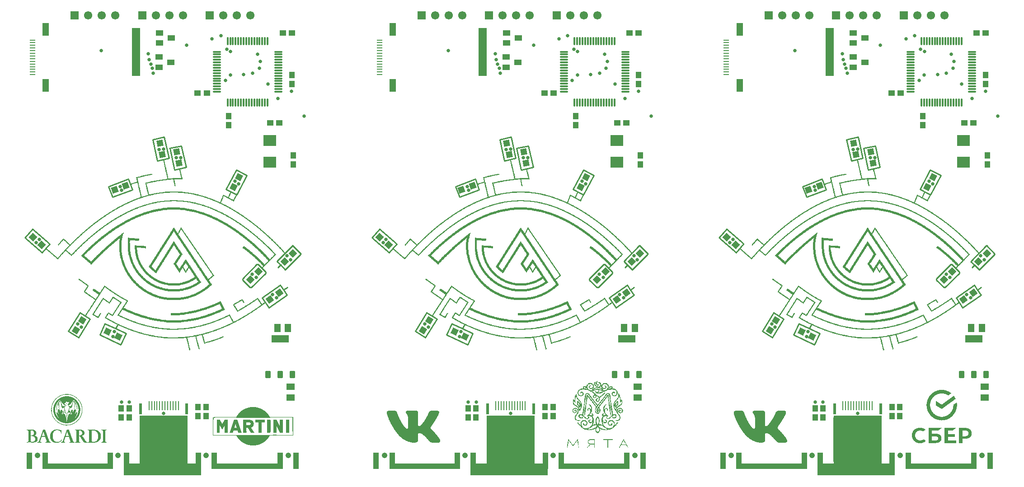
<source format=gts>
G04*
G04 #@! TF.GenerationSoftware,Altium Limited,Altium Designer,23.6.0 (18)*
G04*
G04 Layer_Color=8388736*
%FSLAX44Y44*%
%MOMM*%
G71*
G04*
G04 #@! TF.SameCoordinates,59697A40-66F3-49E2-9A90-2B25EFB93BE2*
G04*
G04*
G04 #@! TF.FilePolarity,Negative*
G04*
G01*
G75*
%ADD33C,0.2540*%
%ADD49R,2.4508X2.0508*%
%ADD50R,1.0508X0.2508*%
%ADD51R,1.2508X2.4508*%
%ADD52O,1.5508X0.3508*%
%ADD53O,0.3508X1.5508*%
G04:AMPARAMS|DCode=54|XSize=0.9808mm|YSize=1.3608mm|CornerRadius=0.0952mm|HoleSize=0mm|Usage=FLASHONLY|Rotation=360.000|XOffset=0mm|YOffset=0mm|HoleType=Round|Shape=RoundedRectangle|*
%AMROUNDEDRECTD54*
21,1,0.9808,1.1705,0,0,360.0*
21,1,0.7905,1.3608,0,0,360.0*
1,1,0.1903,0.3953,-0.5853*
1,1,0.1903,-0.3953,-0.5853*
1,1,0.1903,-0.3953,0.5853*
1,1,0.1903,0.3953,0.5853*
%
%ADD54ROUNDEDRECTD54*%
G04:AMPARAMS|DCode=55|XSize=3.2908mm|YSize=1.3608mm|CornerRadius=0.1237mm|HoleSize=0mm|Usage=FLASHONLY|Rotation=360.000|XOffset=0mm|YOffset=0mm|HoleType=Round|Shape=RoundedRectangle|*
%AMROUNDEDRECTD55*
21,1,3.2908,1.1135,0,0,360.0*
21,1,3.0435,1.3608,0,0,360.0*
1,1,0.2473,1.5218,-0.5568*
1,1,0.2473,-1.5218,-0.5568*
1,1,0.2473,-1.5218,0.5568*
1,1,0.2473,1.5218,0.5568*
%
%ADD55ROUNDEDRECTD55*%
%ADD56R,1.2508X1.6508*%
%ADD57R,1.6508X1.2508*%
%ADD58R,1.0508X1.1508*%
%ADD59R,1.1508X1.0508*%
%ADD60P,1.6275X4X107.0*%
%ADD61P,1.6275X4X327.0*%
%ADD62P,1.6275X4X65.0*%
%ADD63P,1.6275X4X364.0*%
%ADD64P,1.6275X4X283.0*%
%ADD65P,1.6275X4X200.0*%
%ADD66P,1.6275X4X260.0*%
%ADD67P,1.6275X4X270.0*%
%ADD68R,1.4508X1.0508*%
%ADD69R,0.2508X1.7508*%
%ADD70C,1.0508*%
%ADD71R,1.5508X9.0508*%
%ADD72R,9.0508X2.0508*%
%ADD73R,9.0508X1.0508*%
%ADD74R,1.0508X3.0508*%
%ADD75O,1.0508X9.0508*%
%ADD76C,1.5508*%
%ADD77R,1.5508X1.5508*%
%ADD78O,9.0508X1.0508*%
%ADD79R,0.6208X2.0508*%
%ADD80R,9.0508X9.0508*%
%ADD81C,0.6508*%
G36*
X1837802Y979832D02*
X1838264D01*
Y977981D01*
X1838727D01*
Y976130D01*
X1839190D01*
Y973817D01*
X1839653D01*
Y971966D01*
X1840115D01*
Y969652D01*
X1840578D01*
Y967802D01*
X1841041D01*
Y965951D01*
X1841503D01*
Y964100D01*
X1841966D01*
Y961787D01*
X1842429D01*
Y959936D01*
X1842891D01*
Y957622D01*
X1843354D01*
Y955772D01*
X1843817D01*
Y953921D01*
X1844279D01*
Y951607D01*
X1844742D01*
Y949756D01*
X1845205D01*
Y947906D01*
X1845668D01*
Y945592D01*
X1846130D01*
Y945130D01*
X1848906D01*
Y945592D01*
X1853996D01*
Y946055D01*
X1861862D01*
Y946518D01*
X1869728D01*
Y947906D01*
X1869265D01*
Y950219D01*
X1868802D01*
Y951607D01*
X1868340D01*
Y953921D01*
X1867877D01*
Y955772D01*
X1867414D01*
Y957622D01*
X1866952D01*
Y959473D01*
X1866489D01*
Y961324D01*
X1866026D01*
Y963175D01*
X1867414D01*
Y963637D01*
X1867877D01*
Y962249D01*
X1868340D01*
Y960398D01*
X1868802D01*
Y958548D01*
X1869265D01*
Y956697D01*
X1869728D01*
Y954846D01*
X1870190D01*
Y952995D01*
X1870653D01*
Y951145D01*
X1871116D01*
Y949294D01*
X1871579D01*
Y947443D01*
X1872041D01*
Y945592D01*
X1872504D01*
Y944204D01*
X1857235D01*
Y941428D01*
X1857698D01*
Y939115D01*
X1858160D01*
Y936801D01*
X1858623D01*
Y934488D01*
X1859086D01*
Y932174D01*
X1859548D01*
Y930786D01*
X1857235D01*
Y933100D01*
X1856772D01*
Y935413D01*
X1856310D01*
Y937726D01*
X1855847D01*
Y940040D01*
X1855384D01*
Y942816D01*
X1854922D01*
Y943742D01*
X1850757D01*
Y943279D01*
X1846593D01*
Y942816D01*
X1842891D01*
Y942353D01*
X1839190D01*
Y941891D01*
X1835951D01*
Y941428D01*
X1832712D01*
Y940965D01*
X1829936D01*
Y940503D01*
X1826697D01*
Y940040D01*
X1824384D01*
Y939577D01*
X1821607D01*
Y939115D01*
X1819294D01*
Y938652D01*
X1816518D01*
Y938189D01*
X1814204D01*
Y937726D01*
X1811891D01*
Y937264D01*
X1810040D01*
Y936801D01*
X1808189D01*
Y936338D01*
X1806338D01*
Y935876D01*
X1804950D01*
Y934488D01*
X1805413D01*
Y932637D01*
X1805876D01*
Y930786D01*
X1806338D01*
Y928935D01*
X1806801D01*
Y927084D01*
X1807264D01*
Y924771D01*
X1807726D01*
Y922920D01*
X1808189D01*
Y920607D01*
X1808652D01*
Y918756D01*
X1809115D01*
Y916905D01*
X1809577D01*
Y915517D01*
X1811891D01*
Y915980D01*
X1813741D01*
Y916442D01*
X1815592D01*
Y916905D01*
X1817906D01*
Y917368D01*
X1820219D01*
Y917831D01*
X1822533D01*
Y918293D01*
X1824846D01*
Y918756D01*
X1828085D01*
Y919219D01*
X1830861D01*
Y919681D01*
X1835025D01*
Y920144D01*
X1839653D01*
Y920607D01*
X1845205D01*
Y921069D01*
X1866952D01*
Y920607D01*
X1872504D01*
Y920144D01*
X1877131D01*
Y919681D01*
X1880833D01*
Y919219D01*
X1884071D01*
Y918756D01*
X1886848D01*
Y918293D01*
X1889624D01*
Y917831D01*
X1891937D01*
Y917368D01*
X1894251D01*
Y916905D01*
X1896102D01*
Y916442D01*
X1897952D01*
Y915980D01*
X1900266D01*
Y915517D01*
X1902117D01*
Y915054D01*
X1903967D01*
Y914592D01*
X1905355D01*
Y914129D01*
X1907206D01*
Y913666D01*
X1909057D01*
Y913204D01*
X1910445D01*
Y912741D01*
X1911833D01*
Y912278D01*
X1913221D01*
Y911815D01*
X1915072D01*
Y911353D01*
X1916460D01*
Y910890D01*
X1917848D01*
Y910427D01*
X1919236D01*
Y909965D01*
X1920162D01*
Y909502D01*
X1921550D01*
Y909039D01*
X1922938D01*
Y908577D01*
X1924326D01*
Y908114D01*
X1925714D01*
Y907651D01*
X1926639D01*
Y907188D01*
X1928027D01*
Y906726D01*
X1928953D01*
Y906263D01*
X1930341D01*
Y905800D01*
X1931266D01*
Y905338D01*
X1932655D01*
Y904875D01*
X1933580D01*
Y904412D01*
X1934968D01*
Y903950D01*
X1935893D01*
Y903487D01*
X1936819D01*
Y903024D01*
X1937744D01*
Y902561D01*
X1939132D01*
Y902099D01*
X1940058D01*
Y901636D01*
X1940983D01*
Y901173D01*
X1941908D01*
Y900711D01*
X1942834D01*
Y901173D01*
X1943297D01*
Y902561D01*
X1943759D01*
Y903950D01*
X1944222D01*
Y904875D01*
X1944685D01*
Y906263D01*
X1945147D01*
Y907188D01*
X1945610D01*
Y908577D01*
X1946073D01*
Y909502D01*
X1946535D01*
Y910890D01*
X1946998D01*
Y912278D01*
X1947461D01*
Y913204D01*
X1947923D01*
Y914592D01*
X1948386D01*
Y915054D01*
X1949774D01*
Y914592D01*
X1950700D01*
Y914129D01*
X1951162D01*
Y913666D01*
X1952550D01*
Y913204D01*
X1953013D01*
Y912741D01*
X1953938D01*
Y912278D01*
X1954864D01*
Y911815D01*
X1955327D01*
Y911353D01*
X1956252D01*
Y910890D01*
X1958103D01*
Y911815D01*
X1958566D01*
Y913204D01*
X1959028D01*
Y914129D01*
X1959491D01*
Y915054D01*
X1959954D01*
Y916442D01*
X1960416D01*
Y917368D01*
X1960879D01*
Y918293D01*
X1961342D01*
Y919219D01*
X1961804D01*
Y920144D01*
X1962267D01*
Y920607D01*
X1962730D01*
Y920144D01*
X1963655D01*
Y918293D01*
X1963192D01*
Y917368D01*
X1962730D01*
Y916442D01*
X1962267D01*
Y915517D01*
X1961804D01*
Y914129D01*
X1961342D01*
Y913204D01*
X1960879D01*
Y912278D01*
X1960416D01*
Y911353D01*
X1959954D01*
Y909965D01*
X1959491D01*
Y909502D01*
X1959954D01*
Y909039D01*
X1960879D01*
Y908577D01*
X1961342D01*
Y908114D01*
X1962267D01*
Y907651D01*
X1963655D01*
Y907188D01*
X1964118D01*
Y906726D01*
X1965043D01*
Y906263D01*
X1965969D01*
Y905800D01*
X1966894D01*
Y905338D01*
X1967819D01*
Y906263D01*
X1968282D01*
Y907188D01*
X1968745D01*
Y908114D01*
X1969207D01*
Y909039D01*
X1969670D01*
Y909965D01*
X1970133D01*
Y910890D01*
X1970596D01*
Y911815D01*
X1971058D01*
Y912741D01*
X1971521D01*
Y913666D01*
X1971984D01*
Y914592D01*
X1972446D01*
Y915517D01*
X1972909D01*
Y916442D01*
X1973372D01*
Y917368D01*
X1973835D01*
Y917831D01*
X1975222D01*
Y917368D01*
X1975685D01*
Y916442D01*
X1975222D01*
Y915517D01*
X1974760D01*
Y914592D01*
X1974297D01*
Y913666D01*
X1973835D01*
Y912741D01*
X1973372D01*
Y911815D01*
X1972909D01*
Y910890D01*
X1972446D01*
Y909965D01*
X1971984D01*
Y909039D01*
X1971521D01*
Y908114D01*
X1971058D01*
Y907188D01*
X1970596D01*
Y906263D01*
X1970133D01*
Y905338D01*
X1969670D01*
Y904412D01*
X1969207D01*
Y903487D01*
X1968745D01*
Y902561D01*
X1967357D01*
Y903024D01*
X1966894D01*
Y903487D01*
X1965969D01*
Y903950D01*
X1965043D01*
Y904412D01*
X1964118D01*
Y904875D01*
X1963192D01*
Y905338D01*
X1962267D01*
Y905800D01*
X1961342D01*
Y906263D01*
X1960416D01*
Y906726D01*
X1959954D01*
Y907188D01*
X1959028D01*
Y907651D01*
X1958103D01*
Y908114D01*
X1957177D01*
Y908577D01*
X1956252D01*
Y909039D01*
X1955327D01*
Y909502D01*
X1954864D01*
Y909965D01*
X1953938D01*
Y910427D01*
X1953013D01*
Y910890D01*
X1952088D01*
Y911353D01*
X1951162D01*
Y911815D01*
X1950237D01*
Y912278D01*
X1949312D01*
Y911353D01*
X1948849D01*
Y909965D01*
X1948386D01*
Y908577D01*
X1947923D01*
Y907651D01*
X1947461D01*
Y906263D01*
X1946998D01*
Y905338D01*
X1946535D01*
Y903950D01*
X1946073D01*
Y903024D01*
X1945610D01*
Y901636D01*
X1945147D01*
Y900711D01*
X1944685D01*
Y899785D01*
X1945147D01*
Y899323D01*
X1946073D01*
Y898860D01*
X1946998D01*
Y898397D01*
X1947923D01*
Y897935D01*
X1948849D01*
Y897472D01*
X1949774D01*
Y897009D01*
X1950700D01*
Y896546D01*
X1951625D01*
Y896084D01*
X1952550D01*
Y895621D01*
X1953476D01*
Y895158D01*
X1954401D01*
Y894696D01*
X1955327D01*
Y894233D01*
X1956252D01*
Y893770D01*
X1956715D01*
Y893308D01*
X1957640D01*
Y892845D01*
X1958566D01*
Y892382D01*
X1959491D01*
Y891919D01*
X1960416D01*
Y891457D01*
X1961342D01*
Y890994D01*
X1961804D01*
Y890531D01*
X1962730D01*
Y890069D01*
X1963655D01*
Y889606D01*
X1964118D01*
Y889143D01*
X1965043D01*
Y888681D01*
X1965969D01*
Y888218D01*
X1966894D01*
Y887755D01*
X1967357D01*
Y887292D01*
X1968282D01*
Y886830D01*
X1969207D01*
Y886367D01*
X1970133D01*
Y885904D01*
X1970596D01*
Y885442D01*
X1971521D01*
Y884979D01*
X1971984D01*
Y884516D01*
X1972909D01*
Y884054D01*
X1973372D01*
Y883591D01*
X1974297D01*
Y883128D01*
X1975222D01*
Y882666D01*
X1976148D01*
Y882203D01*
X1976611D01*
Y881740D01*
X1977536D01*
Y881277D01*
X1977999D01*
Y880815D01*
X1978924D01*
Y880352D01*
X1979387D01*
Y879889D01*
X1980312D01*
Y879427D01*
X1980775D01*
Y878964D01*
X1981700D01*
Y878501D01*
X1982163D01*
Y878039D01*
X1983088D01*
Y877576D01*
X1984014D01*
Y877113D01*
X1984476D01*
Y876650D01*
X1984939D01*
Y876188D01*
X1985865D01*
Y875725D01*
X1986327D01*
Y875262D01*
X1987253D01*
Y874800D01*
X1987715D01*
Y874337D01*
X1988641D01*
Y873874D01*
X1989103D01*
Y873412D01*
X1989566D01*
Y872949D01*
X1990491D01*
Y872486D01*
X1990954D01*
Y872024D01*
X1991880D01*
Y871561D01*
X1992342D01*
Y871098D01*
X1993268D01*
Y870636D01*
X1993730D01*
Y870173D01*
X1994656D01*
Y869710D01*
X1995119D01*
Y869247D01*
X1995581D01*
Y868785D01*
X1996507D01*
Y868322D01*
X1996969D01*
Y867859D01*
X1997432D01*
Y867397D01*
X1998357D01*
Y866934D01*
X1998820D01*
Y866471D01*
X1999283D01*
Y866009D01*
X2000208D01*
Y865546D01*
X2000671D01*
Y865083D01*
X2001134D01*
Y864620D01*
X2002059D01*
Y864158D01*
X2002522D01*
Y863695D01*
X2002984D01*
Y863232D01*
X2003910D01*
Y862770D01*
X2004372D01*
Y862307D01*
X2004835D01*
Y861844D01*
X2005760D01*
Y861382D01*
X2006223D01*
Y860919D01*
X2006686D01*
Y860456D01*
X2007149D01*
Y859994D01*
X2008074D01*
Y859531D01*
X2008537D01*
Y859068D01*
X2008999D01*
Y858605D01*
X2009462D01*
Y858143D01*
X2010388D01*
Y857680D01*
X2010850D01*
Y857217D01*
X2011313D01*
Y856755D01*
X2011776D01*
Y856292D01*
X2012701D01*
Y855829D01*
X2013164D01*
Y855367D01*
X2013626D01*
Y854904D01*
X2014089D01*
Y854441D01*
X2015014D01*
Y853978D01*
X2015477D01*
Y853516D01*
X2015940D01*
Y853053D01*
X2016402D01*
Y852590D01*
X2017328D01*
Y852128D01*
X2017791D01*
Y851665D01*
X2018253D01*
Y851202D01*
X2018716D01*
Y850740D01*
X2019179D01*
Y850277D01*
X2019641D01*
Y849814D01*
X2020104D01*
Y849351D01*
X2021030D01*
Y848889D01*
X2021492D01*
Y848426D01*
X2021955D01*
Y847963D01*
X2022418D01*
Y847501D01*
X2022880D01*
Y847038D01*
X2023343D01*
Y846575D01*
X2024268D01*
Y846113D01*
X2024731D01*
Y845650D01*
X2025194D01*
Y845187D01*
X2025656D01*
Y844725D01*
X2026119D01*
Y844262D01*
X2026582D01*
Y843799D01*
X2027507D01*
Y843336D01*
X2027970D01*
Y842874D01*
X2028433D01*
Y842411D01*
X2028895D01*
Y841948D01*
X2029358D01*
Y841486D01*
X2029821D01*
Y841023D01*
X2030283D01*
Y840560D01*
X2030746D01*
Y840098D01*
X2031209D01*
Y839635D01*
X2031671D01*
Y839172D01*
X2032597D01*
Y838709D01*
X2033060D01*
Y838247D01*
X2033522D01*
Y837784D01*
X2033985D01*
Y837321D01*
X2034448D01*
Y836859D01*
X2034910D01*
Y836396D01*
X2035373D01*
Y835933D01*
X2035836D01*
Y835471D01*
X2036298D01*
Y835008D01*
X2037224D01*
Y834082D01*
X2037687D01*
Y833620D01*
X2038149D01*
Y833157D01*
X2039075D01*
Y832694D01*
X2039537D01*
Y832232D01*
X2040000D01*
Y831769D01*
X2040463D01*
Y831306D01*
X2040925D01*
Y830844D01*
X2041388D01*
Y830381D01*
X2041851D01*
Y829918D01*
X2042314D01*
Y829455D01*
X2042776D01*
Y828993D01*
X2043239D01*
Y828530D01*
X2043702D01*
Y828067D01*
X2044164D01*
Y827605D01*
X2044627D01*
Y827142D01*
X2045090D01*
Y826679D01*
X2045552D01*
Y826217D01*
X2046015D01*
Y825754D01*
X2046478D01*
Y825291D01*
X2046940D01*
Y824828D01*
X2047403D01*
Y824366D01*
X2047866D01*
Y823903D01*
X2048329D01*
Y823440D01*
X2048791D01*
Y822978D01*
X2049254D01*
Y822515D01*
X2049717D01*
Y822052D01*
X2050179D01*
Y821590D01*
X2050642D01*
Y821127D01*
X2051105D01*
Y820664D01*
X2051567D01*
Y820202D01*
X2052030D01*
Y819739D01*
X2052493D01*
Y819276D01*
X2052955D01*
Y818813D01*
X2053418D01*
Y818351D01*
X2053881D01*
Y817888D01*
X2054344D01*
Y817425D01*
X2054806D01*
Y816963D01*
X2055269D01*
Y816500D01*
X2055732D01*
Y816037D01*
X2056194D01*
Y815575D01*
X2056657D01*
Y815112D01*
X2057120D01*
Y814186D01*
X2057583D01*
Y813724D01*
X2058045D01*
Y813261D01*
X2058508D01*
Y812798D01*
X2058971D01*
Y812336D01*
X2059433D01*
Y811873D01*
X2059896D01*
Y811410D01*
X2060359D01*
Y810948D01*
X2060821D01*
Y810485D01*
X2061284D01*
Y810022D01*
X2061747D01*
Y809097D01*
X2062209D01*
Y808634D01*
X2062672D01*
Y808171D01*
X2063135D01*
Y807709D01*
X2063598D01*
Y807246D01*
X2064060D01*
Y806783D01*
X2064523D01*
Y805858D01*
X2064060D01*
Y805395D01*
X2063598D01*
Y804933D01*
X2063135D01*
Y805395D01*
X2062672D01*
Y805858D01*
X2062209D01*
Y806321D01*
X2061747D01*
Y806783D01*
X2061284D01*
Y807246D01*
X2060821D01*
Y807709D01*
X2060359D01*
Y808171D01*
X2059896D01*
Y809097D01*
X2059433D01*
Y809559D01*
X2058971D01*
Y810022D01*
X2058508D01*
Y810485D01*
X2058045D01*
Y810948D01*
X2057583D01*
Y811410D01*
X2057120D01*
Y811873D01*
X2056657D01*
Y812336D01*
X2056194D01*
Y812798D01*
X2055732D01*
Y813261D01*
X2055269D01*
Y813724D01*
X2054806D01*
Y814186D01*
X2054344D01*
Y814649D01*
X2053881D01*
Y815112D01*
X2053418D01*
Y815575D01*
X2052955D01*
Y816037D01*
X2052493D01*
Y816500D01*
X2052030D01*
Y816963D01*
X2051567D01*
Y817425D01*
X2051105D01*
Y817888D01*
X2050642D01*
Y818351D01*
X2050179D01*
Y819276D01*
X2049717D01*
Y819739D01*
X2049254D01*
Y820202D01*
X2048791D01*
Y820664D01*
X2048329D01*
Y821127D01*
X2047866D01*
Y821590D01*
X2047403D01*
Y822052D01*
X2046940D01*
Y822515D01*
X2046478D01*
Y822978D01*
X2046015D01*
Y823440D01*
X2045552D01*
Y823903D01*
X2045090D01*
Y824366D01*
X2044627D01*
Y824828D01*
X2044164D01*
Y825291D01*
X2043702D01*
Y825754D01*
X2043239D01*
Y826217D01*
X2042776D01*
Y826679D01*
X2042314D01*
Y827142D01*
X2041851D01*
Y827605D01*
X2041388D01*
Y828067D01*
X2040463D01*
Y828530D01*
X2040000D01*
Y828993D01*
X2039537D01*
Y829455D01*
X2039075D01*
Y829918D01*
X2038612D01*
Y830381D01*
X2038149D01*
Y830844D01*
X2037687D01*
Y831306D01*
X2037224D01*
Y831769D01*
X2036761D01*
Y832232D01*
X2036298D01*
Y832694D01*
X2035836D01*
Y833157D01*
X2035373D01*
Y833620D01*
X2034910D01*
Y834082D01*
X2034448D01*
Y834545D01*
X2033985D01*
Y835008D01*
X2033522D01*
Y835471D01*
X2033060D01*
Y835933D01*
X2032597D01*
Y836396D01*
X2031671D01*
Y836859D01*
X2031209D01*
Y837321D01*
X2030746D01*
Y837784D01*
X2030283D01*
Y838247D01*
X2029821D01*
Y838709D01*
X2029358D01*
Y839172D01*
X2028895D01*
Y839635D01*
X2028433D01*
Y840098D01*
X2027970D01*
Y840560D01*
X2027045D01*
Y841023D01*
X2026582D01*
Y841486D01*
X2026119D01*
Y841948D01*
X2025656D01*
Y842411D01*
X2025194D01*
Y842874D01*
X2024731D01*
Y843336D01*
X2024268D01*
Y843799D01*
X2023806D01*
Y844262D01*
X2023343D01*
Y844725D01*
X2022418D01*
Y845187D01*
X2021955D01*
Y845650D01*
X2021492D01*
Y846113D01*
X2021030D01*
Y846575D01*
X2020567D01*
Y847038D01*
X2019641D01*
Y847501D01*
X2019179D01*
Y847963D01*
X2018716D01*
Y848426D01*
X2018253D01*
Y848889D01*
X2017791D01*
Y849351D01*
X2017328D01*
Y849814D01*
X2016865D01*
Y850277D01*
X2015940D01*
Y850740D01*
X2015477D01*
Y851202D01*
X2015014D01*
Y851665D01*
X2014552D01*
Y852128D01*
X2013626D01*
Y852590D01*
X2013164D01*
Y853053D01*
X2012701D01*
Y853516D01*
X2012238D01*
Y853978D01*
X2011776D01*
Y854441D01*
X2010850D01*
Y854904D01*
X2010388D01*
Y855367D01*
X2009925D01*
Y855829D01*
X2009462D01*
Y856292D01*
X2008537D01*
Y856755D01*
X2008074D01*
Y857217D01*
X2007611D01*
Y857680D01*
X2006686D01*
Y858143D01*
X2006223D01*
Y858605D01*
X2005760D01*
Y859068D01*
X2005298D01*
Y859531D01*
X2004835D01*
Y859994D01*
X2003910D01*
Y860456D01*
X2003447D01*
Y860919D01*
X2002984D01*
Y861382D01*
X2002059D01*
Y861844D01*
X2001596D01*
Y862307D01*
X2001134D01*
Y862770D01*
X2000208D01*
Y863232D01*
X1999745D01*
Y863695D01*
X1999283D01*
Y864158D01*
X1998357D01*
Y864620D01*
X1997895D01*
Y865083D01*
X1996969D01*
Y865546D01*
X1996507D01*
Y866009D01*
X1996044D01*
Y866471D01*
X1995581D01*
Y866934D01*
X1994656D01*
Y867397D01*
X1994193D01*
Y867859D01*
X1993268D01*
Y868322D01*
X1992805D01*
Y868785D01*
X1992342D01*
Y869247D01*
X1991417D01*
Y869710D01*
X1990954D01*
Y870173D01*
X1990029D01*
Y870636D01*
X1989566D01*
Y871098D01*
X1988641D01*
Y871561D01*
X1988178D01*
Y872024D01*
X1987253D01*
Y872486D01*
X1986790D01*
Y872949D01*
X1986327D01*
Y873412D01*
X1985402D01*
Y873874D01*
X1984939D01*
Y874337D01*
X1984014D01*
Y874800D01*
X1983551D01*
Y875262D01*
X1982626D01*
Y875725D01*
X1982163D01*
Y876188D01*
X1981238D01*
Y876650D01*
X1980775D01*
Y877113D01*
X1979850D01*
Y877576D01*
X1979387D01*
Y878039D01*
X1978461D01*
Y878501D01*
X1977999D01*
Y878964D01*
X1977073D01*
Y879427D01*
X1976611D01*
Y879889D01*
X1975685D01*
Y880352D01*
X1974760D01*
Y880815D01*
X1974297D01*
Y881277D01*
X1973372D01*
Y881740D01*
X1972909D01*
Y882203D01*
X1971984D01*
Y882666D01*
X1971058D01*
Y883128D01*
X1970596D01*
Y883591D01*
X1969670D01*
Y884054D01*
X1968745D01*
Y884516D01*
X1968282D01*
Y884979D01*
X1967357D01*
Y885442D01*
X1966894D01*
Y885904D01*
X1965969D01*
Y886367D01*
X1965043D01*
Y886830D01*
X1964118D01*
Y887292D01*
X1963655D01*
Y887755D01*
X1962730D01*
Y888218D01*
X1961804D01*
Y888681D01*
X1960879D01*
Y889143D01*
X1959954D01*
Y889606D01*
X1959491D01*
Y890069D01*
X1958566D01*
Y890531D01*
X1957640D01*
Y890994D01*
X1956715D01*
Y891457D01*
X1955789D01*
Y891919D01*
X1954864D01*
Y892382D01*
X1954401D01*
Y892845D01*
X1953476D01*
Y893308D01*
X1952550D01*
Y893770D01*
X1951625D01*
Y894233D01*
X1950700D01*
Y894696D01*
X1949774D01*
Y895158D01*
X1948849D01*
Y895621D01*
X1947923D01*
Y896084D01*
X1946998D01*
Y896546D01*
X1946073D01*
Y897009D01*
X1945147D01*
Y897472D01*
X1944222D01*
Y897935D01*
X1943297D01*
Y898397D01*
X1941908D01*
Y898860D01*
X1940983D01*
Y899323D01*
X1940058D01*
Y899785D01*
X1939132D01*
Y900248D01*
X1938207D01*
Y900711D01*
X1936819D01*
Y901173D01*
X1935893D01*
Y901636D01*
X1934968D01*
Y902099D01*
X1934043D01*
Y902561D01*
X1932655D01*
Y903024D01*
X1931729D01*
Y903487D01*
X1930341D01*
Y903950D01*
X1929416D01*
Y904412D01*
X1928027D01*
Y904875D01*
X1926639D01*
Y905338D01*
X1925714D01*
Y905800D01*
X1924326D01*
Y906263D01*
X1923401D01*
Y906726D01*
X1922012D01*
Y907188D01*
X1920624D01*
Y907651D01*
X1919236D01*
Y908114D01*
X1917848D01*
Y908577D01*
X1916923D01*
Y909039D01*
X1915535D01*
Y909502D01*
X1914147D01*
Y909965D01*
X1912296D01*
Y910427D01*
X1910908D01*
Y910890D01*
X1909520D01*
Y911353D01*
X1908132D01*
Y911815D01*
X1906281D01*
Y912278D01*
X1904430D01*
Y912741D01*
X1902579D01*
Y913204D01*
X1900728D01*
Y913666D01*
X1898878D01*
Y914129D01*
X1897027D01*
Y914592D01*
X1895176D01*
Y915054D01*
X1892863D01*
Y915517D01*
X1890549D01*
Y915980D01*
X1888236D01*
Y916442D01*
X1885459D01*
Y916905D01*
X1882683D01*
Y917368D01*
X1879444D01*
Y917831D01*
X1875280D01*
Y918293D01*
X1871116D01*
Y918756D01*
X1863713D01*
Y919219D01*
X1848906D01*
Y918756D01*
X1841503D01*
Y918293D01*
X1836414D01*
Y917831D01*
X1832712D01*
Y917368D01*
X1829473D01*
Y916905D01*
X1826697D01*
Y916442D01*
X1823921D01*
Y915980D01*
X1821607D01*
Y915517D01*
X1819294D01*
Y915054D01*
X1816980D01*
Y914592D01*
X1815130D01*
Y914129D01*
X1812816D01*
Y913666D01*
X1810965D01*
Y913204D01*
X1809115D01*
Y912741D01*
X1807726D01*
Y912278D01*
X1805876D01*
Y911815D01*
X1804488D01*
Y911353D01*
X1802637D01*
Y910890D01*
X1800786D01*
Y910427D01*
X1799398D01*
Y909965D01*
X1798010D01*
Y909502D01*
X1796622D01*
Y909039D01*
X1795234D01*
Y908577D01*
X1793846D01*
Y908114D01*
X1792457D01*
Y907651D01*
X1791069D01*
Y907188D01*
X1789681D01*
Y906726D01*
X1788756D01*
Y906263D01*
X1787368D01*
Y905800D01*
X1786442D01*
Y905338D01*
X1785054D01*
Y904875D01*
X1783666D01*
Y904412D01*
X1782741D01*
Y903950D01*
X1781353D01*
Y903487D01*
X1780427D01*
Y903024D01*
X1779502D01*
Y902561D01*
X1778114D01*
Y902099D01*
X1777189D01*
Y901636D01*
X1775800D01*
Y901173D01*
X1774875D01*
Y900711D01*
X1773950D01*
Y900248D01*
X1773024D01*
Y899785D01*
X1772099D01*
Y899323D01*
X1771173D01*
Y898860D01*
X1769785D01*
Y898397D01*
X1768860D01*
Y897935D01*
X1767935D01*
Y897472D01*
X1767009D01*
Y897009D01*
X1766084D01*
Y896546D01*
X1765158D01*
Y896084D01*
X1764233D01*
Y895621D01*
X1763308D01*
Y895158D01*
X1762382D01*
Y894696D01*
X1761457D01*
Y894233D01*
X1760531D01*
Y893770D01*
X1759606D01*
Y893308D01*
X1758681D01*
Y892845D01*
X1757755D01*
Y892382D01*
X1756830D01*
Y891919D01*
X1755905D01*
Y891457D01*
X1754979D01*
Y890994D01*
X1754516D01*
Y890531D01*
X1753591D01*
Y890069D01*
X1752666D01*
Y889606D01*
X1751740D01*
Y889143D01*
X1750815D01*
Y888681D01*
X1750352D01*
Y888218D01*
X1749427D01*
Y887755D01*
X1748501D01*
Y887292D01*
X1747576D01*
Y886830D01*
X1746651D01*
Y886367D01*
X1746188D01*
Y885904D01*
X1745262D01*
Y885442D01*
X1744800D01*
Y884979D01*
X1743874D01*
Y884516D01*
X1742949D01*
Y884054D01*
X1742486D01*
Y883591D01*
X1741561D01*
Y883128D01*
X1740636D01*
Y882666D01*
X1739710D01*
Y882203D01*
X1739247D01*
Y881740D01*
X1738322D01*
Y881277D01*
X1737859D01*
Y880815D01*
X1736934D01*
Y880352D01*
X1736008D01*
Y879889D01*
X1735546D01*
Y879427D01*
X1734621D01*
Y878964D01*
X1734158D01*
Y878501D01*
X1733232D01*
Y878039D01*
X1732770D01*
Y877576D01*
X1731844D01*
Y877113D01*
X1731382D01*
Y876650D01*
X1730456D01*
Y876188D01*
X1729993D01*
Y875725D01*
X1729068D01*
Y875262D01*
X1728605D01*
Y874800D01*
X1727680D01*
Y874337D01*
X1727217D01*
Y873874D01*
X1726292D01*
Y873412D01*
X1725829D01*
Y872949D01*
X1724904D01*
Y872486D01*
X1724441D01*
Y872024D01*
X1723516D01*
Y871561D01*
X1723053D01*
Y871098D01*
X1722590D01*
Y870636D01*
X1721665D01*
Y870173D01*
X1721202D01*
Y869710D01*
X1720277D01*
Y869247D01*
X1719814D01*
Y868785D01*
X1719352D01*
Y868322D01*
X1718426D01*
Y867859D01*
X1717963D01*
Y867397D01*
X1717038D01*
Y866934D01*
X1716575D01*
Y866471D01*
X1715650D01*
Y866009D01*
X1715187D01*
Y865546D01*
X1714724D01*
Y865083D01*
X1714262D01*
Y864620D01*
X1713336D01*
Y864158D01*
X1712874D01*
Y863695D01*
X1712411D01*
Y863232D01*
X1711486D01*
Y862770D01*
X1711023D01*
Y862307D01*
X1710560D01*
Y861844D01*
X1709635D01*
Y861382D01*
X1709172D01*
Y860919D01*
X1708710D01*
Y860456D01*
X1708247D01*
Y859994D01*
X1707321D01*
Y859531D01*
X1706859D01*
Y859068D01*
X1705933D01*
Y858605D01*
X1705471D01*
Y858143D01*
X1705008D01*
Y857680D01*
X1704545D01*
Y857217D01*
X1703620D01*
Y856755D01*
X1703157D01*
Y856292D01*
X1702694D01*
Y855829D01*
X1702232D01*
Y855367D01*
X1701306D01*
Y854904D01*
X1700844D01*
Y854441D01*
X1700381D01*
Y853978D01*
X1699918D01*
Y853516D01*
X1699456D01*
Y853053D01*
X1698530D01*
Y852590D01*
X1698067D01*
Y852128D01*
X1697605D01*
Y851665D01*
X1697142D01*
Y851202D01*
X1696679D01*
Y850740D01*
X1695754D01*
Y850277D01*
X1695291D01*
Y849814D01*
X1694829D01*
Y849351D01*
X1694366D01*
Y848889D01*
X1693441D01*
Y848426D01*
X1692978D01*
Y847963D01*
X1692515D01*
Y847501D01*
X1692052D01*
Y847038D01*
X1691590D01*
Y846575D01*
X1691127D01*
Y846113D01*
X1690664D01*
Y845650D01*
X1689739D01*
Y845187D01*
X1689276D01*
Y844725D01*
X1688813D01*
Y844262D01*
X1688351D01*
Y843799D01*
X1687888D01*
Y843336D01*
X1687425D01*
Y842874D01*
X1686500D01*
Y842411D01*
X1686037D01*
Y841948D01*
X1685575D01*
Y841486D01*
X1685112D01*
Y841023D01*
X1684649D01*
Y840560D01*
X1684187D01*
Y840098D01*
X1683724D01*
Y839635D01*
X1683261D01*
Y839172D01*
X1682798D01*
Y838709D01*
X1681873D01*
Y838247D01*
X1681410D01*
Y837784D01*
X1680948D01*
Y837321D01*
X1680485D01*
Y836859D01*
X1680022D01*
Y836396D01*
X1679560D01*
Y835933D01*
X1679097D01*
Y835471D01*
X1678634D01*
Y835008D01*
X1678172D01*
Y834545D01*
X1677709D01*
Y834082D01*
X1677246D01*
Y833620D01*
X1676783D01*
Y833157D01*
X1675858D01*
Y832694D01*
X1675395D01*
Y832232D01*
X1674933D01*
Y831769D01*
X1674470D01*
Y831306D01*
X1674007D01*
Y830844D01*
X1673544D01*
Y830381D01*
X1673082D01*
Y829918D01*
X1672619D01*
Y829455D01*
X1672156D01*
Y828993D01*
X1671694D01*
Y828530D01*
X1671231D01*
Y828067D01*
X1670768D01*
Y827605D01*
X1670306D01*
Y827142D01*
X1669843D01*
Y826679D01*
X1669380D01*
Y826217D01*
X1668918D01*
Y825754D01*
X1668455D01*
Y825291D01*
X1667992D01*
Y824828D01*
X1667529D01*
Y824366D01*
X1667067D01*
Y823903D01*
X1666604D01*
Y823440D01*
X1666141D01*
Y822978D01*
X1665679D01*
Y822515D01*
X1665216D01*
Y822052D01*
X1664753D01*
Y821590D01*
X1664291D01*
Y821127D01*
X1663828D01*
Y820664D01*
X1663365D01*
Y820202D01*
X1662903D01*
Y819739D01*
X1662440D01*
Y819276D01*
X1661977D01*
Y818813D01*
X1661514D01*
Y818351D01*
X1661052D01*
Y817888D01*
X1660589D01*
Y817425D01*
X1660126D01*
Y816963D01*
X1659664D01*
Y816500D01*
X1659201D01*
Y816037D01*
X1658738D01*
Y815575D01*
X1658276D01*
Y815112D01*
X1657813D01*
Y814649D01*
X1657350D01*
Y814186D01*
X1656888D01*
Y813724D01*
X1656425D01*
Y813261D01*
X1655962D01*
Y812798D01*
X1655499D01*
Y812336D01*
X1655037D01*
Y811873D01*
X1654574D01*
Y810948D01*
X1655499D01*
Y810485D01*
X1655962D01*
Y810022D01*
X1656425D01*
Y809559D01*
X1656888D01*
Y809097D01*
X1657350D01*
Y808634D01*
X1657813D01*
Y808171D01*
X1658276D01*
Y807709D01*
X1659201D01*
Y807246D01*
X1659664D01*
Y806783D01*
X1660126D01*
Y806321D01*
X1660589D01*
Y805858D01*
X1661514D01*
Y805395D01*
X1661977D01*
Y804933D01*
X1662440D01*
Y804470D01*
X1662903D01*
Y804007D01*
X1663365D01*
Y803544D01*
X1663828D01*
Y803082D01*
X1664753D01*
Y803544D01*
X1665216D01*
Y804007D01*
X1665679D01*
Y804470D01*
X1666141D01*
Y804933D01*
X1666604D01*
Y805395D01*
X1667067D01*
Y805858D01*
X1667529D01*
Y806321D01*
X1667992D01*
Y806783D01*
X1668455D01*
Y807709D01*
X1669380D01*
Y808634D01*
X1669843D01*
Y809097D01*
X1670306D01*
Y809559D01*
X1670768D01*
Y810022D01*
X1671231D01*
Y810485D01*
X1671694D01*
Y810948D01*
X1672156D01*
Y811410D01*
X1672619D01*
Y811873D01*
X1673082D01*
Y812336D01*
X1673544D01*
Y812798D01*
X1674007D01*
Y813261D01*
X1674470D01*
Y813724D01*
X1674933D01*
Y814186D01*
X1675395D01*
Y814649D01*
X1675858D01*
Y815112D01*
X1676321D01*
Y815575D01*
X1676783D01*
Y816037D01*
X1677246D01*
Y816500D01*
X1677709D01*
Y816963D01*
X1678172D01*
Y817425D01*
X1678634D01*
Y817888D01*
X1679097D01*
Y818351D01*
X1679560D01*
Y818813D01*
X1680485D01*
Y819739D01*
X1681410D01*
Y820202D01*
X1681873D01*
Y820664D01*
X1682336D01*
Y821127D01*
X1682798D01*
Y821590D01*
X1683261D01*
Y822052D01*
X1683724D01*
Y822515D01*
X1684187D01*
Y822978D01*
X1684649D01*
Y823440D01*
X1685112D01*
Y823903D01*
X1685575D01*
Y824366D01*
X1686037D01*
Y824828D01*
X1686500D01*
Y825291D01*
X1686963D01*
Y825754D01*
X1687425D01*
Y826217D01*
X1687888D01*
Y826679D01*
X1688813D01*
Y827142D01*
X1689276D01*
Y827605D01*
X1689739D01*
Y828067D01*
X1690202D01*
Y828530D01*
X1690664D01*
Y828993D01*
X1691127D01*
Y829455D01*
X1691590D01*
Y829918D01*
X1692052D01*
Y830381D01*
X1692978D01*
Y830844D01*
X1693441D01*
Y831306D01*
X1693903D01*
Y831769D01*
X1694366D01*
Y832232D01*
X1694829D01*
Y832694D01*
X1695291D01*
Y833157D01*
X1695754D01*
Y833620D01*
X1696217D01*
Y834082D01*
X1696679D01*
Y834545D01*
X1697605D01*
Y835008D01*
X1698067D01*
Y835471D01*
X1698530D01*
Y835933D01*
X1698993D01*
Y836396D01*
X1699456D01*
Y836859D01*
X1699918D01*
Y837321D01*
X1700844D01*
Y837784D01*
X1701306D01*
Y838247D01*
X1701769D01*
Y838709D01*
X1702232D01*
Y839172D01*
X1702694D01*
Y839635D01*
X1703620D01*
Y840098D01*
X1704082D01*
Y840560D01*
X1704545D01*
Y841023D01*
X1705008D01*
Y841486D01*
X1705471D01*
Y841948D01*
X1706396D01*
Y842411D01*
X1706859D01*
Y842874D01*
X1707321D01*
Y843336D01*
X1708247D01*
Y843799D01*
X1708710D01*
Y844262D01*
X1709172D01*
Y844725D01*
X1709635D01*
Y845187D01*
X1710098D01*
Y845650D01*
X1711023D01*
Y846113D01*
X1711486D01*
Y846575D01*
X1711948D01*
Y847038D01*
X1712411D01*
Y847501D01*
X1713336D01*
Y847963D01*
X1713799D01*
Y848426D01*
X1714262D01*
Y848889D01*
X1715187D01*
Y849351D01*
X1715650D01*
Y849814D01*
X1716113D01*
Y850277D01*
X1716575D01*
Y850740D01*
X1717501D01*
Y851202D01*
X1717963D01*
Y851665D01*
X1718426D01*
Y852128D01*
X1719352D01*
Y852590D01*
X1719814D01*
Y853053D01*
X1720277D01*
Y853516D01*
X1720740D01*
Y853978D01*
X1721665D01*
Y854441D01*
X1722128D01*
Y854904D01*
X1723053D01*
Y855367D01*
X1723516D01*
Y855829D01*
X1724441D01*
Y856292D01*
X1724904D01*
Y856755D01*
X1725367D01*
Y857217D01*
X1725829D01*
Y857680D01*
X1726755D01*
Y858143D01*
X1727217D01*
Y858605D01*
X1728143D01*
Y859068D01*
X1728605D01*
Y859531D01*
X1729531D01*
Y859994D01*
X1729993D01*
Y860456D01*
X1730456D01*
Y860919D01*
X1731382D01*
Y861382D01*
X1731844D01*
Y861844D01*
X1732770D01*
Y862307D01*
X1733232D01*
Y862770D01*
X1734158D01*
Y863232D01*
X1734621D01*
Y863695D01*
X1735546D01*
Y864158D01*
X1736008D01*
Y864620D01*
X1736934D01*
Y865083D01*
X1737397D01*
Y865546D01*
X1738322D01*
Y866009D01*
X1738785D01*
Y866471D01*
X1739710D01*
Y866934D01*
X1740636D01*
Y867397D01*
X1741098D01*
Y867859D01*
X1742024D01*
Y868322D01*
X1742486D01*
Y868785D01*
X1743412D01*
Y869247D01*
X1744337D01*
Y869710D01*
X1744800D01*
Y870173D01*
X1745725D01*
Y870636D01*
X1746651D01*
Y871098D01*
X1747113D01*
Y871561D01*
X1748039D01*
Y872024D01*
X1748964D01*
Y872486D01*
X1749427D01*
Y872949D01*
X1750352D01*
Y873412D01*
X1751277D01*
Y873874D01*
X1751740D01*
Y874337D01*
X1752666D01*
Y874800D01*
X1753591D01*
Y875262D01*
X1754516D01*
Y875725D01*
X1754979D01*
Y876188D01*
X1755905D01*
Y876650D01*
X1756830D01*
Y877113D01*
X1757755D01*
Y877576D01*
X1758681D01*
Y878039D01*
X1759606D01*
Y878501D01*
X1760069D01*
Y878964D01*
X1760994D01*
Y879427D01*
X1761920D01*
Y879889D01*
X1762845D01*
Y880352D01*
X1763770D01*
Y880815D01*
X1764696D01*
Y881277D01*
X1765621D01*
Y881740D01*
X1766546D01*
Y882203D01*
X1767472D01*
Y882666D01*
X1768397D01*
Y883128D01*
X1769323D01*
Y883591D01*
X1770248D01*
Y884054D01*
X1771173D01*
Y884516D01*
X1772099D01*
Y884979D01*
X1773024D01*
Y885442D01*
X1773950D01*
Y885904D01*
X1775338D01*
Y886367D01*
X1776263D01*
Y886830D01*
X1777189D01*
Y887292D01*
X1778577D01*
Y887755D01*
X1779502D01*
Y888218D01*
X1780427D01*
Y888681D01*
X1781353D01*
Y889143D01*
X1782741D01*
Y889606D01*
X1783666D01*
Y890069D01*
X1785054D01*
Y890531D01*
X1785980D01*
Y890994D01*
X1787368D01*
Y891457D01*
X1788756D01*
Y891919D01*
X1789681D01*
Y892382D01*
X1791069D01*
Y892845D01*
X1792457D01*
Y893308D01*
X1793846D01*
Y893770D01*
X1795234D01*
Y894233D01*
X1796159D01*
Y894696D01*
X1797547D01*
Y895158D01*
X1798935D01*
Y895621D01*
X1800786D01*
Y896084D01*
X1802174D01*
Y896546D01*
X1803562D01*
Y897009D01*
X1804950D01*
Y897472D01*
X1806801D01*
Y897935D01*
X1808189D01*
Y898397D01*
X1810040D01*
Y898860D01*
X1811891D01*
Y899323D01*
X1813741D01*
Y899785D01*
X1815592D01*
Y900248D01*
X1817443D01*
Y900711D01*
X1819757D01*
Y901173D01*
X1822070D01*
Y901636D01*
X1824384D01*
Y902099D01*
X1827160D01*
Y902561D01*
X1830399D01*
Y903024D01*
X1833175D01*
Y903487D01*
X1837802D01*
Y903950D01*
X1841503D01*
Y904412D01*
X1848906D01*
Y904875D01*
X1862787D01*
Y904412D01*
X1870190D01*
Y903950D01*
X1874817D01*
Y903487D01*
X1878519D01*
Y903024D01*
X1882221D01*
Y902561D01*
X1884997D01*
Y902099D01*
X1887773D01*
Y901636D01*
X1889624D01*
Y901173D01*
X1891937D01*
Y900711D01*
X1894251D01*
Y900248D01*
X1896564D01*
Y899785D01*
X1898415D01*
Y899323D01*
X1900266D01*
Y898860D01*
X1902117D01*
Y898397D01*
X1903505D01*
Y897935D01*
X1905355D01*
Y897472D01*
X1906743D01*
Y897009D01*
X1908132D01*
Y896546D01*
X1909982D01*
Y896084D01*
X1911833D01*
Y895621D01*
X1912758D01*
Y895158D01*
X1914147D01*
Y894696D01*
X1915535D01*
Y894233D01*
X1916923D01*
Y893770D01*
X1918311D01*
Y893308D01*
X1919699D01*
Y892845D01*
X1921087D01*
Y892382D01*
X1922012D01*
Y891919D01*
X1923401D01*
Y891457D01*
X1924789D01*
Y890994D01*
X1925714D01*
Y890531D01*
X1926639D01*
Y890069D01*
X1928027D01*
Y889606D01*
X1929416D01*
Y889143D01*
X1930341D01*
Y888681D01*
X1931729D01*
Y888218D01*
X1932655D01*
Y887755D01*
X1933580D01*
Y887292D01*
X1934968D01*
Y886830D01*
X1935893D01*
Y886367D01*
X1936819D01*
Y885904D01*
X1937744D01*
Y885442D01*
X1938669D01*
Y884979D01*
X1939595D01*
Y884516D01*
X1940520D01*
Y884054D01*
X1941446D01*
Y883591D01*
X1942371D01*
Y883128D01*
X1943759D01*
Y882666D01*
X1944685D01*
Y882203D01*
X1945610D01*
Y881740D01*
X1946535D01*
Y881277D01*
X1947461D01*
Y880815D01*
X1948386D01*
Y880352D01*
X1949312D01*
Y879889D01*
X1949774D01*
Y879427D01*
X1950700D01*
Y878964D01*
X1951625D01*
Y878501D01*
X1952550D01*
Y878039D01*
X1953476D01*
Y877576D01*
X1954401D01*
Y877113D01*
X1955327D01*
Y876650D01*
X1956252D01*
Y876188D01*
X1956715D01*
Y875725D01*
X1957640D01*
Y875262D01*
X1958566D01*
Y874800D01*
X1959491D01*
Y874337D01*
X1959954D01*
Y873874D01*
X1960879D01*
Y873412D01*
X1961804D01*
Y872949D01*
X1962267D01*
Y872486D01*
X1963192D01*
Y872024D01*
X1964118D01*
Y871561D01*
X1964581D01*
Y871098D01*
X1965506D01*
Y870636D01*
X1966431D01*
Y870173D01*
X1966894D01*
Y869710D01*
X1967819D01*
Y869247D01*
X1968745D01*
Y868785D01*
X1969207D01*
Y868322D01*
X1970133D01*
Y867859D01*
X1971058D01*
Y867397D01*
X1971521D01*
Y866934D01*
X1972446D01*
Y866471D01*
X1972909D01*
Y866009D01*
X1973835D01*
Y865546D01*
X1974297D01*
Y865083D01*
X1975222D01*
Y864620D01*
X1975685D01*
Y864158D01*
X1976611D01*
Y863695D01*
X1977073D01*
Y863232D01*
X1977999D01*
Y862770D01*
X1978461D01*
Y862307D01*
X1979387D01*
Y861844D01*
X1979850D01*
Y861382D01*
X1980775D01*
Y860919D01*
X1981238D01*
Y860456D01*
X1982163D01*
Y859994D01*
X1982626D01*
Y859531D01*
X1983088D01*
Y859068D01*
X1984014D01*
Y858605D01*
X1984476D01*
Y858143D01*
X1985402D01*
Y857680D01*
X1985865D01*
Y857217D01*
X1986327D01*
Y856755D01*
X1987253D01*
Y856292D01*
X1987715D01*
Y855829D01*
X1988641D01*
Y855367D01*
X1989103D01*
Y854904D01*
X1989566D01*
Y854441D01*
X1990491D01*
Y853978D01*
X1990954D01*
Y853516D01*
X1991880D01*
Y853053D01*
X1992342D01*
Y852590D01*
X1992805D01*
Y852128D01*
X1993730D01*
Y851665D01*
X1994193D01*
Y851202D01*
X1994656D01*
Y850740D01*
X1995119D01*
Y850277D01*
X1996044D01*
Y849814D01*
X1996507D01*
Y849351D01*
X1996969D01*
Y848889D01*
X1997895D01*
Y848426D01*
X1998357D01*
Y847963D01*
X1998820D01*
Y847501D01*
X1999283D01*
Y847038D01*
X2000208D01*
Y846575D01*
X2000671D01*
Y846113D01*
X2001134D01*
Y845650D01*
X2001596D01*
Y845187D01*
X2002522D01*
Y844725D01*
X2002984D01*
Y844262D01*
X2003447D01*
Y843799D01*
X2003910D01*
Y843336D01*
X2004835D01*
Y842874D01*
X2005298D01*
Y842411D01*
X2005760D01*
Y841948D01*
X2006223D01*
Y841486D01*
X2006686D01*
Y841023D01*
X2007611D01*
Y840560D01*
X2008074D01*
Y840098D01*
X2008537D01*
Y839635D01*
X2008999D01*
Y839172D01*
X2009925D01*
Y838709D01*
X2010388D01*
Y838247D01*
X2010850D01*
Y837784D01*
X2011313D01*
Y837321D01*
X2011776D01*
Y836859D01*
X2012701D01*
Y836396D01*
X2013164D01*
Y835933D01*
X2013626D01*
Y835471D01*
X2014089D01*
Y835008D01*
X2014552D01*
Y834545D01*
X2015014D01*
Y834082D01*
X2015477D01*
Y833620D01*
X2016402D01*
Y833157D01*
X2016865D01*
Y832694D01*
X2017328D01*
Y832232D01*
X2017791D01*
Y831769D01*
X2018253D01*
Y831306D01*
X2018716D01*
Y830844D01*
X2019179D01*
Y830381D01*
X2020104D01*
Y829918D01*
X2020567D01*
Y829455D01*
X2021030D01*
Y828993D01*
X2021492D01*
Y828530D01*
X2021955D01*
Y828067D01*
X2022418D01*
Y827605D01*
X2022880D01*
Y827142D01*
X2023343D01*
Y826679D01*
X2024268D01*
Y826217D01*
X2024731D01*
Y825754D01*
X2025194D01*
Y825291D01*
X2025656D01*
Y824828D01*
X2026119D01*
Y824366D01*
X2026582D01*
Y823903D01*
X2027045D01*
Y823440D01*
X2027507D01*
Y822978D01*
X2027970D01*
Y822515D01*
X2028433D01*
Y822052D01*
X2028895D01*
Y821590D01*
X2029358D01*
Y821127D01*
X2029821D01*
Y820664D01*
X2030283D01*
Y820202D01*
X2030746D01*
Y819739D01*
X2031209D01*
Y819276D01*
X2031671D01*
Y818813D01*
X2032597D01*
Y818351D01*
X2033060D01*
Y817888D01*
X2033522D01*
Y817425D01*
X2033985D01*
Y816963D01*
X2034448D01*
Y816500D01*
X2034910D01*
Y816037D01*
X2035373D01*
Y815575D01*
X2035836D01*
Y815112D01*
X2036298D01*
Y814649D01*
X2036761D01*
Y814186D01*
X2037224D01*
Y813724D01*
X2037687D01*
Y813261D01*
X2038149D01*
Y812798D01*
X2038612D01*
Y812336D01*
X2039075D01*
Y811873D01*
X2039537D01*
Y811410D01*
X2040000D01*
Y810485D01*
X2040463D01*
Y810022D01*
X2040925D01*
Y809559D01*
X2041388D01*
Y809097D01*
X2041851D01*
Y808634D01*
X2042314D01*
Y808171D01*
X2042776D01*
Y807709D01*
X2043239D01*
Y807246D01*
X2043702D01*
Y806783D01*
X2044164D01*
Y806321D01*
X2044627D01*
Y805858D01*
X2045090D01*
Y805395D01*
X2045552D01*
Y804933D01*
X2046015D01*
Y804470D01*
X2046478D01*
Y804007D01*
X2046940D01*
Y803544D01*
X2047403D01*
Y802619D01*
X2046940D01*
Y802156D01*
X2046478D01*
Y801694D01*
X2046015D01*
Y801231D01*
X2045552D01*
Y800768D01*
X2045090D01*
Y800306D01*
X2044627D01*
Y799843D01*
X2044164D01*
Y799380D01*
X2043702D01*
Y798917D01*
X2043239D01*
Y798455D01*
X2042776D01*
Y797992D01*
X2042314D01*
Y797529D01*
X2041851D01*
Y797067D01*
X2041388D01*
Y796604D01*
X2040925D01*
Y796141D01*
X2040463D01*
Y795679D01*
X2040000D01*
Y795216D01*
X2039537D01*
Y794753D01*
X2039075D01*
Y794291D01*
X2038612D01*
Y793828D01*
X2038149D01*
Y793365D01*
X2037687D01*
Y792440D01*
X2036761D01*
Y791514D01*
X2036298D01*
Y791052D01*
X2035836D01*
Y790589D01*
X2035373D01*
Y790126D01*
X2034910D01*
Y789664D01*
X2034448D01*
Y789201D01*
X2033985D01*
Y788738D01*
X2033522D01*
Y788276D01*
X2033060D01*
Y787813D01*
X2032597D01*
Y787350D01*
X2032134D01*
Y786887D01*
X2031671D01*
Y786425D01*
X2031209D01*
Y785962D01*
X2030746D01*
Y785499D01*
X2030283D01*
Y785037D01*
X2029821D01*
Y784574D01*
X2029358D01*
Y784111D01*
X2028895D01*
Y783649D01*
X2028433D01*
Y783186D01*
X2027970D01*
Y782723D01*
X2027507D01*
Y782261D01*
X2027045D01*
Y781798D01*
X2026582D01*
Y781335D01*
X2026119D01*
Y780872D01*
X2025656D01*
Y780410D01*
X2025194D01*
Y779947D01*
X2024731D01*
Y779484D01*
X2024268D01*
Y779022D01*
X2023806D01*
Y778559D01*
X2023343D01*
Y778096D01*
X2022880D01*
Y777634D01*
X2022418D01*
Y777171D01*
X2021492D01*
Y777634D01*
X2021030D01*
Y778096D01*
X2020567D01*
Y779022D01*
X2021030D01*
Y779484D01*
X2021492D01*
Y779947D01*
X2022418D01*
Y780410D01*
X2022880D01*
Y781335D01*
X2023343D01*
Y781798D01*
X2022880D01*
Y782261D01*
X2022418D01*
Y782723D01*
X2021955D01*
Y783186D01*
X2021492D01*
Y783649D01*
X2021030D01*
Y784111D01*
X2020567D01*
Y784574D01*
X2020104D01*
Y785037D01*
X2019641D01*
Y785499D01*
X2019179D01*
Y785962D01*
X2018716D01*
Y786887D01*
X2018253D01*
Y787350D01*
X2017791D01*
Y787813D01*
X2016865D01*
Y788276D01*
X2016402D01*
Y788738D01*
X2015940D01*
Y789201D01*
X2015477D01*
Y789664D01*
X2015014D01*
Y790126D01*
X2014552D01*
Y790589D01*
X2014089D01*
Y791052D01*
X2013626D01*
Y791514D01*
X2013164D01*
Y791977D01*
X2012701D01*
Y792440D01*
X2012238D01*
Y792903D01*
X2011776D01*
Y793365D01*
X2011313D01*
Y793828D01*
X2010850D01*
Y794291D01*
X2010388D01*
Y794753D01*
X2009462D01*
Y795216D01*
X2008999D01*
Y796141D01*
X2008074D01*
Y796604D01*
X2007611D01*
Y797067D01*
X2007149D01*
Y797529D01*
X2006686D01*
Y797992D01*
X2006223D01*
Y798455D01*
X2005760D01*
Y798917D01*
X2005298D01*
Y799380D01*
X2004835D01*
Y799843D01*
X2004372D01*
Y800306D01*
X2003447D01*
Y800768D01*
X2002984D01*
Y801231D01*
X2002522D01*
Y801694D01*
X2002059D01*
Y802156D01*
X2001134D01*
Y803082D01*
X2000208D01*
Y803544D01*
X1999745D01*
Y804007D01*
X1999283D01*
Y804470D01*
X1998820D01*
Y804933D01*
X1998357D01*
Y805395D01*
X1997432D01*
Y805858D01*
X1996969D01*
Y806321D01*
X1996507D01*
Y806783D01*
X1996044D01*
Y807246D01*
X1995119D01*
Y807709D01*
X1994656D01*
Y808171D01*
X1994193D01*
Y808634D01*
X1993730D01*
Y809097D01*
X1993268D01*
Y809559D01*
X1992342D01*
Y810022D01*
X1991880D01*
Y810485D01*
X1991417D01*
Y810948D01*
X1990491D01*
Y811410D01*
X1990029D01*
Y811873D01*
X1989566D01*
Y812336D01*
X1988641D01*
Y812798D01*
X1988178D01*
Y813261D01*
X1987715D01*
Y813724D01*
X1986790D01*
Y814186D01*
X1986327D01*
Y814649D01*
X1985402D01*
Y815112D01*
X1984939D01*
Y816500D01*
X1985402D01*
Y816963D01*
X1985865D01*
Y817888D01*
X1986327D01*
Y818351D01*
X1986790D01*
Y818813D01*
X1987715D01*
Y818351D01*
X1988178D01*
Y817888D01*
X1988641D01*
Y817425D01*
X1989566D01*
Y816963D01*
X1990029D01*
Y816500D01*
X1990954D01*
Y816037D01*
X1991417D01*
Y815575D01*
X1991880D01*
Y815112D01*
X1992805D01*
Y814649D01*
X1993268D01*
Y814186D01*
X1993730D01*
Y813724D01*
X1994656D01*
Y813261D01*
X1995119D01*
Y812798D01*
X1995581D01*
Y812336D01*
X1996044D01*
Y811873D01*
X1996969D01*
Y811410D01*
X1997432D01*
Y810948D01*
X1997895D01*
Y810485D01*
X1998357D01*
Y810022D01*
X1998820D01*
Y809559D01*
X1999745D01*
Y809097D01*
X2000208D01*
Y808634D01*
X2000671D01*
Y808171D01*
X2001134D01*
Y807709D01*
X2002059D01*
Y807246D01*
X2002522D01*
Y806783D01*
X2002984D01*
Y806321D01*
X2003447D01*
Y805858D01*
X2003910D01*
Y805395D01*
X2004372D01*
Y804933D01*
X2004835D01*
Y804470D01*
X2005760D01*
Y804007D01*
X2006223D01*
Y803544D01*
X2006686D01*
Y803082D01*
X2007149D01*
Y802619D01*
X2007611D01*
Y802156D01*
X2008074D01*
Y801694D01*
X2008999D01*
Y801231D01*
X2009462D01*
Y800768D01*
X2009925D01*
Y800306D01*
X2010388D01*
Y799843D01*
X2010850D01*
Y799380D01*
X2011313D01*
Y798917D01*
X2011776D01*
Y798455D01*
X2012238D01*
Y797992D01*
X2012701D01*
Y797529D01*
X2013164D01*
Y797067D01*
X2013626D01*
Y796604D01*
X2014089D01*
Y796141D01*
X2015014D01*
Y795679D01*
X2015477D01*
Y795216D01*
X2015940D01*
Y794753D01*
X2016402D01*
Y794291D01*
X2016865D01*
Y793828D01*
X2017328D01*
Y793365D01*
X2017791D01*
Y792903D01*
X2018253D01*
Y792440D01*
X2018716D01*
Y791977D01*
X2019179D01*
Y791514D01*
X2019641D01*
Y791052D01*
X2020104D01*
Y790589D01*
X2020567D01*
Y790126D01*
X2021030D01*
Y789664D01*
X2021492D01*
Y789201D01*
X2021955D01*
Y788738D01*
X2022418D01*
Y788276D01*
X2022880D01*
Y787813D01*
X2023343D01*
Y787350D01*
X2023806D01*
Y786887D01*
X2024268D01*
Y786425D01*
X2024731D01*
Y785962D01*
X2025194D01*
Y785037D01*
X2025656D01*
Y784574D01*
X2026582D01*
Y785037D01*
X2027045D01*
Y785499D01*
X2027507D01*
Y785962D01*
X2027970D01*
Y786425D01*
X2028433D01*
Y786887D01*
X2028895D01*
Y787350D01*
X2029821D01*
Y787813D01*
X2030283D01*
Y788738D01*
X2030746D01*
Y789201D01*
X2031209D01*
Y789664D01*
X2031671D01*
Y790126D01*
X2032134D01*
Y790589D01*
X2032597D01*
Y791052D01*
X2033060D01*
Y791514D01*
X2032597D01*
Y791977D01*
X2032134D01*
Y792440D01*
X2031671D01*
Y793365D01*
X2031209D01*
Y793828D01*
X2030746D01*
Y794291D01*
X2030283D01*
Y794753D01*
X2029821D01*
Y795216D01*
X2029358D01*
Y795679D01*
X2028895D01*
Y796141D01*
X2028433D01*
Y796604D01*
X2027970D01*
Y797067D01*
X2027507D01*
Y797529D01*
X2027045D01*
Y797992D01*
X2026582D01*
Y798455D01*
X2026119D01*
Y798917D01*
X2025656D01*
Y799380D01*
X2025194D01*
Y799843D01*
X2024731D01*
Y800306D01*
X2024268D01*
Y800768D01*
X2023806D01*
Y801231D01*
X2023343D01*
Y801694D01*
X2022880D01*
Y802156D01*
X2022418D01*
Y802619D01*
X2021955D01*
Y803082D01*
X2021492D01*
Y803544D01*
X2021030D01*
Y804007D01*
X2020567D01*
Y804470D01*
X2020104D01*
Y804933D01*
X2019641D01*
Y805395D01*
X2019179D01*
Y805858D01*
X2018716D01*
Y806321D01*
X2018253D01*
Y806783D01*
X2017791D01*
Y807246D01*
X2017328D01*
Y807709D01*
X2016865D01*
Y808171D01*
X2016402D01*
Y808634D01*
X2015940D01*
Y809097D01*
X2015477D01*
Y809559D01*
X2015014D01*
Y810022D01*
X2014552D01*
Y810485D01*
X2014089D01*
Y810948D01*
X2013626D01*
Y811410D01*
X2013164D01*
Y811873D01*
X2012701D01*
Y812336D01*
X2012238D01*
Y812798D01*
X2011776D01*
Y813261D01*
X2011313D01*
Y813724D01*
X2010850D01*
Y814186D01*
X2009925D01*
Y814649D01*
X2009462D01*
Y815112D01*
X2008999D01*
Y815575D01*
X2008537D01*
Y816037D01*
X2008074D01*
Y816500D01*
X2007611D01*
Y816963D01*
X2007149D01*
Y817425D01*
X2006686D01*
Y817888D01*
X2006223D01*
Y818351D01*
X2005760D01*
Y818813D01*
X2005298D01*
Y819276D01*
X2004372D01*
Y819739D01*
X2003910D01*
Y820202D01*
X2003447D01*
Y820664D01*
X2002984D01*
Y821127D01*
X2002522D01*
Y821590D01*
X2002059D01*
Y822052D01*
X2001596D01*
Y822515D01*
X2000671D01*
Y822978D01*
X2000208D01*
Y823440D01*
X1999745D01*
Y823903D01*
X1999283D01*
Y824366D01*
X1998820D01*
Y824828D01*
X1998357D01*
Y825291D01*
X1997895D01*
Y825754D01*
X1996969D01*
Y826217D01*
X1996507D01*
Y826679D01*
X1996044D01*
Y827142D01*
X1995581D01*
Y827605D01*
X1995119D01*
Y828067D01*
X1994193D01*
Y828530D01*
X1993730D01*
Y828993D01*
X1993268D01*
Y829455D01*
X1992805D01*
Y829918D01*
X1992342D01*
Y830381D01*
X1991417D01*
Y830844D01*
X1990954D01*
Y831306D01*
X1990491D01*
Y831769D01*
X1990029D01*
Y832232D01*
X1989103D01*
Y832694D01*
X1988641D01*
Y833157D01*
X1988178D01*
Y833620D01*
X1987253D01*
Y834082D01*
X1986790D01*
Y834545D01*
X1986327D01*
Y835008D01*
X1985865D01*
Y835471D01*
X1984939D01*
Y835933D01*
X1984476D01*
Y836396D01*
X1984014D01*
Y836859D01*
X1983551D01*
Y837321D01*
X1982626D01*
Y837784D01*
X1982163D01*
Y838247D01*
X1981700D01*
Y838709D01*
X1980775D01*
Y839172D01*
X1980312D01*
Y839635D01*
X1979850D01*
Y840098D01*
X1978924D01*
Y840560D01*
X1978461D01*
Y841023D01*
X1977999D01*
Y841486D01*
X1977073D01*
Y841948D01*
X1976611D01*
Y842411D01*
X1976148D01*
Y842874D01*
X1975222D01*
Y843336D01*
X1974760D01*
Y843799D01*
X1973835D01*
Y844262D01*
X1973372D01*
Y844725D01*
X1972446D01*
Y845187D01*
X1971984D01*
Y845650D01*
X1971521D01*
Y846113D01*
X1970596D01*
Y846575D01*
X1970133D01*
Y847038D01*
X1969207D01*
Y847501D01*
X1968745D01*
Y847963D01*
X1967819D01*
Y848426D01*
X1967357D01*
Y848889D01*
X1966431D01*
Y849351D01*
X1965969D01*
Y849814D01*
X1965043D01*
Y850277D01*
X1964581D01*
Y850740D01*
X1963655D01*
Y851202D01*
X1963192D01*
Y851665D01*
X1962267D01*
Y852128D01*
X1961342D01*
Y852590D01*
X1960879D01*
Y853053D01*
X1959954D01*
Y853516D01*
X1959491D01*
Y853978D01*
X1958566D01*
Y854441D01*
X1958103D01*
Y854904D01*
X1957177D01*
Y855367D01*
X1956252D01*
Y855829D01*
X1955789D01*
Y856292D01*
X1954864D01*
Y856755D01*
X1954401D01*
Y857217D01*
X1953476D01*
Y857680D01*
X1952550D01*
Y858143D01*
X1951625D01*
Y858605D01*
X1951162D01*
Y859068D01*
X1950237D01*
Y859531D01*
X1949312D01*
Y859994D01*
X1948849D01*
Y860456D01*
X1947923D01*
Y860919D01*
X1946998D01*
Y861382D01*
X1946073D01*
Y861844D01*
X1945147D01*
Y862307D01*
X1944222D01*
Y862770D01*
X1943759D01*
Y863232D01*
X1942834D01*
Y863695D01*
X1941908D01*
Y864158D01*
X1940983D01*
Y864620D01*
X1940058D01*
Y865083D01*
X1939132D01*
Y865546D01*
X1938207D01*
Y866009D01*
X1937281D01*
Y866471D01*
X1936356D01*
Y866934D01*
X1935431D01*
Y867397D01*
X1934505D01*
Y867859D01*
X1933580D01*
Y868322D01*
X1932655D01*
Y868785D01*
X1931729D01*
Y869247D01*
X1930804D01*
Y869710D01*
X1929416D01*
Y870173D01*
X1928490D01*
Y870636D01*
X1927565D01*
Y871098D01*
X1926639D01*
Y871561D01*
X1925714D01*
Y872024D01*
X1924326D01*
Y872486D01*
X1923401D01*
Y872949D01*
X1922012D01*
Y873412D01*
X1921087D01*
Y873874D01*
X1919699D01*
Y874337D01*
X1918774D01*
Y874800D01*
X1917848D01*
Y875262D01*
X1916460D01*
Y875725D01*
X1915072D01*
Y876188D01*
X1913684D01*
Y876650D01*
X1912758D01*
Y877113D01*
X1911370D01*
Y877576D01*
X1909982D01*
Y878039D01*
X1908594D01*
Y878501D01*
X1907206D01*
Y878964D01*
X1905355D01*
Y879427D01*
X1904430D01*
Y879889D01*
X1902579D01*
Y880352D01*
X1901191D01*
Y880815D01*
X1899340D01*
Y881277D01*
X1897490D01*
Y881740D01*
X1896102D01*
Y882203D01*
X1894251D01*
Y882666D01*
X1891937D01*
Y883128D01*
X1889624D01*
Y883591D01*
X1887773D01*
Y884054D01*
X1885459D01*
Y884516D01*
X1883146D01*
Y884979D01*
X1880370D01*
Y885442D01*
X1877131D01*
Y885904D01*
X1873429D01*
Y886367D01*
X1868340D01*
Y886830D01*
X1859086D01*
Y887292D01*
X1852608D01*
Y886830D01*
X1843817D01*
Y886367D01*
X1839190D01*
Y885904D01*
X1835488D01*
Y885442D01*
X1831787D01*
Y884979D01*
X1829010D01*
Y884516D01*
X1826697D01*
Y884054D01*
X1824384D01*
Y883591D01*
X1822070D01*
Y883128D01*
X1820219D01*
Y882666D01*
X1817906D01*
Y882203D01*
X1816055D01*
Y881740D01*
X1814667D01*
Y881277D01*
X1812816D01*
Y880815D01*
X1810965D01*
Y880352D01*
X1809577D01*
Y879889D01*
X1808189D01*
Y879427D01*
X1806338D01*
Y878964D01*
X1804950D01*
Y878501D01*
X1803562D01*
Y878039D01*
X1802174D01*
Y877576D01*
X1800786D01*
Y877113D01*
X1799861D01*
Y876650D01*
X1798473D01*
Y876188D01*
X1797084D01*
Y875725D01*
X1795696D01*
Y875262D01*
X1794308D01*
Y874800D01*
X1793383D01*
Y874337D01*
X1791995D01*
Y873874D01*
X1791069D01*
Y873412D01*
X1789681D01*
Y872949D01*
X1788756D01*
Y872486D01*
X1787368D01*
Y872024D01*
X1786442D01*
Y871561D01*
X1785517D01*
Y871098D01*
X1784592D01*
Y870636D01*
X1783204D01*
Y870173D01*
X1782278D01*
Y869710D01*
X1781353D01*
Y869247D01*
X1780427D01*
Y868785D01*
X1779502D01*
Y868322D01*
X1778577D01*
Y867859D01*
X1777189D01*
Y867397D01*
X1776263D01*
Y866934D01*
X1775338D01*
Y866471D01*
X1774875D01*
Y866009D01*
X1773950D01*
Y865546D01*
X1773024D01*
Y865083D01*
X1772099D01*
Y864620D01*
X1771173D01*
Y864158D01*
X1770248D01*
Y863695D01*
X1769323D01*
Y863232D01*
X1768397D01*
Y862770D01*
X1767472D01*
Y862307D01*
X1766546D01*
Y861844D01*
X1766084D01*
Y861382D01*
X1765158D01*
Y860919D01*
X1764233D01*
Y860456D01*
X1763770D01*
Y859994D01*
X1762845D01*
Y859531D01*
X1761920D01*
Y859068D01*
X1760994D01*
Y858605D01*
X1760069D01*
Y858143D01*
X1759606D01*
Y857680D01*
X1758681D01*
Y857217D01*
X1757755D01*
Y856755D01*
X1756830D01*
Y856292D01*
X1756367D01*
Y855829D01*
X1755442D01*
Y855367D01*
X1754979D01*
Y854904D01*
X1754054D01*
Y854441D01*
X1753591D01*
Y853978D01*
X1752666D01*
Y853516D01*
X1751740D01*
Y853053D01*
X1751277D01*
Y852590D01*
X1750352D01*
Y852128D01*
X1749889D01*
Y851665D01*
X1748964D01*
Y851202D01*
X1748039D01*
Y850740D01*
X1747576D01*
Y850277D01*
X1746651D01*
Y849814D01*
X1746188D01*
Y849351D01*
X1745262D01*
Y848889D01*
X1744800D01*
Y848426D01*
X1743874D01*
Y847963D01*
X1743412D01*
Y847501D01*
X1742486D01*
Y847038D01*
X1742024D01*
Y846575D01*
X1741561D01*
Y846113D01*
X1740636D01*
Y845650D01*
X1740173D01*
Y845187D01*
X1739247D01*
Y844725D01*
X1738785D01*
Y844262D01*
X1737859D01*
Y843799D01*
X1737397D01*
Y843336D01*
X1736471D01*
Y842874D01*
X1736008D01*
Y842411D01*
X1735546D01*
Y841948D01*
X1734621D01*
Y841486D01*
X1734158D01*
Y841023D01*
X1733695D01*
Y840560D01*
X1732770D01*
Y840098D01*
X1732307D01*
Y839635D01*
X1731844D01*
Y839172D01*
X1730919D01*
Y838709D01*
X1730456D01*
Y838247D01*
X1729993D01*
Y837784D01*
X1729068D01*
Y837321D01*
X1728605D01*
Y836859D01*
X1728143D01*
Y836396D01*
X1727217D01*
Y835933D01*
X1726755D01*
Y835471D01*
X1726292D01*
Y835008D01*
X1725367D01*
Y834545D01*
X1724904D01*
Y834082D01*
X1724441D01*
Y833620D01*
X1723978D01*
Y833157D01*
X1723053D01*
Y832694D01*
X1722590D01*
Y832232D01*
X1722128D01*
Y831769D01*
X1721665D01*
Y831306D01*
X1720740D01*
Y830844D01*
X1720277D01*
Y830381D01*
X1719814D01*
Y829918D01*
X1719352D01*
Y829455D01*
X1718889D01*
Y828993D01*
X1717963D01*
Y828530D01*
X1717501D01*
Y828067D01*
X1717038D01*
Y827605D01*
X1716575D01*
Y827142D01*
X1715650D01*
Y826679D01*
X1715187D01*
Y826217D01*
X1714724D01*
Y825754D01*
X1714262D01*
Y825291D01*
X1713799D01*
Y824828D01*
X1713336D01*
Y824366D01*
X1712411D01*
Y823903D01*
X1711948D01*
Y823440D01*
X1711486D01*
Y822978D01*
X1711023D01*
Y822515D01*
X1710560D01*
Y822052D01*
X1710098D01*
Y821590D01*
X1709635D01*
Y821127D01*
X1708710D01*
Y820664D01*
X1708247D01*
Y820202D01*
X1707784D01*
Y819739D01*
X1707321D01*
Y819276D01*
X1706859D01*
Y818813D01*
X1706396D01*
Y818351D01*
X1705933D01*
Y817888D01*
X1705008D01*
Y817425D01*
X1704545D01*
Y816963D01*
X1704082D01*
Y816500D01*
X1703620D01*
Y816037D01*
X1703157D01*
Y815575D01*
X1702694D01*
Y815112D01*
X1702232D01*
Y814649D01*
X1701769D01*
Y814186D01*
X1701306D01*
Y813724D01*
X1700844D01*
Y813261D01*
X1700381D01*
Y812798D01*
X1699918D01*
Y812336D01*
X1699456D01*
Y811873D01*
X1698993D01*
Y811410D01*
X1698530D01*
Y810948D01*
X1698067D01*
Y810485D01*
X1697605D01*
Y810022D01*
X1696679D01*
Y809559D01*
X1696217D01*
Y809097D01*
X1695754D01*
Y808634D01*
X1695291D01*
Y808171D01*
X1694829D01*
Y807709D01*
X1694366D01*
Y807246D01*
X1693903D01*
Y806783D01*
X1693441D01*
Y806321D01*
X1692978D01*
Y805858D01*
X1692515D01*
Y805395D01*
X1692052D01*
Y804933D01*
X1691590D01*
Y804470D01*
X1691127D01*
Y804007D01*
X1690664D01*
Y803544D01*
X1690202D01*
Y803082D01*
X1689739D01*
Y802619D01*
X1689276D01*
Y802156D01*
X1688813D01*
Y801694D01*
X1688351D01*
Y800768D01*
X1688813D01*
Y800306D01*
X1689276D01*
Y799843D01*
X1689739D01*
Y799380D01*
X1690202D01*
Y798917D01*
X1690664D01*
Y798455D01*
X1691590D01*
Y797992D01*
X1692052D01*
Y797529D01*
X1692515D01*
Y797067D01*
X1692978D01*
Y796604D01*
X1693441D01*
Y796141D01*
X1693903D01*
Y795679D01*
X1694366D01*
Y795216D01*
X1694829D01*
Y794753D01*
X1695754D01*
Y794291D01*
X1696217D01*
Y793828D01*
X1696679D01*
Y793365D01*
X1697142D01*
Y792903D01*
X1697605D01*
Y792440D01*
X1698067D01*
Y791977D01*
X1698993D01*
Y791514D01*
X1699456D01*
Y791052D01*
X1699918D01*
Y790589D01*
X1700381D01*
Y790126D01*
X1700844D01*
Y789664D01*
X1701306D01*
Y790126D01*
X1701769D01*
Y790589D01*
X1702232D01*
Y791052D01*
X1702694D01*
Y791514D01*
X1703157D01*
Y791977D01*
X1703620D01*
Y792440D01*
X1704082D01*
Y792903D01*
X1704545D01*
Y793828D01*
X1705008D01*
Y794291D01*
X1705471D01*
Y794753D01*
X1705933D01*
Y795216D01*
X1706396D01*
Y795679D01*
X1706859D01*
Y796141D01*
X1707321D01*
Y796604D01*
X1707784D01*
Y797067D01*
X1708247D01*
Y797529D01*
X1708710D01*
Y797992D01*
X1709172D01*
Y798455D01*
X1709635D01*
Y798917D01*
X1710098D01*
Y799380D01*
X1710560D01*
Y799843D01*
X1711023D01*
Y800306D01*
X1711486D01*
Y800768D01*
X1711948D01*
Y801231D01*
X1712411D01*
Y801694D01*
X1712874D01*
Y802156D01*
X1713336D01*
Y802619D01*
X1713799D01*
Y803082D01*
X1714262D01*
Y803544D01*
X1715187D01*
Y804007D01*
X1715650D01*
Y804470D01*
X1716113D01*
Y804933D01*
X1716575D01*
Y805395D01*
X1717038D01*
Y805858D01*
X1717501D01*
Y806321D01*
X1717963D01*
Y806783D01*
X1718426D01*
Y807246D01*
X1718889D01*
Y807709D01*
X1719352D01*
Y808171D01*
X1719814D01*
Y808634D01*
X1720277D01*
Y809097D01*
X1720740D01*
Y809559D01*
X1721202D01*
Y810022D01*
X1721665D01*
Y810485D01*
X1722128D01*
Y810948D01*
X1722590D01*
Y811410D01*
X1723053D01*
Y811873D01*
X1723978D01*
Y812798D01*
X1724904D01*
Y813261D01*
X1725367D01*
Y813724D01*
X1725829D01*
Y814186D01*
X1726292D01*
Y814649D01*
X1726755D01*
Y815112D01*
X1727217D01*
Y815575D01*
X1727680D01*
Y816037D01*
X1728143D01*
Y816500D01*
X1728605D01*
Y816963D01*
X1729068D01*
Y817425D01*
X1729993D01*
Y817888D01*
X1730456D01*
Y818351D01*
X1730919D01*
Y818813D01*
X1731382D01*
Y819276D01*
X1731844D01*
Y819739D01*
X1732307D01*
Y820202D01*
X1732770D01*
Y820664D01*
X1733695D01*
Y821127D01*
X1734158D01*
Y821590D01*
X1734621D01*
Y822052D01*
X1735083D01*
Y822515D01*
X1735546D01*
Y822978D01*
X1736008D01*
Y823440D01*
X1736471D01*
Y823903D01*
X1736934D01*
Y824366D01*
X1737859D01*
Y824828D01*
X1738322D01*
Y825291D01*
X1738785D01*
Y825754D01*
X1739247D01*
Y826217D01*
X1739710D01*
Y826679D01*
X1740173D01*
Y827142D01*
X1741098D01*
Y827605D01*
X1741561D01*
Y828067D01*
X1742024D01*
Y828530D01*
X1742486D01*
Y828993D01*
X1742949D01*
Y829455D01*
X1743412D01*
Y829918D01*
X1744337D01*
Y830381D01*
X1744800D01*
Y830844D01*
X1745262D01*
Y831306D01*
X1745725D01*
Y831769D01*
X1746188D01*
Y832232D01*
X1747113D01*
Y832694D01*
X1747576D01*
Y833157D01*
X1748039D01*
Y833620D01*
X1748501D01*
Y834082D01*
X1748964D01*
Y834545D01*
X1749889D01*
Y835008D01*
X1750352D01*
Y835471D01*
X1750815D01*
Y835933D01*
X1751740D01*
Y836396D01*
X1752203D01*
Y836859D01*
X1752666D01*
Y837321D01*
X1753128D01*
Y837784D01*
X1753591D01*
Y838247D01*
X1754516D01*
Y838709D01*
X1754979D01*
Y839172D01*
X1755442D01*
Y839635D01*
X1756367D01*
Y840098D01*
X1756830D01*
Y840560D01*
X1757293D01*
Y841023D01*
X1757755D01*
Y841486D01*
X1758218D01*
Y841948D01*
X1759143D01*
Y842411D01*
X1759606D01*
Y842874D01*
X1760069D01*
Y843336D01*
X1760531D01*
Y843799D01*
X1761457D01*
Y844262D01*
X1762382D01*
Y843799D01*
X1761920D01*
Y842411D01*
X1761457D01*
Y841023D01*
X1760994D01*
Y839635D01*
X1760531D01*
Y837784D01*
X1760069D01*
Y836396D01*
X1759606D01*
Y834082D01*
X1759143D01*
Y831769D01*
X1758681D01*
Y829455D01*
X1758218D01*
Y826217D01*
X1757755D01*
Y811410D01*
X1758218D01*
Y806783D01*
X1758681D01*
Y803544D01*
X1759143D01*
Y801231D01*
X1759606D01*
Y798917D01*
X1760069D01*
Y797067D01*
X1760531D01*
Y794753D01*
X1760994D01*
Y793365D01*
X1761457D01*
Y791514D01*
X1761920D01*
Y790126D01*
X1762382D01*
Y788738D01*
X1762845D01*
Y787350D01*
X1763308D01*
Y785962D01*
X1763770D01*
Y785037D01*
X1764233D01*
Y783649D01*
X1764696D01*
Y782723D01*
X1765158D01*
Y781335D01*
X1765621D01*
Y780410D01*
X1766084D01*
Y779484D01*
X1766546D01*
Y778096D01*
X1767009D01*
Y777171D01*
X1767472D01*
Y776245D01*
X1767935D01*
Y775320D01*
X1768397D01*
Y774395D01*
X1768860D01*
Y773469D01*
X1769323D01*
Y772544D01*
X1769785D01*
Y772081D01*
X1770248D01*
Y771156D01*
X1770711D01*
Y770230D01*
X1771173D01*
Y769305D01*
X1771636D01*
Y768842D01*
X1772099D01*
Y767917D01*
X1772562D01*
Y767454D01*
X1773024D01*
Y766529D01*
X1773487D01*
Y766066D01*
X1773950D01*
Y765141D01*
X1774412D01*
Y764678D01*
X1774875D01*
Y763753D01*
X1775338D01*
Y763290D01*
X1775800D01*
Y762365D01*
X1776263D01*
Y761902D01*
X1776726D01*
Y761439D01*
X1777189D01*
Y760514D01*
X1777651D01*
Y760051D01*
X1778114D01*
Y759588D01*
X1778577D01*
Y758663D01*
X1779039D01*
Y758200D01*
X1779502D01*
Y757738D01*
X1779965D01*
Y757275D01*
X1780427D01*
Y756349D01*
X1780890D01*
Y755887D01*
X1781353D01*
Y755424D01*
X1781815D01*
Y754961D01*
X1782278D01*
Y754499D01*
X1782741D01*
Y754036D01*
X1783204D01*
Y753573D01*
X1783666D01*
Y753111D01*
X1784129D01*
Y752648D01*
X1784592D01*
Y752185D01*
X1785054D01*
Y751260D01*
X1785517D01*
Y750797D01*
X1785980D01*
Y750334D01*
X1786442D01*
Y749872D01*
X1786905D01*
Y749409D01*
X1787831D01*
Y748946D01*
X1788293D01*
Y748484D01*
X1788756D01*
Y748021D01*
X1789219D01*
Y747558D01*
X1789681D01*
Y747095D01*
X1790144D01*
Y746633D01*
X1790607D01*
Y746170D01*
X1791069D01*
Y745707D01*
X1791532D01*
Y745245D01*
X1791995D01*
Y744782D01*
X1792920D01*
Y744319D01*
X1793383D01*
Y743857D01*
X1793846D01*
Y743394D01*
X1794308D01*
Y742931D01*
X1795234D01*
Y742469D01*
X1795696D01*
Y742006D01*
X1796159D01*
Y741543D01*
X1796622D01*
Y741080D01*
X1797547D01*
Y740618D01*
X1798010D01*
Y740155D01*
X1798473D01*
Y739692D01*
X1799398D01*
Y739230D01*
X1799861D01*
Y738767D01*
X1800786D01*
Y738304D01*
X1801249D01*
Y737842D01*
X1802174D01*
Y737379D01*
X1802637D01*
Y736916D01*
X1803562D01*
Y736453D01*
X1804488D01*
Y735991D01*
X1804950D01*
Y735528D01*
X1805876D01*
Y735065D01*
X1806338D01*
Y734603D01*
X1807264D01*
Y734140D01*
X1808189D01*
Y733677D01*
X1809115D01*
Y733215D01*
X1810040D01*
Y732752D01*
X1810965D01*
Y732289D01*
X1811891D01*
Y731827D01*
X1812816D01*
Y731364D01*
X1813741D01*
Y730901D01*
X1814667D01*
Y730439D01*
X1815592D01*
Y729976D01*
X1816518D01*
Y729513D01*
X1817443D01*
Y729050D01*
X1818369D01*
Y728588D01*
X1819757D01*
Y728125D01*
X1820682D01*
Y727662D01*
X1822070D01*
Y727200D01*
X1823458D01*
Y726737D01*
X1824846D01*
Y726274D01*
X1826234D01*
Y725811D01*
X1827622D01*
Y725349D01*
X1829473D01*
Y724886D01*
X1830861D01*
Y724423D01*
X1832712D01*
Y723961D01*
X1835025D01*
Y723498D01*
X1836876D01*
Y723035D01*
X1839653D01*
Y722573D01*
X1842891D01*
Y722110D01*
X1846130D01*
Y721647D01*
X1865101D01*
Y722110D01*
X1868802D01*
Y722573D01*
X1872504D01*
Y723035D01*
X1874817D01*
Y723498D01*
X1877131D01*
Y723961D01*
X1879444D01*
Y724423D01*
X1880833D01*
Y724886D01*
X1882683D01*
Y725349D01*
X1884534D01*
Y725811D01*
X1885922D01*
Y726274D01*
X1887310D01*
Y726737D01*
X1888698D01*
Y727200D01*
X1889624D01*
Y727662D01*
X1891012D01*
Y728125D01*
X1892400D01*
Y728588D01*
X1893325D01*
Y729050D01*
X1894251D01*
Y729513D01*
X1895639D01*
Y729976D01*
X1896564D01*
Y730439D01*
X1897490D01*
Y730901D01*
X1898415D01*
Y731364D01*
X1899340D01*
Y731827D01*
X1900266D01*
Y732289D01*
X1901191D01*
Y732752D01*
X1902117D01*
Y733215D01*
X1903042D01*
Y733677D01*
X1903967D01*
Y734140D01*
X1904430D01*
Y734603D01*
X1905355D01*
Y735065D01*
X1906281D01*
Y735528D01*
X1907206D01*
Y735991D01*
X1907669D01*
Y736453D01*
X1908594D01*
Y736916D01*
X1909057D01*
Y737379D01*
X1909982D01*
Y737842D01*
X1910445D01*
Y738304D01*
X1911370D01*
Y738767D01*
X1911833D01*
Y739230D01*
X1912758D01*
Y739692D01*
X1913221D01*
Y740155D01*
X1914147D01*
Y740618D01*
X1914609D01*
Y741080D01*
X1915072D01*
Y741543D01*
X1915997D01*
Y742006D01*
X1916460D01*
Y742469D01*
X1916923D01*
Y742931D01*
X1917848D01*
Y743394D01*
X1918311D01*
Y743857D01*
X1918774D01*
Y744319D01*
X1919236D01*
Y744782D01*
X1919699D01*
Y745245D01*
X1920162D01*
Y745707D01*
X1920624D01*
Y746170D01*
X1921550D01*
Y746633D01*
X1922012D01*
Y747558D01*
X1921550D01*
Y748484D01*
X1921087D01*
Y748946D01*
X1920624D01*
Y749872D01*
X1920162D01*
Y750334D01*
X1919699D01*
Y751260D01*
X1919236D01*
Y751722D01*
X1918774D01*
Y752648D01*
X1918311D01*
Y753111D01*
X1917848D01*
Y754036D01*
X1917386D01*
Y754499D01*
X1916923D01*
Y755424D01*
X1916460D01*
Y755887D01*
X1915997D01*
Y756812D01*
X1915535D01*
Y757275D01*
X1915072D01*
Y758200D01*
X1914609D01*
Y758663D01*
X1914147D01*
Y759588D01*
X1913684D01*
Y760051D01*
X1913221D01*
Y760976D01*
X1912758D01*
Y761439D01*
X1912296D01*
Y762365D01*
X1911833D01*
Y762827D01*
X1911370D01*
Y763753D01*
X1910908D01*
Y764215D01*
X1910445D01*
Y765141D01*
X1909982D01*
Y765603D01*
X1909520D01*
Y766529D01*
X1909057D01*
Y766992D01*
X1908594D01*
Y767917D01*
X1908132D01*
Y768842D01*
X1907669D01*
Y769305D01*
X1907206D01*
Y770230D01*
X1906743D01*
Y770693D01*
X1906281D01*
Y771618D01*
X1905818D01*
Y772081D01*
X1905355D01*
Y772544D01*
X1904893D01*
Y773469D01*
X1904430D01*
Y773932D01*
X1903967D01*
Y774857D01*
X1903505D01*
Y775783D01*
X1903042D01*
Y776245D01*
X1902579D01*
Y776708D01*
X1902117D01*
Y777634D01*
X1901654D01*
Y778096D01*
X1901191D01*
Y779022D01*
X1900728D01*
Y779947D01*
X1900266D01*
Y780410D01*
X1899803D01*
Y780872D01*
X1899340D01*
Y781798D01*
X1898878D01*
Y782261D01*
X1898415D01*
Y783186D01*
X1897952D01*
Y783649D01*
X1897490D01*
Y784574D01*
X1897027D01*
Y785037D01*
X1896564D01*
Y785962D01*
X1896102D01*
Y786887D01*
X1895639D01*
Y787350D01*
X1895176D01*
Y787813D01*
X1894713D01*
Y788738D01*
X1894251D01*
Y789201D01*
X1893788D01*
Y790126D01*
X1893325D01*
Y790589D01*
X1892863D01*
Y791514D01*
X1892400D01*
Y791977D01*
X1891937D01*
Y792903D01*
X1891474D01*
Y793828D01*
X1891012D01*
Y794291D01*
X1890549D01*
Y794753D01*
X1890086D01*
Y795679D01*
X1889624D01*
Y796141D01*
X1889161D01*
Y797067D01*
X1888698D01*
Y797529D01*
X1888236D01*
Y798455D01*
X1887773D01*
Y798917D01*
X1887310D01*
Y799843D01*
X1886848D01*
Y800306D01*
X1886385D01*
Y801231D01*
X1885922D01*
Y801694D01*
X1885459D01*
Y802619D01*
X1884997D01*
Y803082D01*
X1884534D01*
Y804007D01*
X1884071D01*
Y804470D01*
X1883609D01*
Y805395D01*
X1883146D01*
Y805858D01*
X1882683D01*
Y806783D01*
X1882221D01*
Y807246D01*
X1881758D01*
Y808171D01*
X1881295D01*
Y808634D01*
X1880833D01*
Y809559D01*
X1880370D01*
Y810022D01*
X1879907D01*
Y810948D01*
X1879444D01*
Y811410D01*
X1878982D01*
Y812336D01*
X1878519D01*
Y812798D01*
X1878056D01*
Y813724D01*
X1877594D01*
Y814186D01*
X1877131D01*
Y815112D01*
X1876668D01*
Y815575D01*
X1876205D01*
Y816500D01*
X1875743D01*
Y816963D01*
X1875280D01*
Y817888D01*
X1874817D01*
Y818351D01*
X1874355D01*
Y819276D01*
X1873892D01*
Y819739D01*
X1873429D01*
Y820664D01*
X1872967D01*
Y821127D01*
X1872504D01*
Y822052D01*
X1872041D01*
Y822515D01*
X1871579D01*
Y823440D01*
X1871116D01*
Y823903D01*
X1870653D01*
Y824828D01*
X1870190D01*
Y825291D01*
X1869728D01*
Y826217D01*
X1869265D01*
Y826679D01*
X1868802D01*
Y827605D01*
X1868340D01*
Y828067D01*
X1867877D01*
Y828993D01*
X1867414D01*
Y829455D01*
X1866952D01*
Y830381D01*
X1866489D01*
Y830844D01*
X1866026D01*
Y831769D01*
X1865564D01*
Y832232D01*
X1865101D01*
Y833157D01*
X1864638D01*
Y833620D01*
X1864175D01*
Y834545D01*
X1863713D01*
Y835008D01*
X1863250D01*
Y835933D01*
X1862787D01*
Y836396D01*
X1862325D01*
Y837321D01*
X1861862D01*
Y837784D01*
X1861399D01*
Y838709D01*
X1860936D01*
Y839172D01*
X1860474D01*
Y840098D01*
X1860011D01*
Y840560D01*
X1859548D01*
Y841486D01*
X1859086D01*
Y841948D01*
X1858623D01*
Y842874D01*
X1858160D01*
Y843336D01*
X1857698D01*
Y844262D01*
X1857235D01*
Y844725D01*
X1856772D01*
Y845650D01*
X1856310D01*
Y846113D01*
X1855847D01*
Y845650D01*
X1855384D01*
Y844725D01*
X1854922D01*
Y844262D01*
X1854459D01*
Y843336D01*
X1853996D01*
Y842874D01*
X1853533D01*
Y841948D01*
X1853071D01*
Y841486D01*
X1852608D01*
Y840560D01*
X1852145D01*
Y840098D01*
X1851683D01*
Y839172D01*
X1851220D01*
Y838247D01*
X1850757D01*
Y837784D01*
X1850294D01*
Y836859D01*
X1849832D01*
Y836396D01*
X1849369D01*
Y835471D01*
X1848906D01*
Y834545D01*
X1848444D01*
Y834082D01*
X1847981D01*
Y833157D01*
X1847518D01*
Y832694D01*
X1847056D01*
Y831769D01*
X1846593D01*
Y831306D01*
X1846130D01*
Y830381D01*
X1845668D01*
Y829455D01*
X1845205D01*
Y828993D01*
X1844742D01*
Y828067D01*
X1844279D01*
Y827605D01*
X1843817D01*
Y826679D01*
X1843354D01*
Y825754D01*
X1842891D01*
Y825291D01*
X1842429D01*
Y824366D01*
X1841966D01*
Y823903D01*
X1841503D01*
Y822978D01*
X1841041D01*
Y822052D01*
X1840578D01*
Y821590D01*
X1840115D01*
Y820664D01*
X1839653D01*
Y820202D01*
X1839190D01*
Y819276D01*
X1838727D01*
Y818813D01*
X1838264D01*
Y817888D01*
X1837802D01*
Y817425D01*
X1837339D01*
Y816500D01*
X1836876D01*
Y815575D01*
X1836414D01*
Y815112D01*
X1835951D01*
Y814186D01*
X1835488D01*
Y813724D01*
X1835025D01*
Y812798D01*
X1834563D01*
Y812336D01*
X1834100D01*
Y811410D01*
X1833638D01*
Y810485D01*
X1833175D01*
Y810022D01*
X1832712D01*
Y809097D01*
X1832249D01*
Y808634D01*
X1831787D01*
Y807709D01*
X1831324D01*
Y807246D01*
X1830861D01*
Y806321D01*
X1830399D01*
Y805395D01*
X1829936D01*
Y804933D01*
X1829473D01*
Y804007D01*
X1829010D01*
Y803544D01*
X1828548D01*
Y802619D01*
X1828085D01*
Y802156D01*
X1827622D01*
Y801231D01*
X1827160D01*
Y800306D01*
X1826697D01*
Y799843D01*
X1826234D01*
Y798917D01*
X1825772D01*
Y798455D01*
X1825309D01*
Y797529D01*
X1824846D01*
Y796604D01*
X1824384D01*
Y796141D01*
X1823921D01*
Y795216D01*
X1823458D01*
Y794753D01*
X1822995D01*
Y793828D01*
X1822533D01*
Y792903D01*
X1822070D01*
Y792440D01*
X1821607D01*
Y791514D01*
X1821145D01*
Y791052D01*
X1820682D01*
Y790126D01*
X1820219D01*
Y789664D01*
X1819757D01*
Y788738D01*
X1819294D01*
Y787813D01*
X1818831D01*
Y787350D01*
X1818369D01*
Y786425D01*
X1817906D01*
Y785962D01*
X1817443D01*
Y785037D01*
X1816980D01*
Y784574D01*
X1816518D01*
Y783649D01*
X1816055D01*
Y783186D01*
X1815592D01*
Y782261D01*
X1815130D01*
Y781335D01*
X1814667D01*
Y779947D01*
X1815130D01*
Y779484D01*
X1815592D01*
Y779022D01*
X1816055D01*
Y778559D01*
X1816518D01*
Y778096D01*
X1816980D01*
Y777634D01*
X1817443D01*
Y777171D01*
X1817906D01*
Y776708D01*
X1818369D01*
Y776245D01*
X1818831D01*
Y775783D01*
X1819294D01*
Y775320D01*
X1820219D01*
Y774857D01*
X1820682D01*
Y774395D01*
X1821145D01*
Y773932D01*
X1822070D01*
Y774395D01*
X1822533D01*
Y775320D01*
X1822995D01*
Y775783D01*
X1823458D01*
Y776708D01*
X1823921D01*
Y777634D01*
X1824384D01*
Y778096D01*
X1824846D01*
Y779022D01*
X1825309D01*
Y779484D01*
X1825772D01*
Y780410D01*
X1826234D01*
Y781335D01*
X1826697D01*
Y781798D01*
X1827160D01*
Y782723D01*
X1827622D01*
Y783186D01*
X1828085D01*
Y784111D01*
X1828548D01*
Y785037D01*
X1829010D01*
Y785499D01*
X1829473D01*
Y786425D01*
X1829936D01*
Y786887D01*
X1830399D01*
Y787813D01*
X1830861D01*
Y788738D01*
X1831324D01*
Y789201D01*
X1831787D01*
Y790126D01*
X1832249D01*
Y790589D01*
X1832712D01*
Y791514D01*
X1833175D01*
Y791977D01*
X1833638D01*
Y792903D01*
X1834100D01*
Y793828D01*
X1834563D01*
Y794291D01*
X1835025D01*
Y795216D01*
X1835488D01*
Y795679D01*
X1835951D01*
Y796604D01*
X1836414D01*
Y797067D01*
X1836876D01*
Y797992D01*
X1837339D01*
Y798917D01*
X1837802D01*
Y799380D01*
X1838264D01*
Y800306D01*
X1838727D01*
Y800768D01*
X1839190D01*
Y801694D01*
X1839653D01*
Y802619D01*
X1840115D01*
Y803082D01*
X1840578D01*
Y804007D01*
X1841041D01*
Y804470D01*
X1841503D01*
Y805395D01*
X1841966D01*
Y806321D01*
X1842429D01*
Y806783D01*
X1842891D01*
Y807709D01*
X1843354D01*
Y808634D01*
X1843817D01*
Y809097D01*
X1844279D01*
Y810022D01*
X1844742D01*
Y810485D01*
X1845205D01*
Y811410D01*
X1845668D01*
Y811873D01*
X1846130D01*
Y812798D01*
X1846593D01*
Y813724D01*
X1847056D01*
Y814186D01*
X1847518D01*
Y815112D01*
X1847981D01*
Y815575D01*
X1848444D01*
Y816500D01*
X1848906D01*
Y816963D01*
X1849369D01*
Y817888D01*
X1849832D01*
Y818813D01*
X1850294D01*
Y819276D01*
X1850757D01*
Y820202D01*
X1851220D01*
Y820664D01*
X1851683D01*
Y821590D01*
X1852145D01*
Y822515D01*
X1852608D01*
Y822978D01*
X1853071D01*
Y823903D01*
X1853533D01*
Y824366D01*
X1853996D01*
Y825291D01*
X1854459D01*
Y826217D01*
X1854922D01*
Y826679D01*
X1855384D01*
Y827605D01*
X1856310D01*
Y827142D01*
X1856772D01*
Y826217D01*
X1857235D01*
Y825754D01*
X1857698D01*
Y824828D01*
X1858160D01*
Y824366D01*
X1858623D01*
Y823440D01*
X1859086D01*
Y822978D01*
X1859548D01*
Y822052D01*
X1860011D01*
Y821590D01*
X1860474D01*
Y820664D01*
X1860936D01*
Y820202D01*
X1861399D01*
Y819276D01*
X1861862D01*
Y818813D01*
X1862325D01*
Y817888D01*
X1862787D01*
Y817425D01*
X1863250D01*
Y816500D01*
X1863713D01*
Y816037D01*
X1864175D01*
Y815112D01*
X1864638D01*
Y814649D01*
X1865101D01*
Y813724D01*
X1865564D01*
Y813261D01*
X1866026D01*
Y812336D01*
X1866489D01*
Y811873D01*
X1866952D01*
Y810948D01*
X1867414D01*
Y810485D01*
X1867877D01*
Y809559D01*
X1868340D01*
Y809097D01*
X1868802D01*
Y808171D01*
X1869265D01*
Y807709D01*
X1869728D01*
Y806783D01*
X1870190D01*
Y806321D01*
X1870653D01*
Y805395D01*
X1871116D01*
Y804933D01*
X1871579D01*
Y804007D01*
X1872041D01*
Y802619D01*
X1871579D01*
Y802156D01*
X1871116D01*
Y801231D01*
X1870653D01*
Y800768D01*
X1870190D01*
Y799843D01*
X1869728D01*
Y799380D01*
X1869265D01*
Y798455D01*
X1868802D01*
Y797992D01*
X1868340D01*
Y797067D01*
X1867877D01*
Y796141D01*
X1867414D01*
Y795679D01*
X1866952D01*
Y794753D01*
X1866489D01*
Y794291D01*
X1866026D01*
Y793365D01*
X1865564D01*
Y792903D01*
X1865101D01*
Y791977D01*
X1864638D01*
Y791052D01*
X1864175D01*
Y790589D01*
X1863713D01*
Y790126D01*
X1863250D01*
Y789201D01*
X1862787D01*
Y788738D01*
X1862325D01*
Y787813D01*
X1861862D01*
Y787350D01*
X1861399D01*
Y786425D01*
X1860936D01*
Y785962D01*
X1860474D01*
Y785037D01*
X1860936D01*
Y784574D01*
X1861399D01*
Y783649D01*
X1861862D01*
Y783186D01*
X1862325D01*
Y782261D01*
X1862787D01*
Y781798D01*
X1863250D01*
Y780872D01*
X1863713D01*
Y780410D01*
X1864175D01*
Y779484D01*
X1864638D01*
Y779022D01*
X1865101D01*
Y778096D01*
X1865564D01*
Y777634D01*
X1866026D01*
Y776708D01*
X1866952D01*
Y777171D01*
X1867414D01*
Y778096D01*
X1867877D01*
Y778559D01*
X1868340D01*
Y779484D01*
X1868802D01*
Y779947D01*
X1869265D01*
Y780872D01*
X1869728D01*
Y781335D01*
X1870190D01*
Y782261D01*
X1870653D01*
Y782723D01*
X1871116D01*
Y783649D01*
X1871579D01*
Y784111D01*
X1872041D01*
Y785037D01*
X1872504D01*
Y785499D01*
X1872967D01*
Y786425D01*
X1873429D01*
Y787350D01*
X1873892D01*
Y787813D01*
X1874355D01*
Y788738D01*
X1874817D01*
Y789201D01*
X1875280D01*
Y790126D01*
X1875743D01*
Y790589D01*
X1876205D01*
Y791514D01*
X1876668D01*
Y791977D01*
X1877131D01*
Y792903D01*
X1877594D01*
Y793365D01*
X1878056D01*
Y794291D01*
X1878519D01*
Y793828D01*
X1878982D01*
Y792903D01*
X1879444D01*
Y792440D01*
X1879907D01*
Y791514D01*
X1880370D01*
Y791052D01*
X1880833D01*
Y790126D01*
X1881295D01*
Y789664D01*
X1881758D01*
Y788738D01*
X1882221D01*
Y788276D01*
X1882683D01*
Y787350D01*
X1883146D01*
Y786887D01*
X1883609D01*
Y785962D01*
X1884071D01*
Y785499D01*
X1884534D01*
Y784574D01*
X1884997D01*
Y784111D01*
X1885459D01*
Y783186D01*
X1885922D01*
Y782723D01*
X1886385D01*
Y781798D01*
X1886848D01*
Y780872D01*
X1887310D01*
Y780410D01*
X1887773D01*
Y779947D01*
X1888236D01*
Y779022D01*
X1888698D01*
Y778559D01*
X1889161D01*
Y777634D01*
X1889624D01*
Y776708D01*
X1890086D01*
Y776245D01*
X1890549D01*
Y775783D01*
X1891012D01*
Y774857D01*
X1891474D01*
Y774395D01*
X1891937D01*
Y773469D01*
X1892400D01*
Y773007D01*
X1892863D01*
Y772081D01*
X1893325D01*
Y771618D01*
X1893788D01*
Y770693D01*
X1894251D01*
Y770230D01*
X1894713D01*
Y769305D01*
X1895176D01*
Y768842D01*
X1895639D01*
Y767917D01*
X1896102D01*
Y767454D01*
X1896564D01*
Y766529D01*
X1897027D01*
Y765603D01*
X1897490D01*
Y765141D01*
X1897952D01*
Y764678D01*
X1898415D01*
Y763753D01*
X1898878D01*
Y762827D01*
X1899340D01*
Y762365D01*
X1899803D01*
Y761439D01*
X1900266D01*
Y760976D01*
X1900728D01*
Y760514D01*
X1901191D01*
Y759588D01*
X1901654D01*
Y759126D01*
X1902117D01*
Y758200D01*
X1902579D01*
Y757738D01*
X1903042D01*
Y756812D01*
X1903505D01*
Y756349D01*
X1903967D01*
Y755424D01*
X1904430D01*
Y754961D01*
X1904893D01*
Y754036D01*
X1905355D01*
Y753573D01*
X1905818D01*
Y752648D01*
X1906281D01*
Y752185D01*
X1906743D01*
Y751260D01*
X1907206D01*
Y750334D01*
X1906743D01*
Y749872D01*
X1905818D01*
Y749409D01*
X1905355D01*
Y748946D01*
X1904430D01*
Y748484D01*
X1903967D01*
Y748021D01*
X1903042D01*
Y747558D01*
X1902579D01*
Y747095D01*
X1901654D01*
Y746633D01*
X1901191D01*
Y746170D01*
X1900266D01*
Y745707D01*
X1899803D01*
Y745245D01*
X1898878D01*
Y744782D01*
X1897952D01*
Y744319D01*
X1897027D01*
Y743857D01*
X1896102D01*
Y743394D01*
X1895176D01*
Y742931D01*
X1894713D01*
Y742469D01*
X1893325D01*
Y742006D01*
X1892400D01*
Y741543D01*
X1891474D01*
Y741080D01*
X1890549D01*
Y740618D01*
X1889624D01*
Y740155D01*
X1888698D01*
Y739692D01*
X1887310D01*
Y739230D01*
X1885922D01*
Y738767D01*
X1884997D01*
Y738304D01*
X1883609D01*
Y737842D01*
X1882221D01*
Y737379D01*
X1880833D01*
Y736916D01*
X1878982D01*
Y736453D01*
X1877131D01*
Y735991D01*
X1874817D01*
Y735528D01*
X1872967D01*
Y735065D01*
X1870190D01*
Y734603D01*
X1867414D01*
Y734140D01*
X1862325D01*
Y733677D01*
X1848906D01*
Y734140D01*
X1844742D01*
Y734603D01*
X1841503D01*
Y735065D01*
X1839190D01*
Y735528D01*
X1836876D01*
Y735991D01*
X1835025D01*
Y736453D01*
X1833175D01*
Y736916D01*
X1831324D01*
Y737379D01*
X1829936D01*
Y737842D01*
X1828548D01*
Y738304D01*
X1827160D01*
Y738767D01*
X1825772D01*
Y739230D01*
X1824846D01*
Y739692D01*
X1823458D01*
Y740155D01*
X1822533D01*
Y740618D01*
X1821145D01*
Y741080D01*
X1820219D01*
Y741543D01*
X1819294D01*
Y742006D01*
X1818369D01*
Y742469D01*
X1817443D01*
Y742931D01*
X1816518D01*
Y743394D01*
X1815592D01*
Y743857D01*
X1814667D01*
Y744319D01*
X1813741D01*
Y744782D01*
X1813279D01*
Y745245D01*
X1812353D01*
Y745707D01*
X1811428D01*
Y746170D01*
X1810965D01*
Y746633D01*
X1810040D01*
Y747095D01*
X1809115D01*
Y747558D01*
X1808189D01*
Y748021D01*
X1807726D01*
Y748484D01*
X1807264D01*
Y748946D01*
X1806338D01*
Y749409D01*
X1805876D01*
Y749872D01*
X1805413D01*
Y750334D01*
X1804950D01*
Y750797D01*
X1804025D01*
Y751260D01*
X1803562D01*
Y751722D01*
X1803100D01*
Y752185D01*
X1802174D01*
Y752648D01*
X1801711D01*
Y753111D01*
X1801249D01*
Y753573D01*
X1800786D01*
Y754036D01*
X1799861D01*
Y754499D01*
X1799398D01*
Y754961D01*
X1798935D01*
Y755424D01*
X1798473D01*
Y755887D01*
X1798010D01*
Y756349D01*
X1797547D01*
Y756812D01*
X1797084D01*
Y757275D01*
X1796622D01*
Y757738D01*
X1796159D01*
Y758200D01*
X1795234D01*
Y758663D01*
X1794771D01*
Y759588D01*
X1794308D01*
Y760051D01*
X1793846D01*
Y760514D01*
X1793383D01*
Y760976D01*
X1792920D01*
Y761439D01*
X1792457D01*
Y761902D01*
X1791995D01*
Y762365D01*
X1791532D01*
Y762827D01*
X1791069D01*
Y763290D01*
X1790607D01*
Y763753D01*
X1790144D01*
Y764678D01*
X1789681D01*
Y765141D01*
X1789219D01*
Y765603D01*
X1788756D01*
Y766066D01*
X1788293D01*
Y766529D01*
X1787831D01*
Y767454D01*
X1787368D01*
Y767917D01*
X1786905D01*
Y768842D01*
X1786442D01*
Y769305D01*
X1785980D01*
Y769768D01*
X1785517D01*
Y770693D01*
X1785054D01*
Y771156D01*
X1784592D01*
Y771618D01*
X1784129D01*
Y772544D01*
X1783666D01*
Y773469D01*
X1783204D01*
Y773932D01*
X1782741D01*
Y774857D01*
X1782278D01*
Y775783D01*
X1781815D01*
Y776245D01*
X1781353D01*
Y777171D01*
X1780890D01*
Y778096D01*
X1780427D01*
Y778559D01*
X1779965D01*
Y779484D01*
X1779502D01*
Y780410D01*
X1779039D01*
Y781335D01*
X1778577D01*
Y782261D01*
X1778114D01*
Y783649D01*
X1777651D01*
Y784574D01*
X1777189D01*
Y785499D01*
X1776726D01*
Y786425D01*
X1776263D01*
Y787350D01*
X1775800D01*
Y788738D01*
X1775338D01*
Y789664D01*
X1774875D01*
Y791052D01*
X1774412D01*
Y792440D01*
X1773950D01*
Y793828D01*
X1773487D01*
Y795216D01*
X1773024D01*
Y797067D01*
X1772562D01*
Y798455D01*
X1772099D01*
Y800768D01*
X1771636D01*
Y802619D01*
X1771173D01*
Y805395D01*
X1770711D01*
Y808171D01*
X1770248D01*
Y813261D01*
X1769785D01*
Y834545D01*
X1772562D01*
Y834082D01*
X1777189D01*
Y833620D01*
X1782278D01*
Y833157D01*
X1787368D01*
Y832694D01*
X1791069D01*
Y829918D01*
X1790607D01*
Y828530D01*
X1787831D01*
Y828993D01*
X1783204D01*
Y829455D01*
X1778114D01*
Y829918D01*
X1773950D01*
Y827142D01*
X1773487D01*
Y824366D01*
X1773950D01*
Y812798D01*
X1774412D01*
Y808634D01*
X1774875D01*
Y805858D01*
X1775338D01*
Y803082D01*
X1775800D01*
Y801231D01*
X1776263D01*
Y799380D01*
X1776726D01*
Y797529D01*
X1777189D01*
Y795679D01*
X1777651D01*
Y794753D01*
X1778114D01*
Y793365D01*
X1778577D01*
Y791977D01*
X1779039D01*
Y790589D01*
X1779502D01*
Y789201D01*
X1779965D01*
Y788276D01*
X1780427D01*
Y786887D01*
X1780890D01*
Y785962D01*
X1781353D01*
Y785037D01*
X1781815D01*
Y784111D01*
X1782278D01*
Y783186D01*
X1782741D01*
Y782261D01*
X1783204D01*
Y781335D01*
X1783666D01*
Y780410D01*
X1784129D01*
Y779484D01*
X1784592D01*
Y779022D01*
X1785054D01*
Y778096D01*
X1785517D01*
Y777171D01*
X1785980D01*
Y776708D01*
X1786442D01*
Y775783D01*
X1786905D01*
Y774857D01*
X1787368D01*
Y774395D01*
X1787831D01*
Y773469D01*
X1788293D01*
Y773007D01*
X1788756D01*
Y772544D01*
X1789219D01*
Y771618D01*
X1789681D01*
Y771156D01*
X1790144D01*
Y770693D01*
X1790607D01*
Y769768D01*
X1791069D01*
Y769305D01*
X1791532D01*
Y768842D01*
X1791995D01*
Y767917D01*
X1792457D01*
Y767454D01*
X1792920D01*
Y766992D01*
X1793383D01*
Y766529D01*
X1793846D01*
Y766066D01*
X1794308D01*
Y765141D01*
X1795234D01*
Y764215D01*
X1795696D01*
Y763753D01*
X1796159D01*
Y763290D01*
X1796622D01*
Y762827D01*
X1797084D01*
Y762365D01*
X1797547D01*
Y761902D01*
X1798010D01*
Y761439D01*
X1798473D01*
Y760976D01*
X1798935D01*
Y760514D01*
X1799398D01*
Y760051D01*
X1799861D01*
Y759588D01*
X1800786D01*
Y759126D01*
X1801249D01*
Y758663D01*
X1801711D01*
Y758200D01*
X1802174D01*
Y757738D01*
X1802637D01*
Y757275D01*
X1803100D01*
Y756812D01*
X1803562D01*
Y756349D01*
X1804025D01*
Y755887D01*
X1804950D01*
Y755424D01*
X1805413D01*
Y754961D01*
X1805876D01*
Y754499D01*
X1806801D01*
Y754036D01*
X1807264D01*
Y753573D01*
X1807726D01*
Y753111D01*
X1808652D01*
Y752648D01*
X1809115D01*
Y752185D01*
X1809577D01*
Y751722D01*
X1810503D01*
Y751260D01*
X1811428D01*
Y750797D01*
X1811891D01*
Y750334D01*
X1812816D01*
Y749872D01*
X1813279D01*
Y749409D01*
X1814204D01*
Y748946D01*
X1815130D01*
Y748484D01*
X1815592D01*
Y748021D01*
X1816518D01*
Y747558D01*
X1817443D01*
Y747095D01*
X1818369D01*
Y746633D01*
X1819294D01*
Y746170D01*
X1820219D01*
Y745707D01*
X1821145D01*
Y745245D01*
X1822070D01*
Y744782D01*
X1822995D01*
Y744319D01*
X1824384D01*
Y743857D01*
X1825309D01*
Y743394D01*
X1826697D01*
Y742931D01*
X1828085D01*
Y742469D01*
X1829473D01*
Y742006D01*
X1830399D01*
Y741543D01*
X1832249D01*
Y741080D01*
X1834100D01*
Y740618D01*
X1835488D01*
Y740155D01*
X1837802D01*
Y739692D01*
X1839190D01*
Y739230D01*
X1841503D01*
Y738767D01*
X1845205D01*
Y738304D01*
X1850294D01*
Y737842D01*
X1862787D01*
Y738304D01*
X1867414D01*
Y738767D01*
X1870190D01*
Y739230D01*
X1872967D01*
Y739692D01*
X1874817D01*
Y740155D01*
X1876668D01*
Y740618D01*
X1878519D01*
Y741080D01*
X1880370D01*
Y741543D01*
X1881758D01*
Y742006D01*
X1883146D01*
Y742469D01*
X1884534D01*
Y742931D01*
X1885459D01*
Y743394D01*
X1886848D01*
Y743857D01*
X1887773D01*
Y744319D01*
X1888698D01*
Y744782D01*
X1890086D01*
Y745245D01*
X1891012D01*
Y745707D01*
X1891937D01*
Y746170D01*
X1892863D01*
Y746633D01*
X1893788D01*
Y747095D01*
X1894713D01*
Y747558D01*
X1895176D01*
Y748021D01*
X1896102D01*
Y748484D01*
X1897027D01*
Y748946D01*
X1897490D01*
Y749409D01*
X1898415D01*
Y749872D01*
X1899340D01*
Y750334D01*
X1899803D01*
Y750797D01*
X1900728D01*
Y751260D01*
X1901191D01*
Y751722D01*
X1901654D01*
Y752185D01*
X1901191D01*
Y753111D01*
X1900728D01*
Y753573D01*
X1900266D01*
Y754036D01*
X1899803D01*
Y754961D01*
X1899340D01*
Y755424D01*
X1898878D01*
Y756349D01*
X1898415D01*
Y757275D01*
X1897952D01*
Y757738D01*
X1897027D01*
Y757275D01*
X1896564D01*
Y756812D01*
X1896102D01*
Y756349D01*
X1895176D01*
Y755887D01*
X1894713D01*
Y755424D01*
X1893788D01*
Y754961D01*
X1892863D01*
Y754499D01*
X1891937D01*
Y754036D01*
X1891474D01*
Y753573D01*
X1890549D01*
Y753111D01*
X1889624D01*
Y752648D01*
X1888698D01*
Y752185D01*
X1887773D01*
Y751722D01*
X1886848D01*
Y751260D01*
X1885922D01*
Y750797D01*
X1884997D01*
Y750334D01*
X1883609D01*
Y749872D01*
X1882683D01*
Y749409D01*
X1881295D01*
Y748946D01*
X1880370D01*
Y748484D01*
X1878982D01*
Y748021D01*
X1877131D01*
Y747558D01*
X1875743D01*
Y747095D01*
X1873892D01*
Y746633D01*
X1872041D01*
Y746170D01*
X1869728D01*
Y745707D01*
X1866952D01*
Y745245D01*
X1862787D01*
Y744782D01*
X1848906D01*
Y745245D01*
X1845205D01*
Y745707D01*
X1842429D01*
Y746170D01*
X1840115D01*
Y746633D01*
X1837802D01*
Y747095D01*
X1836414D01*
Y747558D01*
X1834563D01*
Y748021D01*
X1833175D01*
Y748484D01*
X1831787D01*
Y748946D01*
X1830399D01*
Y749409D01*
X1829473D01*
Y749872D01*
X1828085D01*
Y750334D01*
X1827160D01*
Y750797D01*
X1826234D01*
Y751260D01*
X1825309D01*
Y751722D01*
X1824384D01*
Y752185D01*
X1822995D01*
Y752648D01*
X1822533D01*
Y753111D01*
X1821607D01*
Y753573D01*
X1820682D01*
Y754036D01*
X1819757D01*
Y754499D01*
X1818831D01*
Y754961D01*
X1818369D01*
Y755424D01*
X1817443D01*
Y755887D01*
X1816980D01*
Y756349D01*
X1816055D01*
Y756812D01*
X1815592D01*
Y757275D01*
X1814667D01*
Y757738D01*
X1814204D01*
Y758200D01*
X1813279D01*
Y758663D01*
X1812816D01*
Y759126D01*
X1811891D01*
Y759588D01*
X1811428D01*
Y760051D01*
X1810965D01*
Y760514D01*
X1810503D01*
Y760976D01*
X1810040D01*
Y761439D01*
X1809115D01*
Y761902D01*
X1808652D01*
Y762365D01*
X1808189D01*
Y762827D01*
X1807726D01*
Y763290D01*
X1807264D01*
Y763753D01*
X1806801D01*
Y764215D01*
X1805876D01*
Y764678D01*
X1805413D01*
Y765141D01*
X1804950D01*
Y765603D01*
X1804488D01*
Y766066D01*
X1804025D01*
Y766529D01*
X1803562D01*
Y766992D01*
X1803100D01*
Y767454D01*
X1802637D01*
Y767917D01*
X1802174D01*
Y768380D01*
X1801711D01*
Y769305D01*
X1800786D01*
Y770230D01*
X1800323D01*
Y770693D01*
X1799861D01*
Y771156D01*
X1799398D01*
Y772081D01*
X1798935D01*
Y772544D01*
X1798473D01*
Y773007D01*
X1798010D01*
Y773469D01*
X1797547D01*
Y774395D01*
X1797084D01*
Y774857D01*
X1796622D01*
Y775783D01*
X1796159D01*
Y776245D01*
X1795696D01*
Y776708D01*
X1795234D01*
Y777634D01*
X1794771D01*
Y778096D01*
X1794308D01*
Y779022D01*
X1793846D01*
Y779484D01*
X1793383D01*
Y780410D01*
X1792920D01*
Y781335D01*
X1792457D01*
Y782261D01*
X1791995D01*
Y782723D01*
X1791532D01*
Y783649D01*
X1791069D01*
Y784574D01*
X1790607D01*
Y785499D01*
X1790144D01*
Y786425D01*
X1789681D01*
Y787350D01*
X1789219D01*
Y788738D01*
X1788756D01*
Y789664D01*
X1788293D01*
Y790589D01*
X1787831D01*
Y791977D01*
X1787368D01*
Y792903D01*
X1786905D01*
Y794291D01*
X1786442D01*
Y795679D01*
X1785980D01*
Y797067D01*
X1785517D01*
Y798917D01*
X1785054D01*
Y800768D01*
X1784592D01*
Y802619D01*
X1784129D01*
Y804933D01*
X1783666D01*
Y808171D01*
X1783204D01*
Y812336D01*
X1782741D01*
Y820202D01*
X1786442D01*
Y819739D01*
X1793846D01*
Y819276D01*
X1800786D01*
Y818813D01*
X1804025D01*
Y815112D01*
X1803562D01*
Y814649D01*
X1801711D01*
Y815112D01*
X1794771D01*
Y815575D01*
X1786905D01*
Y811873D01*
X1787368D01*
Y808171D01*
X1787831D01*
Y804933D01*
X1788293D01*
Y803082D01*
X1788756D01*
Y801231D01*
X1789219D01*
Y799380D01*
X1789681D01*
Y797529D01*
X1790144D01*
Y796141D01*
X1790607D01*
Y794753D01*
X1791069D01*
Y793365D01*
X1791532D01*
Y792440D01*
X1791995D01*
Y791052D01*
X1792457D01*
Y790126D01*
X1792920D01*
Y789201D01*
X1793383D01*
Y788276D01*
X1793846D01*
Y787350D01*
X1794308D01*
Y785962D01*
X1794771D01*
Y785499D01*
X1795234D01*
Y784574D01*
X1795696D01*
Y783649D01*
X1796159D01*
Y783186D01*
X1796622D01*
Y782261D01*
X1797084D01*
Y781335D01*
X1797547D01*
Y780410D01*
X1798010D01*
Y779947D01*
X1798473D01*
Y779484D01*
X1798935D01*
Y779022D01*
X1799398D01*
Y778096D01*
X1799861D01*
Y777634D01*
X1800323D01*
Y776708D01*
X1800786D01*
Y776245D01*
X1801249D01*
Y775320D01*
X1801711D01*
Y774857D01*
X1802174D01*
Y774395D01*
X1802637D01*
Y773932D01*
X1803100D01*
Y773007D01*
X1803562D01*
Y772544D01*
X1804025D01*
Y772081D01*
X1804488D01*
Y771618D01*
X1804950D01*
Y771156D01*
X1805413D01*
Y770693D01*
X1805876D01*
Y770230D01*
X1806338D01*
Y769768D01*
X1806801D01*
Y769305D01*
X1807264D01*
Y768842D01*
X1807726D01*
Y768380D01*
X1808189D01*
Y767917D01*
X1808652D01*
Y767454D01*
X1809115D01*
Y766992D01*
X1809577D01*
Y766529D01*
X1810040D01*
Y766066D01*
X1810503D01*
Y765603D01*
X1811428D01*
Y765141D01*
X1811891D01*
Y764678D01*
X1812353D01*
Y764215D01*
X1812816D01*
Y763753D01*
X1813741D01*
Y763290D01*
X1814204D01*
Y762827D01*
X1814667D01*
Y762365D01*
X1815130D01*
Y761902D01*
X1816055D01*
Y761439D01*
X1816518D01*
Y760976D01*
X1817443D01*
Y760514D01*
X1817906D01*
Y760051D01*
X1818831D01*
Y759588D01*
X1819294D01*
Y759126D01*
X1820219D01*
Y758663D01*
X1820682D01*
Y758200D01*
X1821607D01*
Y757738D01*
X1822533D01*
Y757275D01*
X1823458D01*
Y756812D01*
X1824384D01*
Y756349D01*
X1824846D01*
Y755887D01*
X1826234D01*
Y755424D01*
X1827160D01*
Y754961D01*
X1828085D01*
Y754499D01*
X1829010D01*
Y754036D01*
X1829936D01*
Y753573D01*
X1831324D01*
Y753111D01*
X1832712D01*
Y752648D01*
X1834100D01*
Y752185D01*
X1835025D01*
Y751722D01*
X1836876D01*
Y751260D01*
X1838727D01*
Y750797D01*
X1840578D01*
Y750334D01*
X1842429D01*
Y749872D01*
X1845205D01*
Y749409D01*
X1848906D01*
Y748946D01*
X1862787D01*
Y749409D01*
X1866952D01*
Y749872D01*
X1869265D01*
Y750334D01*
X1871579D01*
Y750797D01*
X1873429D01*
Y751260D01*
X1875280D01*
Y751722D01*
X1876668D01*
Y752185D01*
X1878056D01*
Y752648D01*
X1879444D01*
Y753111D01*
X1880833D01*
Y753573D01*
X1881758D01*
Y754036D01*
X1883146D01*
Y754499D01*
X1884071D01*
Y754961D01*
X1884997D01*
Y755424D01*
X1885922D01*
Y755887D01*
X1886848D01*
Y756349D01*
X1887773D01*
Y756812D01*
X1888698D01*
Y757275D01*
X1889624D01*
Y757738D01*
X1890549D01*
Y758200D01*
X1891012D01*
Y758663D01*
X1891937D01*
Y759126D01*
X1892863D01*
Y759588D01*
X1893325D01*
Y760051D01*
X1893788D01*
Y760514D01*
X1894713D01*
Y760976D01*
X1895176D01*
Y761902D01*
X1894713D01*
Y762827D01*
X1894251D01*
Y763290D01*
X1893788D01*
Y764215D01*
X1893325D01*
Y764678D01*
X1892863D01*
Y765603D01*
X1892400D01*
Y766066D01*
X1891937D01*
Y766992D01*
X1891474D01*
Y767454D01*
X1891012D01*
Y768380D01*
X1890549D01*
Y768842D01*
X1890086D01*
Y769768D01*
X1889624D01*
Y770230D01*
X1889161D01*
Y771156D01*
X1888698D01*
Y771618D01*
X1888236D01*
Y772544D01*
X1887773D01*
Y773007D01*
X1887310D01*
Y773932D01*
X1886848D01*
Y774395D01*
X1886385D01*
Y775320D01*
X1885922D01*
Y775783D01*
X1885459D01*
Y776708D01*
X1884997D01*
Y777171D01*
X1884534D01*
Y777634D01*
X1884071D01*
Y777171D01*
X1883609D01*
Y776245D01*
X1883146D01*
Y775783D01*
X1882683D01*
Y774857D01*
X1882221D01*
Y773932D01*
X1881758D01*
Y773469D01*
X1881295D01*
Y772544D01*
X1880833D01*
Y771618D01*
X1880370D01*
Y770693D01*
X1879907D01*
Y770230D01*
X1879444D01*
Y769305D01*
X1878982D01*
Y768842D01*
X1878519D01*
Y768380D01*
X1878056D01*
Y768842D01*
X1877594D01*
Y769768D01*
X1877131D01*
Y770693D01*
X1876668D01*
Y771156D01*
X1876205D01*
Y772081D01*
X1875743D01*
Y773007D01*
X1875280D01*
Y773932D01*
X1874817D01*
Y774857D01*
X1874355D01*
Y775320D01*
X1873892D01*
Y776245D01*
X1873429D01*
Y777171D01*
X1872967D01*
Y777634D01*
X1872041D01*
Y776708D01*
X1871579D01*
Y776245D01*
X1871116D01*
Y775320D01*
X1870653D01*
Y774857D01*
X1870190D01*
Y773932D01*
X1869728D01*
Y773469D01*
X1869265D01*
Y772544D01*
X1868802D01*
Y772081D01*
X1868340D01*
Y771156D01*
X1867877D01*
Y770230D01*
X1867414D01*
Y769768D01*
X1866952D01*
Y768842D01*
X1866489D01*
Y769305D01*
X1866026D01*
Y770230D01*
X1865564D01*
Y770693D01*
X1865101D01*
Y771618D01*
X1864638D01*
Y772081D01*
X1864175D01*
Y773007D01*
X1863713D01*
Y773469D01*
X1863250D01*
Y774395D01*
X1862787D01*
Y774857D01*
X1862325D01*
Y775783D01*
X1861862D01*
Y776245D01*
X1861399D01*
Y776708D01*
X1860936D01*
Y777634D01*
X1860474D01*
Y778559D01*
X1860011D01*
Y779022D01*
X1859548D01*
Y779947D01*
X1859086D01*
Y780410D01*
X1858623D01*
Y781335D01*
X1858160D01*
Y781798D01*
X1857698D01*
Y782723D01*
X1857235D01*
Y783186D01*
X1856772D01*
Y784111D01*
X1856310D01*
Y784574D01*
X1855847D01*
Y785962D01*
X1856310D01*
Y786887D01*
X1856772D01*
Y787813D01*
X1857235D01*
Y788276D01*
X1857698D01*
Y789201D01*
X1858160D01*
Y789664D01*
X1858623D01*
Y790589D01*
X1859086D01*
Y791052D01*
X1859548D01*
Y791977D01*
X1860011D01*
Y792440D01*
X1860474D01*
Y793365D01*
X1860936D01*
Y793828D01*
X1861399D01*
Y794753D01*
X1861862D01*
Y795216D01*
X1862325D01*
Y796141D01*
X1862787D01*
Y796604D01*
X1863250D01*
Y797529D01*
X1863713D01*
Y798455D01*
X1864175D01*
Y798917D01*
X1864638D01*
Y799843D01*
X1865101D01*
Y800306D01*
X1865564D01*
Y801231D01*
X1866026D01*
Y801694D01*
X1866489D01*
Y802619D01*
X1866952D01*
Y804470D01*
X1866489D01*
Y804933D01*
X1866026D01*
Y805858D01*
X1865564D01*
Y806321D01*
X1865101D01*
Y807246D01*
X1864638D01*
Y807709D01*
X1864175D01*
Y808634D01*
X1863713D01*
Y809097D01*
X1863250D01*
Y809559D01*
X1862787D01*
Y810485D01*
X1862325D01*
Y811410D01*
X1861862D01*
Y811873D01*
X1861399D01*
Y812336D01*
X1860936D01*
Y813261D01*
X1860474D01*
Y813724D01*
X1860011D01*
Y814649D01*
X1859548D01*
Y815575D01*
X1859086D01*
Y816037D01*
X1858623D01*
Y816963D01*
X1858160D01*
Y817425D01*
X1857698D01*
Y818351D01*
X1857235D01*
Y818813D01*
X1856772D01*
Y819276D01*
X1856310D01*
Y820202D01*
X1855847D01*
Y819739D01*
X1855384D01*
Y818813D01*
X1854922D01*
Y818351D01*
X1854459D01*
Y817425D01*
X1853996D01*
Y816963D01*
X1853533D01*
Y816037D01*
X1853071D01*
Y815575D01*
X1852608D01*
Y814649D01*
X1852145D01*
Y813724D01*
X1851683D01*
Y813261D01*
X1851220D01*
Y812336D01*
X1850757D01*
Y811410D01*
X1850294D01*
Y810948D01*
X1849832D01*
Y810022D01*
X1849369D01*
Y809559D01*
X1848906D01*
Y808634D01*
X1848444D01*
Y808171D01*
X1847981D01*
Y807246D01*
X1847518D01*
Y806321D01*
X1847056D01*
Y805858D01*
X1846593D01*
Y804933D01*
X1846130D01*
Y804470D01*
X1845668D01*
Y803544D01*
X1845205D01*
Y802619D01*
X1844742D01*
Y802156D01*
X1844279D01*
Y801231D01*
X1843817D01*
Y800768D01*
X1843354D01*
Y799843D01*
X1842891D01*
Y799380D01*
X1842429D01*
Y798455D01*
X1841966D01*
Y797529D01*
X1841503D01*
Y797067D01*
X1841041D01*
Y796141D01*
X1840578D01*
Y795679D01*
X1840115D01*
Y794753D01*
X1839653D01*
Y793828D01*
X1839190D01*
Y793365D01*
X1838727D01*
Y792440D01*
X1838264D01*
Y791977D01*
X1837802D01*
Y791052D01*
X1837339D01*
Y790126D01*
X1836876D01*
Y789664D01*
X1836414D01*
Y788738D01*
X1835951D01*
Y788276D01*
X1835488D01*
Y787350D01*
X1835025D01*
Y786887D01*
X1834563D01*
Y785962D01*
X1834100D01*
Y785037D01*
X1833638D01*
Y784574D01*
X1833175D01*
Y783649D01*
X1832712D01*
Y783186D01*
X1832249D01*
Y782261D01*
X1831787D01*
Y781335D01*
X1831324D01*
Y780872D01*
X1830861D01*
Y779947D01*
X1830399D01*
Y779484D01*
X1829936D01*
Y778559D01*
X1829473D01*
Y777634D01*
X1829010D01*
Y777171D01*
X1828548D01*
Y776245D01*
X1828085D01*
Y775783D01*
X1827622D01*
Y774857D01*
X1827160D01*
Y773932D01*
X1826697D01*
Y773469D01*
X1826234D01*
Y772544D01*
X1825772D01*
Y772081D01*
X1825309D01*
Y771156D01*
X1824846D01*
Y770230D01*
X1824384D01*
Y769768D01*
X1823921D01*
Y768842D01*
X1823458D01*
Y768380D01*
X1822995D01*
Y767917D01*
X1822070D01*
Y768380D01*
X1821607D01*
Y768842D01*
X1821145D01*
Y769305D01*
X1820219D01*
Y769768D01*
X1819757D01*
Y770230D01*
X1819294D01*
Y770693D01*
X1818831D01*
Y771156D01*
X1817906D01*
Y771618D01*
X1817443D01*
Y772081D01*
X1816980D01*
Y772544D01*
X1816518D01*
Y773007D01*
X1815592D01*
Y773469D01*
X1815130D01*
Y773932D01*
X1814667D01*
Y774395D01*
X1814204D01*
Y774857D01*
X1813741D01*
Y775320D01*
X1813279D01*
Y775783D01*
X1812816D01*
Y776245D01*
X1812353D01*
Y776708D01*
X1811891D01*
Y777171D01*
X1811428D01*
Y777634D01*
X1810965D01*
Y778096D01*
X1810503D01*
Y778559D01*
X1810040D01*
Y779022D01*
X1809577D01*
Y779484D01*
X1809115D01*
Y780410D01*
X1809577D01*
Y781335D01*
X1810040D01*
Y781798D01*
X1810503D01*
Y782723D01*
X1810965D01*
Y783649D01*
X1811428D01*
Y784111D01*
X1811891D01*
Y785037D01*
X1812353D01*
Y785499D01*
X1812816D01*
Y786425D01*
X1813279D01*
Y786887D01*
X1813741D01*
Y787813D01*
X1814204D01*
Y788276D01*
X1814667D01*
Y789201D01*
X1815130D01*
Y790126D01*
X1815592D01*
Y790589D01*
X1816055D01*
Y791514D01*
X1816518D01*
Y791977D01*
X1816980D01*
Y792903D01*
X1817443D01*
Y793828D01*
X1817906D01*
Y794291D01*
X1818369D01*
Y795216D01*
X1818831D01*
Y795679D01*
X1819294D01*
Y796604D01*
X1819757D01*
Y797067D01*
X1820219D01*
Y797992D01*
X1820682D01*
Y798455D01*
X1821145D01*
Y799380D01*
X1821607D01*
Y800306D01*
X1822070D01*
Y800768D01*
X1822533D01*
Y801694D01*
X1822995D01*
Y802156D01*
X1823458D01*
Y803082D01*
X1823921D01*
Y804007D01*
X1824384D01*
Y804470D01*
X1824846D01*
Y805395D01*
X1825309D01*
Y805858D01*
X1825772D01*
Y806783D01*
X1826234D01*
Y807246D01*
X1826697D01*
Y808171D01*
X1827160D01*
Y809097D01*
X1827622D01*
Y809559D01*
X1828085D01*
Y810485D01*
X1828548D01*
Y810948D01*
X1829010D01*
Y811873D01*
X1829473D01*
Y812336D01*
X1829936D01*
Y813261D01*
X1830399D01*
Y814186D01*
X1830861D01*
Y814649D01*
X1831324D01*
Y815575D01*
X1831787D01*
Y816037D01*
X1832249D01*
Y816963D01*
X1832712D01*
Y817425D01*
X1833175D01*
Y818351D01*
X1833638D01*
Y819276D01*
X1834100D01*
Y819739D01*
X1834563D01*
Y820664D01*
X1835025D01*
Y821127D01*
X1835488D01*
Y822052D01*
X1835951D01*
Y822978D01*
X1836414D01*
Y823440D01*
X1836876D01*
Y824366D01*
X1837339D01*
Y824828D01*
X1837802D01*
Y825754D01*
X1838264D01*
Y826679D01*
X1838727D01*
Y827142D01*
X1839190D01*
Y828067D01*
X1839653D01*
Y828530D01*
X1840115D01*
Y829455D01*
X1840578D01*
Y829918D01*
X1841041D01*
Y830844D01*
X1841503D01*
Y831306D01*
X1841966D01*
Y832232D01*
X1842429D01*
Y833157D01*
X1842891D01*
Y833620D01*
X1843354D01*
Y834545D01*
X1843817D01*
Y835008D01*
X1844279D01*
Y835933D01*
X1844742D01*
Y836396D01*
X1845205D01*
Y837321D01*
X1845668D01*
Y838247D01*
X1846130D01*
Y838709D01*
X1846593D01*
Y839635D01*
X1847056D01*
Y840098D01*
X1847518D01*
Y841023D01*
X1847981D01*
Y841486D01*
X1848444D01*
Y842411D01*
X1848906D01*
Y843336D01*
X1849369D01*
Y843799D01*
X1849832D01*
Y844725D01*
X1850294D01*
Y845187D01*
X1850757D01*
Y846113D01*
X1851220D01*
Y846575D01*
X1851683D01*
Y847501D01*
X1852145D01*
Y848426D01*
X1852608D01*
Y848889D01*
X1853071D01*
Y849814D01*
X1853533D01*
Y850277D01*
X1853996D01*
Y851202D01*
X1854459D01*
Y852128D01*
X1854922D01*
Y852590D01*
X1855384D01*
Y853516D01*
X1856310D01*
Y853053D01*
X1856772D01*
Y852128D01*
X1857235D01*
Y851665D01*
X1857698D01*
Y850740D01*
X1858160D01*
Y850277D01*
X1858623D01*
Y849351D01*
X1859086D01*
Y848889D01*
X1859548D01*
Y847963D01*
X1860011D01*
Y847501D01*
X1860474D01*
Y846575D01*
X1860936D01*
Y846113D01*
X1861399D01*
Y845187D01*
X1861862D01*
Y844725D01*
X1862325D01*
Y843799D01*
X1862787D01*
Y843336D01*
X1863250D01*
Y842874D01*
X1863713D01*
Y843799D01*
X1864175D01*
Y844262D01*
X1864638D01*
Y845650D01*
X1865101D01*
Y846113D01*
X1865564D01*
Y847038D01*
X1866026D01*
Y847963D01*
X1866489D01*
Y848889D01*
X1866952D01*
Y849814D01*
X1867414D01*
Y850740D01*
X1867877D01*
Y851665D01*
X1868340D01*
Y852128D01*
X1868802D01*
Y853053D01*
X1869265D01*
Y853978D01*
X1869728D01*
Y853516D01*
X1870190D01*
Y853053D01*
X1870653D01*
Y852128D01*
X1871116D01*
Y851665D01*
X1871579D01*
Y850740D01*
X1872041D01*
Y850277D01*
X1872504D01*
Y849351D01*
X1872967D01*
Y848889D01*
X1873429D01*
Y848426D01*
X1873892D01*
Y847501D01*
X1874355D01*
Y846575D01*
X1874817D01*
Y846113D01*
X1875280D01*
Y845187D01*
X1875743D01*
Y844725D01*
X1876205D01*
Y844262D01*
X1876668D01*
Y843336D01*
X1877131D01*
Y842874D01*
X1877594D01*
Y841948D01*
X1878056D01*
Y841486D01*
X1878519D01*
Y840560D01*
X1878982D01*
Y840098D01*
X1879444D01*
Y839172D01*
X1879907D01*
Y838709D01*
X1880370D01*
Y837784D01*
X1880833D01*
Y837321D01*
X1881295D01*
Y836396D01*
X1881758D01*
Y835933D01*
X1882221D01*
Y835471D01*
X1882683D01*
Y834545D01*
X1883146D01*
Y834082D01*
X1883609D01*
Y833157D01*
X1884071D01*
Y832694D01*
X1884534D01*
Y831769D01*
X1884997D01*
Y831306D01*
X1885459D01*
Y830381D01*
X1885922D01*
Y829918D01*
X1886385D01*
Y828993D01*
X1886848D01*
Y828530D01*
X1887310D01*
Y828067D01*
X1887773D01*
Y827142D01*
X1888236D01*
Y826679D01*
X1888698D01*
Y825754D01*
X1889161D01*
Y825291D01*
X1889624D01*
Y824366D01*
X1890086D01*
Y823903D01*
X1890549D01*
Y822978D01*
X1891012D01*
Y822515D01*
X1891474D01*
Y821590D01*
X1891937D01*
Y821127D01*
X1892400D01*
Y820664D01*
X1892863D01*
Y819739D01*
X1893325D01*
Y819276D01*
X1893788D01*
Y818351D01*
X1894251D01*
Y817888D01*
X1894713D01*
Y816963D01*
X1895176D01*
Y816500D01*
X1895639D01*
Y815575D01*
X1896102D01*
Y815112D01*
X1896564D01*
Y814186D01*
X1897027D01*
Y813724D01*
X1897490D01*
Y813261D01*
X1897952D01*
Y812336D01*
X1898415D01*
Y811410D01*
X1898878D01*
Y810948D01*
X1899340D01*
Y810022D01*
X1899803D01*
Y809559D01*
X1900266D01*
Y809097D01*
X1900728D01*
Y808171D01*
X1901191D01*
Y807709D01*
X1901654D01*
Y806783D01*
X1902117D01*
Y806321D01*
X1902579D01*
Y805395D01*
X1903042D01*
Y804933D01*
X1903505D01*
Y804007D01*
X1903967D01*
Y803544D01*
X1904430D01*
Y802619D01*
X1904893D01*
Y802156D01*
X1905355D01*
Y801231D01*
X1905818D01*
Y800768D01*
X1906281D01*
Y800306D01*
X1906743D01*
Y799380D01*
X1907206D01*
Y798917D01*
X1907669D01*
Y797992D01*
X1908132D01*
Y797529D01*
X1908594D01*
Y796604D01*
X1909057D01*
Y796141D01*
X1909520D01*
Y795216D01*
X1909982D01*
Y794753D01*
X1910445D01*
Y793828D01*
X1910908D01*
Y793365D01*
X1911370D01*
Y792903D01*
X1911833D01*
Y791977D01*
X1912296D01*
Y791514D01*
X1912758D01*
Y790589D01*
X1913221D01*
Y790126D01*
X1913684D01*
Y789201D01*
X1914147D01*
Y788738D01*
X1914609D01*
Y787813D01*
X1915072D01*
Y787350D01*
X1915535D01*
Y786425D01*
X1915997D01*
Y785962D01*
X1916460D01*
Y785499D01*
X1916923D01*
Y784574D01*
X1917386D01*
Y784111D01*
X1917848D01*
Y783186D01*
X1918311D01*
Y782723D01*
X1918774D01*
Y781798D01*
X1919236D01*
Y781335D01*
X1919699D01*
Y780410D01*
X1920162D01*
Y779947D01*
X1920624D01*
Y779022D01*
X1921087D01*
Y778559D01*
X1921550D01*
Y777634D01*
X1922012D01*
Y777171D01*
X1922475D01*
Y776245D01*
X1922938D01*
Y775783D01*
X1923401D01*
Y774857D01*
X1923863D01*
Y774395D01*
X1924326D01*
Y773932D01*
X1924789D01*
Y773007D01*
X1925251D01*
Y772544D01*
X1925714D01*
Y772081D01*
X1926177D01*
Y771156D01*
X1926639D01*
Y770230D01*
X1927102D01*
Y769768D01*
X1927565D01*
Y768842D01*
X1928027D01*
Y768380D01*
X1928490D01*
Y767454D01*
X1928953D01*
Y766992D01*
X1929416D01*
Y766066D01*
X1929878D01*
Y765603D01*
X1930341D01*
Y765141D01*
X1930804D01*
Y764215D01*
X1931266D01*
Y762827D01*
X1930341D01*
Y762365D01*
X1929878D01*
Y761902D01*
X1929416D01*
Y761439D01*
X1928953D01*
Y760976D01*
X1928027D01*
Y760514D01*
X1927565D01*
Y760051D01*
X1927102D01*
Y759588D01*
X1926639D01*
Y759126D01*
X1926177D01*
Y758663D01*
X1925714D01*
Y758200D01*
X1924789D01*
Y757738D01*
X1924326D01*
Y757275D01*
X1923863D01*
Y756812D01*
X1923401D01*
Y756349D01*
X1922938D01*
Y755887D01*
X1922012D01*
Y754499D01*
X1922475D01*
Y753573D01*
X1922938D01*
Y753111D01*
X1923401D01*
Y752185D01*
X1923863D01*
Y751722D01*
X1924326D01*
Y750797D01*
X1924789D01*
Y750334D01*
X1925251D01*
Y749409D01*
X1925714D01*
Y748946D01*
X1926177D01*
Y748021D01*
X1926639D01*
Y747558D01*
X1927102D01*
Y746633D01*
X1927565D01*
Y746170D01*
X1927102D01*
Y745707D01*
X1926639D01*
Y745245D01*
X1926177D01*
Y744782D01*
X1925714D01*
Y744319D01*
X1924789D01*
Y743857D01*
X1924326D01*
Y743394D01*
X1923863D01*
Y742931D01*
X1923401D01*
Y742469D01*
X1922938D01*
Y742006D01*
X1922475D01*
Y741543D01*
X1922012D01*
Y741080D01*
X1921087D01*
Y740618D01*
X1920624D01*
Y740155D01*
X1920162D01*
Y739692D01*
X1919699D01*
Y739230D01*
X1918774D01*
Y738767D01*
X1918311D01*
Y738304D01*
X1917848D01*
Y737842D01*
X1916923D01*
Y737379D01*
X1916460D01*
Y736916D01*
X1915997D01*
Y736453D01*
X1915072D01*
Y735991D01*
X1914609D01*
Y735528D01*
X1913684D01*
Y735065D01*
X1913221D01*
Y734603D01*
X1912296D01*
Y734140D01*
X1911833D01*
Y733677D01*
X1910908D01*
Y733215D01*
X1910445D01*
Y732752D01*
X1909520D01*
Y732289D01*
X1909057D01*
Y731827D01*
X1908132D01*
Y731364D01*
X1907206D01*
Y730901D01*
X1906281D01*
Y730439D01*
X1905355D01*
Y729976D01*
X1904893D01*
Y729513D01*
X1903967D01*
Y729050D01*
X1903042D01*
Y728588D01*
X1902117D01*
Y728125D01*
X1901191D01*
Y727662D01*
X1900266D01*
Y727200D01*
X1899340D01*
Y726737D01*
X1898415D01*
Y726274D01*
X1897490D01*
Y725811D01*
X1896102D01*
Y725349D01*
X1895176D01*
Y724886D01*
X1894251D01*
Y724423D01*
X1892863D01*
Y723961D01*
X1891937D01*
Y723498D01*
X1890549D01*
Y723035D01*
X1889161D01*
Y722573D01*
X1887773D01*
Y722110D01*
X1886385D01*
Y721647D01*
X1884534D01*
Y721184D01*
X1883146D01*
Y720722D01*
X1881295D01*
Y720259D01*
X1879444D01*
Y719797D01*
X1877131D01*
Y719334D01*
X1874817D01*
Y718871D01*
X1872504D01*
Y718408D01*
X1868802D01*
Y717946D01*
X1863713D01*
Y717483D01*
X1847056D01*
Y717946D01*
X1842891D01*
Y718408D01*
X1839653D01*
Y718871D01*
X1836876D01*
Y719334D01*
X1834100D01*
Y719797D01*
X1832249D01*
Y720259D01*
X1830399D01*
Y720722D01*
X1828548D01*
Y721184D01*
X1827160D01*
Y721647D01*
X1825772D01*
Y722110D01*
X1824384D01*
Y722573D01*
X1822995D01*
Y723035D01*
X1821145D01*
Y723498D01*
X1820219D01*
Y723961D01*
X1818831D01*
Y724423D01*
X1817906D01*
Y724886D01*
X1816518D01*
Y725349D01*
X1815592D01*
Y725811D01*
X1814667D01*
Y726274D01*
X1813279D01*
Y726737D01*
X1812353D01*
Y727200D01*
X1811428D01*
Y727662D01*
X1810503D01*
Y728125D01*
X1809577D01*
Y728588D01*
X1808652D01*
Y729050D01*
X1807726D01*
Y729513D01*
X1807264D01*
Y729976D01*
X1806338D01*
Y730439D01*
X1805413D01*
Y730901D01*
X1804488D01*
Y731364D01*
X1803562D01*
Y731827D01*
X1803100D01*
Y732289D01*
X1802174D01*
Y732752D01*
X1801711D01*
Y733215D01*
X1800786D01*
Y733677D01*
X1799861D01*
Y734140D01*
X1799398D01*
Y734603D01*
X1798473D01*
Y735065D01*
X1798010D01*
Y735528D01*
X1797084D01*
Y735991D01*
X1796622D01*
Y736453D01*
X1796159D01*
Y736916D01*
X1795234D01*
Y737379D01*
X1794771D01*
Y737842D01*
X1794308D01*
Y738304D01*
X1793383D01*
Y738767D01*
X1792920D01*
Y739230D01*
X1792457D01*
Y739692D01*
X1791532D01*
Y740155D01*
X1791069D01*
Y740618D01*
X1790607D01*
Y741080D01*
X1790144D01*
Y741543D01*
X1789681D01*
Y742006D01*
X1789219D01*
Y742469D01*
X1788293D01*
Y742931D01*
X1787831D01*
Y743394D01*
X1787368D01*
Y743857D01*
X1786905D01*
Y744319D01*
X1786442D01*
Y744782D01*
X1785980D01*
Y745245D01*
X1785517D01*
Y745707D01*
X1785054D01*
Y746170D01*
X1784592D01*
Y746633D01*
X1784129D01*
Y747095D01*
X1783666D01*
Y747558D01*
X1783204D01*
Y748021D01*
X1782741D01*
Y748484D01*
X1782278D01*
Y748946D01*
X1781815D01*
Y749409D01*
X1781353D01*
Y749872D01*
X1780890D01*
Y750334D01*
X1780427D01*
Y750797D01*
X1779965D01*
Y751260D01*
X1779502D01*
Y751722D01*
X1779039D01*
Y752185D01*
X1778577D01*
Y753111D01*
X1778114D01*
Y753573D01*
X1777651D01*
Y754036D01*
X1777189D01*
Y754499D01*
X1776726D01*
Y754961D01*
X1776263D01*
Y755887D01*
X1775800D01*
Y756349D01*
X1775338D01*
Y756812D01*
X1774875D01*
Y757275D01*
X1774412D01*
Y758200D01*
X1773950D01*
Y758663D01*
X1773487D01*
Y759126D01*
X1773024D01*
Y760051D01*
X1772562D01*
Y760514D01*
X1772099D01*
Y761439D01*
X1771636D01*
Y761902D01*
X1771173D01*
Y762365D01*
X1770711D01*
Y763290D01*
X1770248D01*
Y763753D01*
X1769785D01*
Y764678D01*
X1769323D01*
Y765603D01*
X1768860D01*
Y766066D01*
X1768397D01*
Y766992D01*
X1767935D01*
Y767917D01*
X1767472D01*
Y768380D01*
X1767009D01*
Y769305D01*
X1766546D01*
Y770230D01*
X1766084D01*
Y771156D01*
X1765621D01*
Y772081D01*
X1765158D01*
Y772544D01*
X1764696D01*
Y773469D01*
X1764233D01*
Y774395D01*
X1763770D01*
Y775320D01*
X1763308D01*
Y776245D01*
X1762845D01*
Y777634D01*
X1762382D01*
Y778559D01*
X1761920D01*
Y779484D01*
X1761457D01*
Y780872D01*
X1760994D01*
Y781798D01*
X1760531D01*
Y783186D01*
X1760069D01*
Y784111D01*
X1759606D01*
Y785499D01*
X1759143D01*
Y786887D01*
X1758681D01*
Y788276D01*
X1758218D01*
Y789664D01*
X1757755D01*
Y791052D01*
X1757293D01*
Y792903D01*
X1756830D01*
Y794753D01*
X1756367D01*
Y796604D01*
X1755905D01*
Y798455D01*
X1755442D01*
Y800768D01*
X1754979D01*
Y803544D01*
X1754516D01*
Y807246D01*
X1754054D01*
Y811410D01*
X1753591D01*
Y826217D01*
X1754054D01*
Y829455D01*
X1754516D01*
Y832232D01*
X1754979D01*
Y833620D01*
X1754516D01*
Y833157D01*
X1754054D01*
Y832694D01*
X1753591D01*
Y832232D01*
X1752666D01*
Y831769D01*
X1752203D01*
Y831306D01*
X1751740D01*
Y830844D01*
X1751277D01*
Y830381D01*
X1750815D01*
Y829918D01*
X1749889D01*
Y829455D01*
X1749427D01*
Y828993D01*
X1748964D01*
Y828530D01*
X1748501D01*
Y828067D01*
X1747576D01*
Y827605D01*
X1747113D01*
Y827142D01*
X1746651D01*
Y826679D01*
X1746188D01*
Y826217D01*
X1745725D01*
Y825754D01*
X1745262D01*
Y825291D01*
X1744337D01*
Y824828D01*
X1743874D01*
Y824366D01*
X1743412D01*
Y823903D01*
X1742949D01*
Y823440D01*
X1742486D01*
Y822978D01*
X1741561D01*
Y822515D01*
X1741098D01*
Y822052D01*
X1740636D01*
Y821590D01*
X1740173D01*
Y821127D01*
X1739710D01*
Y820664D01*
X1739247D01*
Y820202D01*
X1738322D01*
Y819739D01*
X1737859D01*
Y819276D01*
X1737397D01*
Y818813D01*
X1736934D01*
Y818351D01*
X1736471D01*
Y817888D01*
X1736008D01*
Y817425D01*
X1735546D01*
Y816963D01*
X1735083D01*
Y816500D01*
X1734158D01*
Y816037D01*
X1733695D01*
Y815575D01*
X1733232D01*
Y815112D01*
X1732770D01*
Y814649D01*
X1732307D01*
Y814186D01*
X1731844D01*
Y813724D01*
X1731382D01*
Y813261D01*
X1730919D01*
Y812798D01*
X1730456D01*
Y812336D01*
X1729993D01*
Y811873D01*
X1729068D01*
Y811410D01*
X1728605D01*
Y810948D01*
X1728143D01*
Y810485D01*
X1727680D01*
Y810022D01*
X1727217D01*
Y809559D01*
X1726755D01*
Y809097D01*
X1726292D01*
Y808634D01*
X1725829D01*
Y808171D01*
X1725367D01*
Y807709D01*
X1724904D01*
Y807246D01*
X1724441D01*
Y806783D01*
X1723978D01*
Y806321D01*
X1723516D01*
Y805858D01*
X1723053D01*
Y805395D01*
X1722128D01*
Y804933D01*
X1721665D01*
Y804470D01*
X1721202D01*
Y804007D01*
X1720740D01*
Y803544D01*
X1720277D01*
Y803082D01*
X1719814D01*
Y802619D01*
X1719352D01*
Y802156D01*
X1718889D01*
Y801694D01*
X1718426D01*
Y801231D01*
X1717963D01*
Y800768D01*
X1717501D01*
Y800306D01*
X1717038D01*
Y799843D01*
X1716575D01*
Y799380D01*
X1716113D01*
Y798917D01*
X1715650D01*
Y798455D01*
X1715187D01*
Y797992D01*
X1714724D01*
Y797529D01*
X1714262D01*
Y797067D01*
X1713799D01*
Y796604D01*
X1713336D01*
Y796141D01*
X1712874D01*
Y795679D01*
X1712411D01*
Y795216D01*
X1711948D01*
Y794753D01*
X1711486D01*
Y794291D01*
X1711023D01*
Y793828D01*
X1710560D01*
Y793365D01*
X1710098D01*
Y792903D01*
X1709635D01*
Y792440D01*
X1709172D01*
Y791977D01*
X1708710D01*
Y791514D01*
X1708247D01*
Y791052D01*
X1707784D01*
Y790589D01*
X1707321D01*
Y790126D01*
X1706859D01*
Y789664D01*
X1706396D01*
Y789201D01*
X1705933D01*
Y788738D01*
X1705471D01*
Y788276D01*
X1705008D01*
Y787813D01*
X1704545D01*
Y787350D01*
X1704082D01*
Y786887D01*
X1703620D01*
Y786425D01*
X1703157D01*
Y785499D01*
X1702694D01*
Y785037D01*
X1702232D01*
Y784574D01*
X1701769D01*
Y784111D01*
X1700844D01*
Y784574D01*
X1700381D01*
Y785037D01*
X1699918D01*
Y785499D01*
X1699456D01*
Y785962D01*
X1698993D01*
Y786425D01*
X1698530D01*
Y786887D01*
X1697605D01*
Y787350D01*
X1697142D01*
Y787813D01*
X1696679D01*
Y788276D01*
X1696217D01*
Y788738D01*
X1695754D01*
Y789201D01*
X1695291D01*
Y789664D01*
X1694829D01*
Y790126D01*
X1693903D01*
Y790589D01*
X1693441D01*
Y791052D01*
X1692978D01*
Y791514D01*
X1692515D01*
Y791977D01*
X1692052D01*
Y792440D01*
X1691590D01*
Y792903D01*
X1691127D01*
Y793365D01*
X1690664D01*
Y793828D01*
X1689739D01*
Y794291D01*
X1689276D01*
Y794753D01*
X1688813D01*
Y795216D01*
X1688351D01*
Y795679D01*
X1687888D01*
Y796141D01*
X1687425D01*
Y796604D01*
X1686500D01*
Y797529D01*
X1685575D01*
Y797992D01*
X1685112D01*
Y798455D01*
X1684649D01*
Y798917D01*
X1684187D01*
Y799380D01*
X1683724D01*
Y799843D01*
X1683261D01*
Y800306D01*
X1682336D01*
Y801231D01*
X1682798D01*
Y801694D01*
X1683261D01*
Y802156D01*
X1683724D01*
Y802619D01*
X1684187D01*
Y803082D01*
X1684649D01*
Y803544D01*
X1685112D01*
Y804007D01*
X1685575D01*
Y804470D01*
X1686037D01*
Y804933D01*
X1686500D01*
Y805395D01*
X1686963D01*
Y805858D01*
X1687425D01*
Y806321D01*
X1687888D01*
Y806783D01*
X1688351D01*
Y807246D01*
X1688813D01*
Y807709D01*
X1689276D01*
Y808171D01*
X1689739D01*
Y808634D01*
X1690202D01*
Y809097D01*
X1690664D01*
Y809559D01*
X1691127D01*
Y810022D01*
X1691590D01*
Y810485D01*
X1692052D01*
Y810948D01*
X1692515D01*
Y811410D01*
X1692978D01*
Y811873D01*
X1693441D01*
Y812336D01*
X1693903D01*
Y812798D01*
X1694366D01*
Y813261D01*
X1694829D01*
Y813724D01*
X1695291D01*
Y814186D01*
X1695754D01*
Y814649D01*
X1696217D01*
Y815112D01*
X1696679D01*
Y815575D01*
X1697142D01*
Y816037D01*
X1697605D01*
Y816500D01*
X1698067D01*
Y816963D01*
X1698993D01*
Y817425D01*
X1699456D01*
Y817888D01*
X1699918D01*
Y818351D01*
X1700381D01*
Y818813D01*
X1700844D01*
Y819276D01*
X1701306D01*
Y819739D01*
X1701769D01*
Y820202D01*
X1702232D01*
Y820664D01*
X1702694D01*
Y821127D01*
X1703157D01*
Y821590D01*
X1703620D01*
Y822052D01*
X1704545D01*
Y822515D01*
X1705008D01*
Y822978D01*
X1705471D01*
Y823440D01*
X1705933D01*
Y823903D01*
X1706396D01*
Y824366D01*
X1706859D01*
Y824828D01*
X1707321D01*
Y825291D01*
X1708247D01*
Y825754D01*
X1708710D01*
Y826217D01*
X1709172D01*
Y826679D01*
X1709635D01*
Y827142D01*
X1710098D01*
Y827605D01*
X1710560D01*
Y828067D01*
X1711486D01*
Y828530D01*
X1711948D01*
Y828993D01*
X1712411D01*
Y829455D01*
X1712874D01*
Y829918D01*
X1713336D01*
Y830381D01*
X1713799D01*
Y830844D01*
X1714262D01*
Y831306D01*
X1715187D01*
Y831769D01*
X1715650D01*
Y832232D01*
X1716113D01*
Y832694D01*
X1716575D01*
Y833157D01*
X1717501D01*
Y833620D01*
X1717963D01*
Y834082D01*
X1718426D01*
Y834545D01*
X1718889D01*
Y835008D01*
X1719352D01*
Y835471D01*
X1720277D01*
Y835933D01*
X1720740D01*
Y836396D01*
X1721202D01*
Y836859D01*
X1721665D01*
Y837321D01*
X1722590D01*
Y837784D01*
X1723053D01*
Y838247D01*
X1723516D01*
Y838709D01*
X1723978D01*
Y839172D01*
X1724904D01*
Y839635D01*
X1725367D01*
Y840098D01*
X1726292D01*
Y840560D01*
X1726755D01*
Y841023D01*
X1727217D01*
Y841486D01*
X1728143D01*
Y841948D01*
X1728605D01*
Y842411D01*
X1729068D01*
Y842874D01*
X1729993D01*
Y843336D01*
X1730456D01*
Y843799D01*
X1730919D01*
Y844262D01*
X1731844D01*
Y844725D01*
X1732307D01*
Y845187D01*
X1732770D01*
Y845650D01*
X1733232D01*
Y846113D01*
X1734158D01*
Y846575D01*
X1734621D01*
Y847038D01*
X1735546D01*
Y847501D01*
X1736008D01*
Y847963D01*
X1736934D01*
Y848426D01*
X1737397D01*
Y848889D01*
X1738322D01*
Y849351D01*
X1738785D01*
Y849814D01*
X1739247D01*
Y850277D01*
X1740173D01*
Y850740D01*
X1740636D01*
Y851202D01*
X1741561D01*
Y851665D01*
X1742024D01*
Y852128D01*
X1742949D01*
Y852590D01*
X1743412D01*
Y853053D01*
X1744337D01*
Y853516D01*
X1744800D01*
Y853978D01*
X1745725D01*
Y854441D01*
X1746188D01*
Y854904D01*
X1747113D01*
Y855367D01*
X1748039D01*
Y855829D01*
X1748501D01*
Y856292D01*
X1749427D01*
Y856755D01*
X1749889D01*
Y857217D01*
X1750815D01*
Y857680D01*
X1751277D01*
Y858143D01*
X1752203D01*
Y858605D01*
X1753128D01*
Y859068D01*
X1753591D01*
Y859531D01*
X1754516D01*
Y859994D01*
X1755442D01*
Y860456D01*
X1755905D01*
Y860919D01*
X1756830D01*
Y861382D01*
X1757755D01*
Y861844D01*
X1758681D01*
Y862307D01*
X1759143D01*
Y862770D01*
X1760069D01*
Y863232D01*
X1760994D01*
Y863695D01*
X1761920D01*
Y864158D01*
X1762382D01*
Y864620D01*
X1763308D01*
Y865083D01*
X1764233D01*
Y865546D01*
X1765158D01*
Y866009D01*
X1765621D01*
Y866471D01*
X1766546D01*
Y866934D01*
X1767472D01*
Y867397D01*
X1768397D01*
Y867859D01*
X1769323D01*
Y868322D01*
X1770248D01*
Y868785D01*
X1771173D01*
Y869247D01*
X1772099D01*
Y869710D01*
X1773024D01*
Y870173D01*
X1773950D01*
Y870636D01*
X1774875D01*
Y871098D01*
X1775800D01*
Y871561D01*
X1776726D01*
Y872024D01*
X1777651D01*
Y872486D01*
X1778577D01*
Y872949D01*
X1779502D01*
Y873412D01*
X1780427D01*
Y873874D01*
X1781815D01*
Y874337D01*
X1782741D01*
Y874800D01*
X1783666D01*
Y875262D01*
X1784592D01*
Y875725D01*
X1785980D01*
Y876188D01*
X1786905D01*
Y876650D01*
X1787831D01*
Y877113D01*
X1789219D01*
Y877576D01*
X1790607D01*
Y878039D01*
X1791532D01*
Y878501D01*
X1792457D01*
Y878964D01*
X1793846D01*
Y879427D01*
X1795234D01*
Y879889D01*
X1796159D01*
Y880352D01*
X1797547D01*
Y880815D01*
X1798935D01*
Y881277D01*
X1799861D01*
Y881740D01*
X1801711D01*
Y882203D01*
X1803100D01*
Y882666D01*
X1804488D01*
Y883128D01*
X1805876D01*
Y883591D01*
X1807264D01*
Y884054D01*
X1809115D01*
Y884516D01*
X1810503D01*
Y884979D01*
X1811891D01*
Y885442D01*
X1813741D01*
Y885904D01*
X1815592D01*
Y886367D01*
X1817443D01*
Y886830D01*
X1819294D01*
Y887292D01*
X1821607D01*
Y887755D01*
X1823921D01*
Y888218D01*
X1826234D01*
Y888681D01*
X1829010D01*
Y889143D01*
X1832249D01*
Y889606D01*
X1835488D01*
Y890069D01*
X1839190D01*
Y890531D01*
X1843354D01*
Y890994D01*
X1867414D01*
Y890531D01*
X1872967D01*
Y890069D01*
X1876668D01*
Y889606D01*
X1879907D01*
Y889143D01*
X1882683D01*
Y888681D01*
X1885459D01*
Y888218D01*
X1887773D01*
Y887755D01*
X1890086D01*
Y887292D01*
X1891937D01*
Y886830D01*
X1894251D01*
Y886367D01*
X1896102D01*
Y885904D01*
X1897952D01*
Y885442D01*
X1899803D01*
Y884979D01*
X1901191D01*
Y884516D01*
X1903042D01*
Y884054D01*
X1904430D01*
Y883591D01*
X1905818D01*
Y883128D01*
X1907206D01*
Y882666D01*
X1909057D01*
Y882203D01*
X1910445D01*
Y881740D01*
X1911833D01*
Y881277D01*
X1913221D01*
Y880815D01*
X1914147D01*
Y880352D01*
X1915535D01*
Y879889D01*
X1916923D01*
Y879427D01*
X1918311D01*
Y878964D01*
X1919236D01*
Y878501D01*
X1920624D01*
Y878039D01*
X1921550D01*
Y877576D01*
X1922938D01*
Y877113D01*
X1923863D01*
Y876650D01*
X1925251D01*
Y876188D01*
X1926177D01*
Y875725D01*
X1927102D01*
Y875262D01*
X1928490D01*
Y874800D01*
X1929416D01*
Y874337D01*
X1930341D01*
Y873874D01*
X1931729D01*
Y873412D01*
X1932655D01*
Y872949D01*
X1933580D01*
Y872486D01*
X1934505D01*
Y872024D01*
X1935431D01*
Y871561D01*
X1936356D01*
Y871098D01*
X1937281D01*
Y870636D01*
X1938207D01*
Y870173D01*
X1939132D01*
Y869710D01*
X1940058D01*
Y869247D01*
X1940983D01*
Y868785D01*
X1941908D01*
Y868322D01*
X1942834D01*
Y867859D01*
X1943759D01*
Y867397D01*
X1944685D01*
Y866934D01*
X1945147D01*
Y866471D01*
X1946073D01*
Y866009D01*
X1946998D01*
Y865546D01*
X1947923D01*
Y865083D01*
X1948849D01*
Y864620D01*
X1949312D01*
Y864158D01*
X1950237D01*
Y863695D01*
X1951162D01*
Y863232D01*
X1952088D01*
Y862770D01*
X1952550D01*
Y862307D01*
X1953476D01*
Y861844D01*
X1954401D01*
Y861382D01*
X1955327D01*
Y860919D01*
X1956252D01*
Y860456D01*
X1956715D01*
Y859994D01*
X1957640D01*
Y859531D01*
X1958103D01*
Y859068D01*
X1959028D01*
Y858605D01*
X1959954D01*
Y858143D01*
X1960416D01*
Y857680D01*
X1961342D01*
Y857217D01*
X1962267D01*
Y856755D01*
X1962730D01*
Y856292D01*
X1963192D01*
Y855829D01*
X1964118D01*
Y855367D01*
X1965043D01*
Y854904D01*
X1965506D01*
Y854441D01*
X1966431D01*
Y853978D01*
X1966894D01*
Y853516D01*
X1967819D01*
Y853053D01*
X1968282D01*
Y852590D01*
X1969207D01*
Y852128D01*
X1969670D01*
Y851665D01*
X1970596D01*
Y851202D01*
X1971058D01*
Y850740D01*
X1971521D01*
Y850277D01*
X1972446D01*
Y849814D01*
X1973372D01*
Y849351D01*
X1973835D01*
Y848889D01*
X1974760D01*
Y848426D01*
X1975222D01*
Y847963D01*
X1975685D01*
Y847501D01*
X1976611D01*
Y847038D01*
X1977073D01*
Y846575D01*
X1977999D01*
Y846113D01*
X1978461D01*
Y845650D01*
X1978924D01*
Y845187D01*
X1979850D01*
Y844725D01*
X1980312D01*
Y844262D01*
X1980775D01*
Y843799D01*
X1981700D01*
Y843336D01*
X1982163D01*
Y842874D01*
X1982626D01*
Y842411D01*
X1983551D01*
Y841948D01*
X1984014D01*
Y841486D01*
X1984476D01*
Y841023D01*
X1985402D01*
Y840560D01*
X1985865D01*
Y840098D01*
X1986327D01*
Y839635D01*
X1987253D01*
Y839172D01*
X1987715D01*
Y838709D01*
X1988178D01*
Y838247D01*
X1988641D01*
Y837784D01*
X1989566D01*
Y837321D01*
X1990029D01*
Y836859D01*
X1990491D01*
Y836396D01*
X1990954D01*
Y835933D01*
X1991880D01*
Y835471D01*
X1992342D01*
Y835008D01*
X1992805D01*
Y834545D01*
X1993268D01*
Y834082D01*
X1994193D01*
Y833620D01*
X1994656D01*
Y833157D01*
X1995119D01*
Y832694D01*
X1995581D01*
Y832232D01*
X1996507D01*
Y831769D01*
X1996969D01*
Y831306D01*
X1997432D01*
Y830844D01*
X1997895D01*
Y830381D01*
X1998357D01*
Y829918D01*
X1999283D01*
Y829455D01*
X1999745D01*
Y828993D01*
X2000208D01*
Y828530D01*
X2000671D01*
Y828067D01*
X2001134D01*
Y827605D01*
X2002059D01*
Y827142D01*
X2002522D01*
Y826679D01*
X2002984D01*
Y826217D01*
X2003447D01*
Y825754D01*
X2003910D01*
Y825291D01*
X2004372D01*
Y824828D01*
X2004835D01*
Y824366D01*
X2005760D01*
Y823903D01*
X2006223D01*
Y823440D01*
X2006686D01*
Y822978D01*
X2007149D01*
Y822515D01*
X2007611D01*
Y822052D01*
X2008074D01*
Y821590D01*
X2008537D01*
Y821127D01*
X2008999D01*
Y820664D01*
X2009925D01*
Y820202D01*
X2010388D01*
Y819739D01*
X2010850D01*
Y819276D01*
X2011313D01*
Y818813D01*
X2011776D01*
Y818351D01*
X2012238D01*
Y817888D01*
X2012701D01*
Y817425D01*
X2013164D01*
Y816963D01*
X2013626D01*
Y816500D01*
X2014089D01*
Y816037D01*
X2014552D01*
Y815575D01*
X2015014D01*
Y815112D01*
X2015477D01*
Y814649D01*
X2015940D01*
Y814186D01*
X2016402D01*
Y813724D01*
X2017328D01*
Y813261D01*
X2017791D01*
Y812798D01*
X2018253D01*
Y812336D01*
X2018716D01*
Y811873D01*
X2019179D01*
Y811410D01*
X2019641D01*
Y810948D01*
X2020104D01*
Y810485D01*
X2020567D01*
Y810022D01*
X2021030D01*
Y809559D01*
X2021492D01*
Y809097D01*
X2021955D01*
Y808634D01*
X2022418D01*
Y808171D01*
X2022880D01*
Y807709D01*
X2023343D01*
Y807246D01*
X2023806D01*
Y806783D01*
X2024268D01*
Y806321D01*
X2024731D01*
Y805858D01*
X2025194D01*
Y805395D01*
X2025656D01*
Y804933D01*
X2026119D01*
Y804470D01*
X2026582D01*
Y804007D01*
X2027045D01*
Y803544D01*
X2027507D01*
Y803082D01*
X2027970D01*
Y802619D01*
X2028433D01*
Y802156D01*
X2028895D01*
Y801694D01*
X2029358D01*
Y801231D01*
X2029821D01*
Y800768D01*
X2030283D01*
Y800306D01*
X2030746D01*
Y799380D01*
X2031209D01*
Y798917D01*
X2031671D01*
Y798455D01*
X2032134D01*
Y797992D01*
X2032597D01*
Y797529D01*
X2033060D01*
Y797067D01*
X2033522D01*
Y796604D01*
X2033985D01*
Y796141D01*
X2034448D01*
Y795679D01*
X2034910D01*
Y795216D01*
X2035373D01*
Y794753D01*
X2035836D01*
Y794291D01*
X2036298D01*
Y794753D01*
X2036761D01*
Y795216D01*
X2037224D01*
Y795679D01*
X2037687D01*
Y796141D01*
X2038149D01*
Y796604D01*
X2038612D01*
Y797067D01*
X2039075D01*
Y797529D01*
X2039537D01*
Y797992D01*
X2040000D01*
Y798455D01*
X2040463D01*
Y798917D01*
X2040925D01*
Y799380D01*
X2041388D01*
Y799843D01*
X2041851D01*
Y800306D01*
X2042314D01*
Y800768D01*
X2042776D01*
Y801231D01*
X2043239D01*
Y801694D01*
X2043702D01*
Y802156D01*
X2044164D01*
Y802619D01*
X2044627D01*
Y803544D01*
X2044164D01*
Y804007D01*
X2043702D01*
Y804470D01*
X2043239D01*
Y804933D01*
X2042776D01*
Y805395D01*
X2042314D01*
Y805858D01*
X2041851D01*
Y806321D01*
X2041388D01*
Y806783D01*
X2040925D01*
Y807246D01*
X2040463D01*
Y807709D01*
X2040000D01*
Y808171D01*
X2039537D01*
Y808634D01*
X2039075D01*
Y809097D01*
X2038612D01*
Y809559D01*
X2038149D01*
Y810022D01*
X2037687D01*
Y810485D01*
X2037224D01*
Y810948D01*
X2036761D01*
Y811410D01*
X2036298D01*
Y811873D01*
X2035836D01*
Y812336D01*
X2035373D01*
Y812798D01*
X2034910D01*
Y813261D01*
X2034448D01*
Y813724D01*
X2033985D01*
Y814186D01*
X2033522D01*
Y814649D01*
X2033060D01*
Y815112D01*
X2032597D01*
Y815575D01*
X2032134D01*
Y816037D01*
X2031671D01*
Y816500D01*
X2031209D01*
Y816963D01*
X2030746D01*
Y817425D01*
X2030283D01*
Y817888D01*
X2029821D01*
Y818351D01*
X2029358D01*
Y818813D01*
X2028895D01*
Y819276D01*
X2028433D01*
Y819739D01*
X2027970D01*
Y820202D01*
X2027045D01*
Y820664D01*
X2026582D01*
Y821127D01*
X2026119D01*
Y821590D01*
X2025656D01*
Y822052D01*
X2025194D01*
Y822515D01*
X2024731D01*
Y822978D01*
X2024268D01*
Y823440D01*
X2023806D01*
Y823903D01*
X2023343D01*
Y824366D01*
X2022880D01*
Y824828D01*
X2022418D01*
Y825291D01*
X2021955D01*
Y825754D01*
X2021492D01*
Y826217D01*
X2021030D01*
Y826679D01*
X2020567D01*
Y827142D01*
X2019641D01*
Y827605D01*
X2019179D01*
Y828067D01*
X2018716D01*
Y828530D01*
X2018253D01*
Y828993D01*
X2017791D01*
Y829455D01*
X2017328D01*
Y829918D01*
X2016865D01*
Y830381D01*
X2015940D01*
Y830844D01*
X2015477D01*
Y831306D01*
X2015014D01*
Y831769D01*
X2014552D01*
Y832232D01*
X2014089D01*
Y832694D01*
X2013626D01*
Y833157D01*
X2013164D01*
Y833620D01*
X2012238D01*
Y834082D01*
X2011776D01*
Y834545D01*
X2011313D01*
Y835008D01*
X2010850D01*
Y835471D01*
X2010388D01*
Y835933D01*
X2009925D01*
Y836396D01*
X2009462D01*
Y836859D01*
X2008537D01*
Y837321D01*
X2008074D01*
Y837784D01*
X2007611D01*
Y838247D01*
X2007149D01*
Y838709D01*
X2006223D01*
Y839172D01*
X2005760D01*
Y839635D01*
X2005298D01*
Y840098D01*
X2004835D01*
Y840560D01*
X2004372D01*
Y841023D01*
X2003447D01*
Y841486D01*
X2002984D01*
Y841948D01*
X2002522D01*
Y842411D01*
X2002059D01*
Y842874D01*
X2001134D01*
Y843336D01*
X2000671D01*
Y843799D01*
X2000208D01*
Y844262D01*
X1999745D01*
Y844725D01*
X1998820D01*
Y845187D01*
X1998357D01*
Y845650D01*
X1997895D01*
Y846113D01*
X1997432D01*
Y846575D01*
X1996507D01*
Y847038D01*
X1996044D01*
Y847501D01*
X1995581D01*
Y847963D01*
X1994656D01*
Y848426D01*
X1994193D01*
Y848889D01*
X1993730D01*
Y849351D01*
X1993268D01*
Y849814D01*
X1992342D01*
Y850277D01*
X1991880D01*
Y850740D01*
X1990954D01*
Y851202D01*
X1990491D01*
Y851665D01*
X1990029D01*
Y852128D01*
X1989566D01*
Y852590D01*
X1988641D01*
Y853053D01*
X1988178D01*
Y853516D01*
X1987715D01*
Y853978D01*
X1986790D01*
Y854441D01*
X1986327D01*
Y854904D01*
X1985402D01*
Y855367D01*
X1984939D01*
Y855829D01*
X1984014D01*
Y856292D01*
X1983551D01*
Y856755D01*
X1983088D01*
Y857217D01*
X1982163D01*
Y857680D01*
X1981700D01*
Y858143D01*
X1980775D01*
Y858605D01*
X1980312D01*
Y859068D01*
X1979387D01*
Y859531D01*
X1978924D01*
Y859994D01*
X1978461D01*
Y860456D01*
X1977536D01*
Y860919D01*
X1977073D01*
Y861382D01*
X1976148D01*
Y861844D01*
X1975222D01*
Y862307D01*
X1974760D01*
Y862770D01*
X1974297D01*
Y863232D01*
X1973372D01*
Y863695D01*
X1972446D01*
Y864158D01*
X1971984D01*
Y864620D01*
X1971058D01*
Y865083D01*
X1970596D01*
Y865546D01*
X1969670D01*
Y866009D01*
X1969207D01*
Y866471D01*
X1968282D01*
Y866934D01*
X1967357D01*
Y867397D01*
X1966894D01*
Y867859D01*
X1965969D01*
Y868322D01*
X1965043D01*
Y868785D01*
X1964581D01*
Y869247D01*
X1963655D01*
Y869710D01*
X1963192D01*
Y870173D01*
X1962267D01*
Y870636D01*
X1961342D01*
Y871098D01*
X1960879D01*
Y871561D01*
X1959954D01*
Y872024D01*
X1959028D01*
Y872486D01*
X1958103D01*
Y872949D01*
X1957177D01*
Y873412D01*
X1956715D01*
Y873874D01*
X1955789D01*
Y874337D01*
X1954864D01*
Y874800D01*
X1953938D01*
Y875262D01*
X1953476D01*
Y875725D01*
X1952550D01*
Y876188D01*
X1951625D01*
Y876650D01*
X1950700D01*
Y877113D01*
X1949774D01*
Y877576D01*
X1948849D01*
Y878039D01*
X1947923D01*
Y878501D01*
X1946998D01*
Y878964D01*
X1946535D01*
Y879427D01*
X1945147D01*
Y879889D01*
X1944685D01*
Y880352D01*
X1943297D01*
Y880815D01*
X1942371D01*
Y881277D01*
X1941446D01*
Y881740D01*
X1940520D01*
Y882203D01*
X1939595D01*
Y882666D01*
X1938669D01*
Y883128D01*
X1937744D01*
Y883591D01*
X1936819D01*
Y884054D01*
X1935893D01*
Y884516D01*
X1934968D01*
Y884979D01*
X1933580D01*
Y885442D01*
X1932655D01*
Y885904D01*
X1931729D01*
Y886367D01*
X1930341D01*
Y886830D01*
X1929416D01*
Y887292D01*
X1928490D01*
Y887755D01*
X1927102D01*
Y888218D01*
X1926177D01*
Y888681D01*
X1924789D01*
Y889143D01*
X1923863D01*
Y889606D01*
X1922938D01*
Y890069D01*
X1921550D01*
Y890531D01*
X1920162D01*
Y890994D01*
X1919236D01*
Y891457D01*
X1917848D01*
Y891919D01*
X1916460D01*
Y892382D01*
X1915072D01*
Y892845D01*
X1913684D01*
Y893308D01*
X1912296D01*
Y893770D01*
X1910908D01*
Y894233D01*
X1909057D01*
Y894696D01*
X1907669D01*
Y895158D01*
X1906281D01*
Y895621D01*
X1904430D01*
Y896084D01*
X1903042D01*
Y896546D01*
X1900728D01*
Y897009D01*
X1899340D01*
Y897472D01*
X1897490D01*
Y897935D01*
X1895639D01*
Y898397D01*
X1893788D01*
Y898860D01*
X1891012D01*
Y899323D01*
X1889161D01*
Y899785D01*
X1886848D01*
Y900248D01*
X1884071D01*
Y900711D01*
X1880833D01*
Y901173D01*
X1877594D01*
Y901636D01*
X1873429D01*
Y902099D01*
X1869265D01*
Y902561D01*
X1860936D01*
Y903024D01*
X1851683D01*
Y902561D01*
X1842891D01*
Y902099D01*
X1838727D01*
Y901636D01*
X1834100D01*
Y901173D01*
X1831324D01*
Y900711D01*
X1828085D01*
Y900248D01*
X1825309D01*
Y899785D01*
X1822995D01*
Y899323D01*
X1820682D01*
Y898860D01*
X1818369D01*
Y898397D01*
X1816518D01*
Y897935D01*
X1814204D01*
Y897472D01*
X1812816D01*
Y897009D01*
X1810965D01*
Y896546D01*
X1809115D01*
Y896084D01*
X1807264D01*
Y895621D01*
X1805876D01*
Y895158D01*
X1804488D01*
Y894696D01*
X1802637D01*
Y894233D01*
X1801249D01*
Y893770D01*
X1799861D01*
Y893308D01*
X1798473D01*
Y892845D01*
X1797084D01*
Y892382D01*
X1795696D01*
Y891919D01*
X1794308D01*
Y891457D01*
X1792920D01*
Y890994D01*
X1791532D01*
Y890531D01*
X1790607D01*
Y890069D01*
X1789681D01*
Y889606D01*
X1788293D01*
Y889143D01*
X1786905D01*
Y888681D01*
X1785980D01*
Y888218D01*
X1785054D01*
Y887755D01*
X1783666D01*
Y887292D01*
X1782741D01*
Y886830D01*
X1781353D01*
Y886367D01*
X1780427D01*
Y885904D01*
X1779502D01*
Y885442D01*
X1778114D01*
Y884979D01*
X1777189D01*
Y884516D01*
X1776263D01*
Y884054D01*
X1775338D01*
Y883591D01*
X1774412D01*
Y883128D01*
X1773024D01*
Y882666D01*
X1772562D01*
Y882203D01*
X1771173D01*
Y881740D01*
X1770248D01*
Y881277D01*
X1769323D01*
Y880815D01*
X1768397D01*
Y880352D01*
X1767472D01*
Y879889D01*
X1766546D01*
Y879427D01*
X1765621D01*
Y878964D01*
X1764696D01*
Y878501D01*
X1763770D01*
Y878039D01*
X1763308D01*
Y877576D01*
X1762382D01*
Y877113D01*
X1761457D01*
Y876650D01*
X1760531D01*
Y876188D01*
X1759606D01*
Y875725D01*
X1758681D01*
Y875262D01*
X1757755D01*
Y874800D01*
X1756830D01*
Y874337D01*
X1756367D01*
Y873874D01*
X1755442D01*
Y873412D01*
X1754516D01*
Y872949D01*
X1753591D01*
Y872486D01*
X1753128D01*
Y872024D01*
X1752203D01*
Y871561D01*
X1751277D01*
Y871098D01*
X1750815D01*
Y870636D01*
X1749889D01*
Y870173D01*
X1748964D01*
Y869710D01*
X1748039D01*
Y869247D01*
X1747576D01*
Y868785D01*
X1746651D01*
Y868322D01*
X1745725D01*
Y867859D01*
X1745262D01*
Y867397D01*
X1744337D01*
Y866934D01*
X1743874D01*
Y866471D01*
X1742949D01*
Y866009D01*
X1742024D01*
Y865546D01*
X1741561D01*
Y865083D01*
X1740636D01*
Y864620D01*
X1740173D01*
Y864158D01*
X1739247D01*
Y863695D01*
X1738785D01*
Y863232D01*
X1737859D01*
Y862770D01*
X1737397D01*
Y862307D01*
X1736471D01*
Y861844D01*
X1736008D01*
Y861382D01*
X1735083D01*
Y860919D01*
X1734621D01*
Y860456D01*
X1733695D01*
Y859994D01*
X1733232D01*
Y859531D01*
X1732307D01*
Y859068D01*
X1731844D01*
Y858605D01*
X1730919D01*
Y858143D01*
X1730456D01*
Y857680D01*
X1729993D01*
Y857217D01*
X1729068D01*
Y856755D01*
X1728605D01*
Y856292D01*
X1727680D01*
Y855829D01*
X1727217D01*
Y855367D01*
X1726292D01*
Y854904D01*
X1725829D01*
Y854441D01*
X1725367D01*
Y853978D01*
X1724441D01*
Y853516D01*
X1723978D01*
Y853053D01*
X1723053D01*
Y852590D01*
X1722590D01*
Y852128D01*
X1722128D01*
Y851665D01*
X1721665D01*
Y851202D01*
X1720740D01*
Y850740D01*
X1720277D01*
Y850277D01*
X1719352D01*
Y849814D01*
X1718889D01*
Y849351D01*
X1718426D01*
Y848889D01*
X1717963D01*
Y848426D01*
X1717038D01*
Y847963D01*
X1716575D01*
Y847501D01*
X1716113D01*
Y847038D01*
X1715187D01*
Y846575D01*
X1714724D01*
Y846113D01*
X1714262D01*
Y845650D01*
X1713336D01*
Y845187D01*
X1712874D01*
Y844725D01*
X1712411D01*
Y844262D01*
X1711948D01*
Y843799D01*
X1711486D01*
Y843336D01*
X1710560D01*
Y842874D01*
X1710098D01*
Y842411D01*
X1709635D01*
Y841948D01*
X1709172D01*
Y841486D01*
X1708247D01*
Y841023D01*
X1707784D01*
Y840560D01*
X1707321D01*
Y840098D01*
X1706859D01*
Y839635D01*
X1705933D01*
Y839172D01*
X1705471D01*
Y838709D01*
X1705008D01*
Y838247D01*
X1704545D01*
Y837784D01*
X1704082D01*
Y837321D01*
X1703157D01*
Y836859D01*
X1702694D01*
Y836396D01*
X1702232D01*
Y835933D01*
X1701769D01*
Y835471D01*
X1700844D01*
Y835008D01*
X1700381D01*
Y834545D01*
X1699918D01*
Y834082D01*
X1699456D01*
Y833620D01*
X1698993D01*
Y833157D01*
X1698530D01*
Y832694D01*
X1698067D01*
Y832232D01*
X1697605D01*
Y831769D01*
X1696679D01*
Y831306D01*
X1696217D01*
Y830844D01*
X1695754D01*
Y830381D01*
X1695291D01*
Y829918D01*
X1694829D01*
Y829455D01*
X1694366D01*
Y828993D01*
X1693903D01*
Y828530D01*
X1693441D01*
Y828067D01*
X1692515D01*
Y827605D01*
X1692052D01*
Y827142D01*
X1691590D01*
Y826679D01*
X1691127D01*
Y826217D01*
X1690664D01*
Y825754D01*
X1690202D01*
Y825291D01*
X1689739D01*
Y824828D01*
X1689276D01*
Y824366D01*
X1688351D01*
Y823903D01*
X1687888D01*
Y823440D01*
X1687425D01*
Y822978D01*
X1686963D01*
Y822515D01*
X1686500D01*
Y822052D01*
X1686037D01*
Y821590D01*
X1685575D01*
Y821127D01*
X1685112D01*
Y820664D01*
X1684649D01*
Y820202D01*
X1684187D01*
Y819739D01*
X1683724D01*
Y819276D01*
X1683261D01*
Y818813D01*
X1682798D01*
Y818351D01*
X1682336D01*
Y817888D01*
X1681873D01*
Y817425D01*
X1681410D01*
Y816963D01*
X1680948D01*
Y816500D01*
X1680485D01*
Y816037D01*
X1680022D01*
Y815575D01*
X1679560D01*
Y815112D01*
X1679097D01*
Y814649D01*
X1678172D01*
Y814186D01*
X1677709D01*
Y813724D01*
X1677246D01*
Y813261D01*
X1676783D01*
Y812798D01*
X1676321D01*
Y812336D01*
X1675858D01*
Y811873D01*
X1675395D01*
Y810948D01*
X1674933D01*
Y810485D01*
X1674007D01*
Y809559D01*
X1673544D01*
Y809097D01*
X1673082D01*
Y808634D01*
X1672619D01*
Y808171D01*
X1672156D01*
Y807709D01*
X1671694D01*
Y807246D01*
X1671231D01*
Y806783D01*
X1670768D01*
Y806321D01*
X1670306D01*
Y805858D01*
X1669843D01*
Y805395D01*
X1669380D01*
Y804933D01*
X1668918D01*
Y804470D01*
X1668455D01*
Y804007D01*
X1667992D01*
Y803544D01*
X1667529D01*
Y803082D01*
X1667067D01*
Y802619D01*
X1666604D01*
Y802156D01*
X1666141D01*
Y801694D01*
X1665679D01*
Y801231D01*
X1665216D01*
Y800768D01*
X1664753D01*
Y800306D01*
X1664291D01*
Y800768D01*
X1663365D01*
Y801231D01*
X1662903D01*
Y801694D01*
X1662440D01*
Y802156D01*
X1661977D01*
Y802619D01*
X1661514D01*
Y803082D01*
X1661052D01*
Y803544D01*
X1660126D01*
Y804007D01*
X1659664D01*
Y804470D01*
X1659201D01*
Y804933D01*
X1658738D01*
Y805395D01*
X1658276D01*
Y805858D01*
X1657813D01*
Y806321D01*
X1656888D01*
Y806783D01*
X1656425D01*
Y807246D01*
X1655962D01*
Y807709D01*
X1655499D01*
Y808171D01*
X1655037D01*
Y808634D01*
X1654574D01*
Y809097D01*
X1653649D01*
Y809559D01*
X1652723D01*
Y809097D01*
X1652260D01*
Y808634D01*
X1651798D01*
Y808171D01*
X1651335D01*
Y807709D01*
X1650872D01*
Y807246D01*
X1650410D01*
Y806783D01*
X1649947D01*
Y806321D01*
X1649484D01*
Y805858D01*
X1649022D01*
Y804933D01*
X1648559D01*
Y804470D01*
X1648096D01*
Y804007D01*
X1647634D01*
Y803544D01*
X1647171D01*
Y803082D01*
X1646708D01*
Y802619D01*
X1646246D01*
Y802156D01*
X1645783D01*
Y801694D01*
X1645320D01*
Y801231D01*
X1644857D01*
Y800768D01*
X1644395D01*
Y799843D01*
X1643932D01*
Y799380D01*
X1643469D01*
Y798917D01*
X1643007D01*
Y798455D01*
X1642544D01*
Y797992D01*
X1642081D01*
Y797529D01*
X1641618D01*
Y797067D01*
X1641156D01*
Y796141D01*
X1640693D01*
Y795679D01*
X1640230D01*
Y795216D01*
X1639768D01*
Y794753D01*
X1639305D01*
Y794291D01*
X1638842D01*
Y793828D01*
X1638380D01*
Y794291D01*
X1637917D01*
Y794753D01*
X1637454D01*
Y795216D01*
X1636529D01*
Y795679D01*
X1636066D01*
Y796141D01*
X1635603D01*
Y796604D01*
X1635141D01*
Y797067D01*
X1634678D01*
Y797529D01*
X1634215D01*
Y797992D01*
X1633290D01*
Y798455D01*
X1632827D01*
Y798917D01*
X1632365D01*
Y799380D01*
X1631902D01*
Y799843D01*
X1631439D01*
Y800306D01*
X1630514D01*
Y800768D01*
X1630051D01*
Y801231D01*
X1629588D01*
Y801694D01*
X1629126D01*
Y802156D01*
X1628663D01*
Y802619D01*
X1628200D01*
Y803082D01*
X1627738D01*
Y803544D01*
X1626812D01*
Y804007D01*
X1626349D01*
Y804470D01*
X1625887D01*
Y804933D01*
X1625424D01*
Y805395D01*
X1624961D01*
Y805858D01*
X1624499D01*
Y806321D01*
X1623573D01*
Y806783D01*
X1623111D01*
Y807246D01*
X1622648D01*
Y807709D01*
X1622185D01*
Y808171D01*
X1621723D01*
Y808634D01*
X1621260D01*
Y809097D01*
X1620334D01*
Y809559D01*
X1619872D01*
Y810022D01*
X1619409D01*
Y810485D01*
X1618946D01*
Y810948D01*
X1618484D01*
Y811410D01*
X1618021D01*
Y811873D01*
X1617096D01*
Y812336D01*
X1616633D01*
Y812798D01*
X1616170D01*
Y813724D01*
X1616633D01*
Y814186D01*
X1617096D01*
Y814649D01*
X1617558D01*
Y814186D01*
X1618021D01*
Y813724D01*
X1618946D01*
Y813261D01*
X1619409D01*
Y812798D01*
X1619872D01*
Y812336D01*
X1620334D01*
Y811873D01*
X1620797D01*
Y811410D01*
X1621260D01*
Y810948D01*
X1622185D01*
Y810485D01*
X1622648D01*
Y810022D01*
X1623111D01*
Y809559D01*
X1623573D01*
Y809097D01*
X1624036D01*
Y808634D01*
X1624499D01*
Y808171D01*
X1625424D01*
Y807709D01*
X1625887D01*
Y807246D01*
X1626349D01*
Y806783D01*
X1626812D01*
Y806321D01*
X1627275D01*
Y805858D01*
X1627738D01*
Y805395D01*
X1628663D01*
Y804933D01*
X1629126D01*
Y804470D01*
X1629588D01*
Y804007D01*
X1630051D01*
Y803544D01*
X1630514D01*
Y803082D01*
X1630977D01*
Y802619D01*
X1631902D01*
Y802156D01*
X1632365D01*
Y801694D01*
X1632827D01*
Y801231D01*
X1633290D01*
Y800768D01*
X1633753D01*
Y800306D01*
X1634215D01*
Y799843D01*
X1635141D01*
Y799380D01*
X1635603D01*
Y798917D01*
X1636066D01*
Y798455D01*
X1636529D01*
Y797992D01*
X1636991D01*
Y797529D01*
X1637454D01*
Y797067D01*
X1637917D01*
Y796604D01*
X1638380D01*
Y797067D01*
X1639305D01*
Y797992D01*
X1639768D01*
Y798455D01*
X1640230D01*
Y798917D01*
X1640693D01*
Y799380D01*
X1641156D01*
Y799843D01*
X1641618D01*
Y800306D01*
X1642081D01*
Y800768D01*
X1642544D01*
Y801694D01*
X1643007D01*
Y802156D01*
X1643469D01*
Y802619D01*
X1643932D01*
Y803082D01*
X1644395D01*
Y803544D01*
X1644857D01*
Y804007D01*
X1645320D01*
Y804470D01*
X1645783D01*
Y805395D01*
X1646246D01*
Y805858D01*
X1646708D01*
Y806321D01*
X1647171D01*
Y806783D01*
X1647634D01*
Y807246D01*
X1648096D01*
Y807709D01*
X1648559D01*
Y808171D01*
X1649022D01*
Y808634D01*
X1649484D01*
Y809097D01*
X1649947D01*
Y809559D01*
X1650410D01*
Y810022D01*
X1650872D01*
Y810485D01*
X1651335D01*
Y810948D01*
X1651798D01*
Y811873D01*
X1652260D01*
Y812336D01*
X1652723D01*
Y812798D01*
X1653186D01*
Y813261D01*
X1653649D01*
Y813724D01*
X1654111D01*
Y814186D01*
X1654574D01*
Y814649D01*
X1655037D01*
Y815112D01*
X1655499D01*
Y815575D01*
X1655962D01*
Y816037D01*
X1656425D01*
Y816500D01*
X1656888D01*
Y816963D01*
X1657350D01*
Y817425D01*
X1657813D01*
Y817888D01*
X1658276D01*
Y818351D01*
X1658738D01*
Y818813D01*
X1659201D01*
Y819276D01*
X1659664D01*
Y819739D01*
X1660126D01*
Y820664D01*
X1659664D01*
Y821127D01*
X1659201D01*
Y821590D01*
X1658738D01*
Y822052D01*
X1658276D01*
Y822515D01*
X1657813D01*
Y822978D01*
X1656888D01*
Y823440D01*
X1656425D01*
Y824366D01*
X1655499D01*
Y824828D01*
X1655037D01*
Y825291D01*
X1654574D01*
Y825754D01*
X1654111D01*
Y826217D01*
X1653649D01*
Y826679D01*
X1653186D01*
Y827142D01*
X1652723D01*
Y827605D01*
X1652260D01*
Y828067D01*
X1651335D01*
Y828530D01*
X1650872D01*
Y828993D01*
X1650410D01*
Y829455D01*
X1649947D01*
Y829918D01*
X1649484D01*
Y830381D01*
X1649022D01*
Y829918D01*
X1648559D01*
Y829455D01*
X1648096D01*
Y828993D01*
X1647634D01*
Y828067D01*
X1647171D01*
Y827605D01*
X1646708D01*
Y827142D01*
X1646246D01*
Y826679D01*
X1645783D01*
Y826217D01*
X1645320D01*
Y825754D01*
X1644857D01*
Y824828D01*
X1644395D01*
Y824366D01*
X1643932D01*
Y823903D01*
X1643469D01*
Y823440D01*
X1643007D01*
Y822978D01*
X1642544D01*
Y822515D01*
X1642081D01*
Y822052D01*
X1641618D01*
Y821127D01*
X1641156D01*
Y820664D01*
X1640693D01*
Y820202D01*
X1640230D01*
Y819739D01*
X1639305D01*
Y820664D01*
X1638380D01*
Y821127D01*
X1638842D01*
Y821590D01*
X1639305D01*
Y822515D01*
X1639768D01*
Y822978D01*
X1640230D01*
Y823440D01*
X1640693D01*
Y823903D01*
X1641156D01*
Y824366D01*
X1641618D01*
Y824828D01*
X1642081D01*
Y825291D01*
X1642544D01*
Y826217D01*
X1643007D01*
Y826679D01*
X1643469D01*
Y827142D01*
X1643932D01*
Y827605D01*
X1644395D01*
Y828067D01*
X1644857D01*
Y828530D01*
X1645320D01*
Y829455D01*
X1645783D01*
Y829918D01*
X1646246D01*
Y830381D01*
X1646708D01*
Y830844D01*
X1647171D01*
Y831306D01*
X1647634D01*
Y831769D01*
X1648096D01*
Y832232D01*
X1648559D01*
Y833157D01*
X1649484D01*
Y832694D01*
X1649947D01*
Y832232D01*
X1650410D01*
Y831769D01*
X1650872D01*
Y831306D01*
X1651335D01*
Y830844D01*
X1652260D01*
Y830381D01*
X1652723D01*
Y829918D01*
X1653186D01*
Y829455D01*
X1653649D01*
Y828993D01*
X1654111D01*
Y828530D01*
X1654574D01*
Y828067D01*
X1655037D01*
Y827605D01*
X1655499D01*
Y827142D01*
X1655962D01*
Y826679D01*
X1656425D01*
Y826217D01*
X1656888D01*
Y825754D01*
X1657350D01*
Y825291D01*
X1658276D01*
Y824828D01*
X1658738D01*
Y824366D01*
X1659201D01*
Y823903D01*
X1659664D01*
Y823440D01*
X1660126D01*
Y822978D01*
X1660589D01*
Y822515D01*
X1661052D01*
Y822052D01*
X1662440D01*
Y822978D01*
X1662903D01*
Y823440D01*
X1663828D01*
Y824366D01*
X1664753D01*
Y824828D01*
X1665216D01*
Y825291D01*
X1665679D01*
Y825754D01*
X1666141D01*
Y826217D01*
X1666604D01*
Y826679D01*
X1667067D01*
Y827142D01*
X1667529D01*
Y827605D01*
X1667992D01*
Y828067D01*
X1668455D01*
Y828530D01*
X1668918D01*
Y828993D01*
X1669380D01*
Y829455D01*
X1669843D01*
Y829918D01*
X1670306D01*
Y830381D01*
X1670768D01*
Y830844D01*
X1671231D01*
Y831306D01*
X1671694D01*
Y831769D01*
X1672156D01*
Y832232D01*
X1672619D01*
Y832694D01*
X1673082D01*
Y833157D01*
X1673544D01*
Y833620D01*
X1674007D01*
Y834082D01*
X1674470D01*
Y834545D01*
X1674933D01*
Y835008D01*
X1675395D01*
Y835471D01*
X1676321D01*
Y835933D01*
X1676783D01*
Y836396D01*
X1677246D01*
Y836859D01*
X1677709D01*
Y837321D01*
X1678172D01*
Y837784D01*
X1678634D01*
Y838247D01*
X1679097D01*
Y838709D01*
X1679560D01*
Y839172D01*
X1680022D01*
Y839635D01*
X1680485D01*
Y840098D01*
X1680948D01*
Y840560D01*
X1681410D01*
Y841023D01*
X1682336D01*
Y841948D01*
X1682798D01*
Y842411D01*
X1683724D01*
Y842874D01*
X1684187D01*
Y843336D01*
X1684649D01*
Y843799D01*
X1685112D01*
Y844262D01*
X1685575D01*
Y844725D01*
X1686500D01*
Y845187D01*
X1686963D01*
Y845650D01*
X1687425D01*
Y846113D01*
X1687888D01*
Y846575D01*
X1688351D01*
Y847038D01*
X1688813D01*
Y847501D01*
X1689276D01*
Y847963D01*
X1690202D01*
Y848426D01*
X1690664D01*
Y848889D01*
X1691127D01*
Y849351D01*
X1691590D01*
Y849814D01*
X1692052D01*
Y850277D01*
X1692515D01*
Y850740D01*
X1693441D01*
Y851202D01*
X1693903D01*
Y851665D01*
X1694366D01*
Y852128D01*
X1694829D01*
Y852590D01*
X1695291D01*
Y853053D01*
X1696217D01*
Y853516D01*
X1696679D01*
Y853978D01*
X1697142D01*
Y854441D01*
X1697605D01*
Y854904D01*
X1698067D01*
Y855367D01*
X1698993D01*
Y855829D01*
X1699456D01*
Y856292D01*
X1699918D01*
Y856755D01*
X1700381D01*
Y857217D01*
X1701306D01*
Y857680D01*
X1701769D01*
Y858143D01*
X1702232D01*
Y858605D01*
X1702694D01*
Y859068D01*
X1703620D01*
Y859531D01*
X1704082D01*
Y859994D01*
X1704545D01*
Y860456D01*
X1705008D01*
Y860919D01*
X1705933D01*
Y861382D01*
X1706396D01*
Y861844D01*
X1706859D01*
Y862307D01*
X1707784D01*
Y862770D01*
X1708247D01*
Y863232D01*
X1708710D01*
Y863695D01*
X1709172D01*
Y864158D01*
X1710098D01*
Y864620D01*
X1710560D01*
Y865083D01*
X1711486D01*
Y865546D01*
X1711948D01*
Y866009D01*
X1712411D01*
Y866471D01*
X1712874D01*
Y866934D01*
X1713799D01*
Y867397D01*
X1714262D01*
Y867859D01*
X1715187D01*
Y868322D01*
X1715650D01*
Y868785D01*
X1716113D01*
Y869247D01*
X1717038D01*
Y869710D01*
X1717501D01*
Y870173D01*
X1718426D01*
Y870636D01*
X1718889D01*
Y871098D01*
X1719352D01*
Y871561D01*
X1720277D01*
Y872024D01*
X1720740D01*
Y872486D01*
X1721665D01*
Y872949D01*
X1722128D01*
Y873412D01*
X1723053D01*
Y873874D01*
X1723516D01*
Y874337D01*
X1723978D01*
Y874800D01*
X1724904D01*
Y875262D01*
X1725367D01*
Y875725D01*
X1726292D01*
Y876188D01*
X1726755D01*
Y876650D01*
X1727680D01*
Y877113D01*
X1728143D01*
Y877576D01*
X1729068D01*
Y878039D01*
X1729531D01*
Y878501D01*
X1730456D01*
Y878964D01*
X1730919D01*
Y879427D01*
X1731844D01*
Y879889D01*
X1732307D01*
Y880352D01*
X1733232D01*
Y880815D01*
X1734158D01*
Y881277D01*
X1734621D01*
Y881740D01*
X1735083D01*
Y882203D01*
X1736008D01*
Y882666D01*
X1736934D01*
Y883128D01*
X1737397D01*
Y883591D01*
X1738322D01*
Y884054D01*
X1739247D01*
Y884516D01*
X1739710D01*
Y884979D01*
X1740636D01*
Y885442D01*
X1741561D01*
Y885904D01*
X1742024D01*
Y886367D01*
X1742949D01*
Y886830D01*
X1743412D01*
Y887292D01*
X1744337D01*
Y887755D01*
X1745262D01*
Y888218D01*
X1746188D01*
Y888681D01*
X1746651D01*
Y889143D01*
X1747576D01*
Y889606D01*
X1748501D01*
Y890069D01*
X1748964D01*
Y890531D01*
X1749889D01*
Y890994D01*
X1750815D01*
Y891457D01*
X1751740D01*
Y891919D01*
X1752666D01*
Y892382D01*
X1753128D01*
Y892845D01*
X1754054D01*
Y893308D01*
X1754979D01*
Y893770D01*
X1755905D01*
Y894233D01*
X1756830D01*
Y894696D01*
X1757755D01*
Y895158D01*
X1758681D01*
Y895621D01*
X1759606D01*
Y896084D01*
X1760531D01*
Y896546D01*
X1761457D01*
Y897009D01*
X1762382D01*
Y897472D01*
X1763308D01*
Y897935D01*
X1764233D01*
Y898397D01*
X1765158D01*
Y898860D01*
X1766084D01*
Y899323D01*
X1767009D01*
Y899785D01*
X1767935D01*
Y900248D01*
X1768860D01*
Y900711D01*
X1769785D01*
Y901173D01*
X1771173D01*
Y901636D01*
X1772099D01*
Y902099D01*
X1773024D01*
Y902561D01*
X1773950D01*
Y903024D01*
X1774875D01*
Y903487D01*
X1776263D01*
Y903950D01*
X1777189D01*
Y904412D01*
X1778577D01*
Y904875D01*
X1779502D01*
Y905338D01*
X1780427D01*
Y905800D01*
X1781815D01*
Y906263D01*
X1783204D01*
Y906726D01*
X1784129D01*
Y907188D01*
X1785054D01*
Y907651D01*
X1786442D01*
Y908114D01*
X1787831D01*
Y908577D01*
X1788756D01*
Y909039D01*
X1790144D01*
Y909502D01*
X1791532D01*
Y909965D01*
X1792920D01*
Y910427D01*
X1793846D01*
Y912741D01*
X1793383D01*
Y914592D01*
X1792920D01*
Y916905D01*
X1792457D01*
Y918293D01*
X1791995D01*
Y920607D01*
X1791532D01*
Y922457D01*
X1791069D01*
Y924308D01*
X1790607D01*
Y926622D01*
X1790144D01*
Y928010D01*
X1789681D01*
Y930323D01*
X1789219D01*
Y932637D01*
X1788756D01*
Y934488D01*
X1788293D01*
Y935876D01*
X1787831D01*
Y937726D01*
X1787368D01*
Y937264D01*
X1785980D01*
Y936801D01*
X1784592D01*
Y936338D01*
X1782741D01*
Y935876D01*
X1781353D01*
Y935413D01*
X1779965D01*
Y934950D01*
X1778577D01*
Y934488D01*
X1777651D01*
Y934025D01*
X1776263D01*
Y933562D01*
X1775800D01*
Y934025D01*
X1775338D01*
Y934950D01*
X1774875D01*
Y935413D01*
X1775338D01*
Y935876D01*
X1776726D01*
Y936338D01*
X1778114D01*
Y936801D01*
X1779502D01*
Y937264D01*
X1780890D01*
Y937726D01*
X1782278D01*
Y938189D01*
X1783666D01*
Y938652D01*
X1784592D01*
Y939115D01*
X1785980D01*
Y939577D01*
X1786905D01*
Y941891D01*
X1786442D01*
Y943742D01*
X1785980D01*
Y946055D01*
X1785517D01*
Y947906D01*
X1787368D01*
Y948368D01*
X1788756D01*
Y948831D01*
X1790607D01*
Y949294D01*
X1792457D01*
Y949756D01*
X1794308D01*
Y950219D01*
X1796159D01*
Y950682D01*
X1798010D01*
Y951145D01*
X1799861D01*
Y951607D01*
X1802174D01*
Y952070D01*
X1804488D01*
Y952533D01*
X1806338D01*
Y952995D01*
X1808652D01*
Y953458D01*
X1810965D01*
Y953921D01*
X1813279D01*
Y954383D01*
X1816055D01*
Y952533D01*
X1815130D01*
Y952070D01*
X1812353D01*
Y951607D01*
X1809577D01*
Y951145D01*
X1807726D01*
Y950682D01*
X1805413D01*
Y950219D01*
X1803100D01*
Y949756D01*
X1800786D01*
Y949294D01*
X1798935D01*
Y948831D01*
X1797084D01*
Y948368D01*
X1795234D01*
Y947906D01*
X1793383D01*
Y947443D01*
X1791532D01*
Y946980D01*
X1789681D01*
Y946518D01*
X1787831D01*
Y945130D01*
X1788293D01*
Y943279D01*
X1788756D01*
Y941428D01*
X1789219D01*
Y939115D01*
X1789681D01*
Y937726D01*
X1790144D01*
Y935413D01*
X1790607D01*
Y933100D01*
X1791069D01*
Y931711D01*
X1791532D01*
Y929398D01*
X1791995D01*
Y927547D01*
X1792457D01*
Y925696D01*
X1792920D01*
Y923383D01*
X1793383D01*
Y921532D01*
X1793846D01*
Y919681D01*
X1794308D01*
Y917831D01*
X1794771D01*
Y915517D01*
X1795234D01*
Y914129D01*
X1795696D01*
Y911815D01*
X1796159D01*
Y911353D01*
X1797084D01*
Y911815D01*
X1798473D01*
Y912278D01*
X1799861D01*
Y912741D01*
X1801711D01*
Y913204D01*
X1803100D01*
Y913666D01*
X1804488D01*
Y914129D01*
X1806338D01*
Y914592D01*
X1807726D01*
Y915517D01*
X1807264D01*
Y917368D01*
X1806801D01*
Y919681D01*
X1806338D01*
Y921532D01*
X1805876D01*
Y923846D01*
X1805413D01*
Y925234D01*
X1804950D01*
Y928010D01*
X1804488D01*
Y929398D01*
X1804025D01*
Y931711D01*
X1803562D01*
Y934025D01*
X1803100D01*
Y935413D01*
X1802637D01*
Y937726D01*
X1804950D01*
Y938189D01*
X1806801D01*
Y938652D01*
X1809115D01*
Y939115D01*
X1810965D01*
Y939577D01*
X1813279D01*
Y940040D01*
X1815592D01*
Y940503D01*
X1817906D01*
Y940965D01*
X1820219D01*
Y941428D01*
X1822995D01*
Y941891D01*
X1825309D01*
Y942353D01*
X1828085D01*
Y942816D01*
X1831324D01*
Y943279D01*
X1834100D01*
Y943742D01*
X1837802D01*
Y944204D01*
X1841041D01*
Y944667D01*
X1843817D01*
Y946518D01*
X1843354D01*
Y948831D01*
X1842891D01*
Y950682D01*
X1842429D01*
Y952533D01*
X1841966D01*
Y954846D01*
X1841503D01*
Y956697D01*
X1841041D01*
Y958548D01*
X1840578D01*
Y960398D01*
X1840115D01*
Y962712D01*
X1839653D01*
Y965025D01*
X1839190D01*
Y966414D01*
X1838727D01*
Y968727D01*
X1838264D01*
Y970578D01*
X1837802D01*
Y972429D01*
X1837339D01*
Y974742D01*
X1836876D01*
Y976593D01*
X1836414D01*
Y978444D01*
X1835951D01*
Y981220D01*
X1836876D01*
Y981683D01*
X1837802D01*
Y979832D01*
D02*
G37*
G36*
X537802D02*
X538264D01*
Y977981D01*
X538727D01*
Y976130D01*
X539190D01*
Y973817D01*
X539652D01*
Y971966D01*
X540115D01*
Y969652D01*
X540578D01*
Y967802D01*
X541041D01*
Y965951D01*
X541503D01*
Y964100D01*
X541966D01*
Y961787D01*
X542429D01*
Y959936D01*
X542891D01*
Y957622D01*
X543354D01*
Y955772D01*
X543817D01*
Y953921D01*
X544280D01*
Y951607D01*
X544742D01*
Y949756D01*
X545205D01*
Y947906D01*
X545667D01*
Y945592D01*
X546130D01*
Y945130D01*
X548906D01*
Y945592D01*
X553996D01*
Y946055D01*
X561862D01*
Y946518D01*
X569728D01*
Y947906D01*
X569265D01*
Y950219D01*
X568802D01*
Y951607D01*
X568340D01*
Y953921D01*
X567877D01*
Y955772D01*
X567414D01*
Y957622D01*
X566952D01*
Y959473D01*
X566489D01*
Y961324D01*
X566026D01*
Y963175D01*
X567414D01*
Y963637D01*
X567877D01*
Y962249D01*
X568340D01*
Y960398D01*
X568802D01*
Y958548D01*
X569265D01*
Y956697D01*
X569728D01*
Y954846D01*
X570191D01*
Y952995D01*
X570653D01*
Y951145D01*
X571116D01*
Y949294D01*
X571578D01*
Y947443D01*
X572041D01*
Y945592D01*
X572504D01*
Y944204D01*
X557235D01*
Y941428D01*
X557698D01*
Y939115D01*
X558160D01*
Y936801D01*
X558623D01*
Y934488D01*
X559086D01*
Y932174D01*
X559548D01*
Y930786D01*
X557235D01*
Y933100D01*
X556772D01*
Y935413D01*
X556310D01*
Y937726D01*
X555847D01*
Y940040D01*
X555384D01*
Y942816D01*
X554921D01*
Y943742D01*
X550757D01*
Y943279D01*
X546593D01*
Y942816D01*
X542891D01*
Y942353D01*
X539190D01*
Y941891D01*
X535951D01*
Y941428D01*
X532712D01*
Y940965D01*
X529936D01*
Y940503D01*
X526697D01*
Y940040D01*
X524384D01*
Y939577D01*
X521607D01*
Y939115D01*
X519294D01*
Y938652D01*
X516518D01*
Y938189D01*
X514204D01*
Y937726D01*
X511891D01*
Y937264D01*
X510040D01*
Y936801D01*
X508189D01*
Y936338D01*
X506338D01*
Y935876D01*
X504950D01*
Y934488D01*
X505413D01*
Y932637D01*
X505876D01*
Y930786D01*
X506338D01*
Y928935D01*
X506801D01*
Y927084D01*
X507264D01*
Y924771D01*
X507726D01*
Y922920D01*
X508189D01*
Y920607D01*
X508652D01*
Y918756D01*
X509115D01*
Y916905D01*
X509577D01*
Y915517D01*
X511891D01*
Y915980D01*
X513741D01*
Y916442D01*
X515592D01*
Y916905D01*
X517906D01*
Y917368D01*
X520219D01*
Y917831D01*
X522533D01*
Y918293D01*
X524846D01*
Y918756D01*
X528085D01*
Y919219D01*
X530861D01*
Y919681D01*
X535025D01*
Y920144D01*
X539652D01*
Y920607D01*
X545205D01*
Y921069D01*
X566952D01*
Y920607D01*
X572504D01*
Y920144D01*
X577131D01*
Y919681D01*
X580832D01*
Y919219D01*
X584071D01*
Y918756D01*
X586847D01*
Y918293D01*
X589624D01*
Y917831D01*
X591937D01*
Y917368D01*
X594251D01*
Y916905D01*
X596101D01*
Y916442D01*
X597952D01*
Y915980D01*
X600266D01*
Y915517D01*
X602117D01*
Y915054D01*
X603967D01*
Y914592D01*
X605355D01*
Y914129D01*
X607206D01*
Y913666D01*
X609057D01*
Y913204D01*
X610445D01*
Y912741D01*
X611833D01*
Y912278D01*
X613221D01*
Y911815D01*
X615072D01*
Y911353D01*
X616460D01*
Y910890D01*
X617848D01*
Y910427D01*
X619236D01*
Y909965D01*
X620162D01*
Y909502D01*
X621550D01*
Y909039D01*
X622938D01*
Y908577D01*
X624326D01*
Y908114D01*
X625714D01*
Y907651D01*
X626639D01*
Y907188D01*
X628027D01*
Y906726D01*
X628953D01*
Y906263D01*
X630341D01*
Y905800D01*
X631266D01*
Y905338D01*
X632654D01*
Y904875D01*
X633580D01*
Y904412D01*
X634968D01*
Y903950D01*
X635893D01*
Y903487D01*
X636819D01*
Y903024D01*
X637744D01*
Y902561D01*
X639132D01*
Y902099D01*
X640058D01*
Y901636D01*
X640983D01*
Y901173D01*
X641908D01*
Y900711D01*
X642834D01*
Y901173D01*
X643297D01*
Y902561D01*
X643759D01*
Y903950D01*
X644222D01*
Y904875D01*
X644685D01*
Y906263D01*
X645147D01*
Y907188D01*
X645610D01*
Y908577D01*
X646073D01*
Y909502D01*
X646535D01*
Y910890D01*
X646998D01*
Y912278D01*
X647461D01*
Y913204D01*
X647923D01*
Y914592D01*
X648386D01*
Y915054D01*
X649774D01*
Y914592D01*
X650700D01*
Y914129D01*
X651162D01*
Y913666D01*
X652550D01*
Y913204D01*
X653013D01*
Y912741D01*
X653939D01*
Y912278D01*
X654864D01*
Y911815D01*
X655327D01*
Y911353D01*
X656252D01*
Y910890D01*
X658103D01*
Y911815D01*
X658566D01*
Y913204D01*
X659028D01*
Y914129D01*
X659491D01*
Y915054D01*
X659954D01*
Y916442D01*
X660416D01*
Y917368D01*
X660879D01*
Y918293D01*
X661342D01*
Y919219D01*
X661804D01*
Y920144D01*
X662267D01*
Y920607D01*
X662730D01*
Y920144D01*
X663655D01*
Y918293D01*
X663192D01*
Y917368D01*
X662730D01*
Y916442D01*
X662267D01*
Y915517D01*
X661804D01*
Y914129D01*
X661342D01*
Y913204D01*
X660879D01*
Y912278D01*
X660416D01*
Y911353D01*
X659954D01*
Y909965D01*
X659491D01*
Y909502D01*
X659954D01*
Y909039D01*
X660879D01*
Y908577D01*
X661342D01*
Y908114D01*
X662267D01*
Y907651D01*
X663655D01*
Y907188D01*
X664118D01*
Y906726D01*
X665043D01*
Y906263D01*
X665969D01*
Y905800D01*
X666894D01*
Y905338D01*
X667819D01*
Y906263D01*
X668282D01*
Y907188D01*
X668745D01*
Y908114D01*
X669208D01*
Y909039D01*
X669670D01*
Y909965D01*
X670133D01*
Y910890D01*
X670596D01*
Y911815D01*
X671058D01*
Y912741D01*
X671521D01*
Y913666D01*
X671984D01*
Y914592D01*
X672446D01*
Y915517D01*
X672909D01*
Y916442D01*
X673372D01*
Y917368D01*
X673834D01*
Y917831D01*
X675222D01*
Y917368D01*
X675685D01*
Y916442D01*
X675222D01*
Y915517D01*
X674760D01*
Y914592D01*
X674297D01*
Y913666D01*
X673834D01*
Y912741D01*
X673372D01*
Y911815D01*
X672909D01*
Y910890D01*
X672446D01*
Y909965D01*
X671984D01*
Y909039D01*
X671521D01*
Y908114D01*
X671058D01*
Y907188D01*
X670596D01*
Y906263D01*
X670133D01*
Y905338D01*
X669670D01*
Y904412D01*
X669208D01*
Y903487D01*
X668745D01*
Y902561D01*
X667357D01*
Y903024D01*
X666894D01*
Y903487D01*
X665969D01*
Y903950D01*
X665043D01*
Y904412D01*
X664118D01*
Y904875D01*
X663192D01*
Y905338D01*
X662267D01*
Y905800D01*
X661342D01*
Y906263D01*
X660416D01*
Y906726D01*
X659954D01*
Y907188D01*
X659028D01*
Y907651D01*
X658103D01*
Y908114D01*
X657177D01*
Y908577D01*
X656252D01*
Y909039D01*
X655327D01*
Y909502D01*
X654864D01*
Y909965D01*
X653939D01*
Y910427D01*
X653013D01*
Y910890D01*
X652088D01*
Y911353D01*
X651162D01*
Y911815D01*
X650237D01*
Y912278D01*
X649312D01*
Y911353D01*
X648849D01*
Y909965D01*
X648386D01*
Y908577D01*
X647923D01*
Y907651D01*
X647461D01*
Y906263D01*
X646998D01*
Y905338D01*
X646535D01*
Y903950D01*
X646073D01*
Y903024D01*
X645610D01*
Y901636D01*
X645147D01*
Y900711D01*
X644685D01*
Y899785D01*
X645147D01*
Y899323D01*
X646073D01*
Y898860D01*
X646998D01*
Y898397D01*
X647923D01*
Y897935D01*
X648849D01*
Y897472D01*
X649774D01*
Y897009D01*
X650700D01*
Y896546D01*
X651625D01*
Y896084D01*
X652550D01*
Y895621D01*
X653476D01*
Y895158D01*
X654401D01*
Y894696D01*
X655327D01*
Y894233D01*
X656252D01*
Y893770D01*
X656715D01*
Y893308D01*
X657640D01*
Y892845D01*
X658566D01*
Y892382D01*
X659491D01*
Y891919D01*
X660416D01*
Y891457D01*
X661342D01*
Y890994D01*
X661804D01*
Y890531D01*
X662730D01*
Y890069D01*
X663655D01*
Y889606D01*
X664118D01*
Y889143D01*
X665043D01*
Y888681D01*
X665969D01*
Y888218D01*
X666894D01*
Y887755D01*
X667357D01*
Y887292D01*
X668282D01*
Y886830D01*
X669208D01*
Y886367D01*
X670133D01*
Y885904D01*
X670596D01*
Y885442D01*
X671521D01*
Y884979D01*
X671984D01*
Y884516D01*
X672909D01*
Y884054D01*
X673372D01*
Y883591D01*
X674297D01*
Y883128D01*
X675222D01*
Y882666D01*
X676148D01*
Y882203D01*
X676611D01*
Y881740D01*
X677536D01*
Y881277D01*
X677999D01*
Y880815D01*
X678924D01*
Y880352D01*
X679387D01*
Y879889D01*
X680312D01*
Y879427D01*
X680775D01*
Y878964D01*
X681700D01*
Y878501D01*
X682163D01*
Y878039D01*
X683088D01*
Y877576D01*
X684014D01*
Y877113D01*
X684476D01*
Y876650D01*
X684939D01*
Y876188D01*
X685864D01*
Y875725D01*
X686327D01*
Y875262D01*
X687253D01*
Y874800D01*
X687715D01*
Y874337D01*
X688641D01*
Y873874D01*
X689103D01*
Y873412D01*
X689566D01*
Y872949D01*
X690491D01*
Y872486D01*
X690954D01*
Y872024D01*
X691880D01*
Y871561D01*
X692342D01*
Y871098D01*
X693268D01*
Y870636D01*
X693730D01*
Y870173D01*
X694656D01*
Y869710D01*
X695118D01*
Y869247D01*
X695581D01*
Y868785D01*
X696507D01*
Y868322D01*
X696969D01*
Y867859D01*
X697432D01*
Y867397D01*
X698357D01*
Y866934D01*
X698820D01*
Y866471D01*
X699283D01*
Y866009D01*
X700208D01*
Y865546D01*
X700671D01*
Y865083D01*
X701133D01*
Y864620D01*
X702059D01*
Y864158D01*
X702522D01*
Y863695D01*
X702984D01*
Y863232D01*
X703910D01*
Y862770D01*
X704372D01*
Y862307D01*
X704835D01*
Y861844D01*
X705760D01*
Y861382D01*
X706223D01*
Y860919D01*
X706686D01*
Y860456D01*
X707149D01*
Y859994D01*
X708074D01*
Y859531D01*
X708537D01*
Y859068D01*
X708999D01*
Y858605D01*
X709462D01*
Y858143D01*
X710387D01*
Y857680D01*
X710850D01*
Y857217D01*
X711313D01*
Y856755D01*
X711776D01*
Y856292D01*
X712701D01*
Y855829D01*
X713164D01*
Y855367D01*
X713626D01*
Y854904D01*
X714089D01*
Y854441D01*
X715014D01*
Y853978D01*
X715477D01*
Y853516D01*
X715940D01*
Y853053D01*
X716403D01*
Y852590D01*
X717328D01*
Y852128D01*
X717791D01*
Y851665D01*
X718253D01*
Y851202D01*
X718716D01*
Y850740D01*
X719179D01*
Y850277D01*
X719641D01*
Y849814D01*
X720104D01*
Y849351D01*
X721030D01*
Y848889D01*
X721492D01*
Y848426D01*
X721955D01*
Y847963D01*
X722418D01*
Y847501D01*
X722880D01*
Y847038D01*
X723343D01*
Y846575D01*
X724268D01*
Y846113D01*
X724731D01*
Y845650D01*
X725194D01*
Y845187D01*
X725656D01*
Y844725D01*
X726119D01*
Y844262D01*
X726582D01*
Y843799D01*
X727507D01*
Y843336D01*
X727970D01*
Y842874D01*
X728433D01*
Y842411D01*
X728895D01*
Y841948D01*
X729358D01*
Y841486D01*
X729821D01*
Y841023D01*
X730283D01*
Y840560D01*
X730746D01*
Y840098D01*
X731209D01*
Y839635D01*
X731672D01*
Y839172D01*
X732597D01*
Y838709D01*
X733060D01*
Y838247D01*
X733522D01*
Y837784D01*
X733985D01*
Y837321D01*
X734448D01*
Y836859D01*
X734910D01*
Y836396D01*
X735373D01*
Y835933D01*
X735836D01*
Y835471D01*
X736298D01*
Y835008D01*
X737224D01*
Y834082D01*
X737686D01*
Y833620D01*
X738149D01*
Y833157D01*
X739075D01*
Y832694D01*
X739537D01*
Y832232D01*
X740000D01*
Y831769D01*
X740463D01*
Y831306D01*
X740925D01*
Y830844D01*
X741388D01*
Y830381D01*
X741851D01*
Y829918D01*
X742314D01*
Y829455D01*
X742776D01*
Y828993D01*
X743239D01*
Y828530D01*
X743702D01*
Y828067D01*
X744164D01*
Y827605D01*
X744627D01*
Y827142D01*
X745090D01*
Y826679D01*
X745552D01*
Y826217D01*
X746015D01*
Y825754D01*
X746478D01*
Y825291D01*
X746940D01*
Y824828D01*
X747403D01*
Y824366D01*
X747866D01*
Y823903D01*
X748329D01*
Y823440D01*
X748791D01*
Y822978D01*
X749254D01*
Y822515D01*
X749717D01*
Y822052D01*
X750179D01*
Y821590D01*
X750642D01*
Y821127D01*
X751105D01*
Y820664D01*
X751567D01*
Y820202D01*
X752030D01*
Y819739D01*
X752493D01*
Y819276D01*
X752955D01*
Y818813D01*
X753418D01*
Y818351D01*
X753881D01*
Y817888D01*
X754344D01*
Y817425D01*
X754806D01*
Y816963D01*
X755269D01*
Y816500D01*
X755732D01*
Y816037D01*
X756194D01*
Y815575D01*
X756657D01*
Y815112D01*
X757120D01*
Y814186D01*
X757582D01*
Y813724D01*
X758045D01*
Y813261D01*
X758508D01*
Y812798D01*
X758971D01*
Y812336D01*
X759433D01*
Y811873D01*
X759896D01*
Y811410D01*
X760359D01*
Y810948D01*
X760821D01*
Y810485D01*
X761284D01*
Y810022D01*
X761747D01*
Y809097D01*
X762209D01*
Y808634D01*
X762672D01*
Y808171D01*
X763135D01*
Y807709D01*
X763597D01*
Y807246D01*
X764060D01*
Y806783D01*
X764523D01*
Y805858D01*
X764060D01*
Y805395D01*
X763597D01*
Y804933D01*
X763135D01*
Y805395D01*
X762672D01*
Y805858D01*
X762209D01*
Y806321D01*
X761747D01*
Y806783D01*
X761284D01*
Y807246D01*
X760821D01*
Y807709D01*
X760359D01*
Y808171D01*
X759896D01*
Y809097D01*
X759433D01*
Y809559D01*
X758971D01*
Y810022D01*
X758508D01*
Y810485D01*
X758045D01*
Y810948D01*
X757582D01*
Y811410D01*
X757120D01*
Y811873D01*
X756657D01*
Y812336D01*
X756194D01*
Y812798D01*
X755732D01*
Y813261D01*
X755269D01*
Y813724D01*
X754806D01*
Y814186D01*
X754344D01*
Y814649D01*
X753881D01*
Y815112D01*
X753418D01*
Y815575D01*
X752955D01*
Y816037D01*
X752493D01*
Y816500D01*
X752030D01*
Y816963D01*
X751567D01*
Y817425D01*
X751105D01*
Y817888D01*
X750642D01*
Y818351D01*
X750179D01*
Y819276D01*
X749717D01*
Y819739D01*
X749254D01*
Y820202D01*
X748791D01*
Y820664D01*
X748329D01*
Y821127D01*
X747866D01*
Y821590D01*
X747403D01*
Y822052D01*
X746940D01*
Y822515D01*
X746478D01*
Y822978D01*
X746015D01*
Y823440D01*
X745552D01*
Y823903D01*
X745090D01*
Y824366D01*
X744627D01*
Y824828D01*
X744164D01*
Y825291D01*
X743702D01*
Y825754D01*
X743239D01*
Y826217D01*
X742776D01*
Y826679D01*
X742314D01*
Y827142D01*
X741851D01*
Y827605D01*
X741388D01*
Y828067D01*
X740463D01*
Y828530D01*
X740000D01*
Y828993D01*
X739537D01*
Y829455D01*
X739075D01*
Y829918D01*
X738612D01*
Y830381D01*
X738149D01*
Y830844D01*
X737686D01*
Y831306D01*
X737224D01*
Y831769D01*
X736761D01*
Y832232D01*
X736298D01*
Y832694D01*
X735836D01*
Y833157D01*
X735373D01*
Y833620D01*
X734910D01*
Y834082D01*
X734448D01*
Y834545D01*
X733985D01*
Y835008D01*
X733522D01*
Y835471D01*
X733060D01*
Y835933D01*
X732597D01*
Y836396D01*
X731672D01*
Y836859D01*
X731209D01*
Y837321D01*
X730746D01*
Y837784D01*
X730283D01*
Y838247D01*
X729821D01*
Y838709D01*
X729358D01*
Y839172D01*
X728895D01*
Y839635D01*
X728433D01*
Y840098D01*
X727970D01*
Y840560D01*
X727045D01*
Y841023D01*
X726582D01*
Y841486D01*
X726119D01*
Y841948D01*
X725656D01*
Y842411D01*
X725194D01*
Y842874D01*
X724731D01*
Y843336D01*
X724268D01*
Y843799D01*
X723806D01*
Y844262D01*
X723343D01*
Y844725D01*
X722418D01*
Y845187D01*
X721955D01*
Y845650D01*
X721492D01*
Y846113D01*
X721030D01*
Y846575D01*
X720567D01*
Y847038D01*
X719641D01*
Y847501D01*
X719179D01*
Y847963D01*
X718716D01*
Y848426D01*
X718253D01*
Y848889D01*
X717791D01*
Y849351D01*
X717328D01*
Y849814D01*
X716865D01*
Y850277D01*
X715940D01*
Y850740D01*
X715477D01*
Y851202D01*
X715014D01*
Y851665D01*
X714552D01*
Y852128D01*
X713626D01*
Y852590D01*
X713164D01*
Y853053D01*
X712701D01*
Y853516D01*
X712238D01*
Y853978D01*
X711776D01*
Y854441D01*
X710850D01*
Y854904D01*
X710387D01*
Y855367D01*
X709925D01*
Y855829D01*
X709462D01*
Y856292D01*
X708537D01*
Y856755D01*
X708074D01*
Y857217D01*
X707611D01*
Y857680D01*
X706686D01*
Y858143D01*
X706223D01*
Y858605D01*
X705760D01*
Y859068D01*
X705298D01*
Y859531D01*
X704835D01*
Y859994D01*
X703910D01*
Y860456D01*
X703447D01*
Y860919D01*
X702984D01*
Y861382D01*
X702059D01*
Y861844D01*
X701596D01*
Y862307D01*
X701133D01*
Y862770D01*
X700208D01*
Y863232D01*
X699745D01*
Y863695D01*
X699283D01*
Y864158D01*
X698357D01*
Y864620D01*
X697895D01*
Y865083D01*
X696969D01*
Y865546D01*
X696507D01*
Y866009D01*
X696044D01*
Y866471D01*
X695581D01*
Y866934D01*
X694656D01*
Y867397D01*
X694193D01*
Y867859D01*
X693268D01*
Y868322D01*
X692805D01*
Y868785D01*
X692342D01*
Y869247D01*
X691417D01*
Y869710D01*
X690954D01*
Y870173D01*
X690029D01*
Y870636D01*
X689566D01*
Y871098D01*
X688641D01*
Y871561D01*
X688178D01*
Y872024D01*
X687253D01*
Y872486D01*
X686790D01*
Y872949D01*
X686327D01*
Y873412D01*
X685402D01*
Y873874D01*
X684939D01*
Y874337D01*
X684014D01*
Y874800D01*
X683551D01*
Y875262D01*
X682626D01*
Y875725D01*
X682163D01*
Y876188D01*
X681238D01*
Y876650D01*
X680775D01*
Y877113D01*
X679849D01*
Y877576D01*
X679387D01*
Y878039D01*
X678461D01*
Y878501D01*
X677999D01*
Y878964D01*
X677073D01*
Y879427D01*
X676611D01*
Y879889D01*
X675685D01*
Y880352D01*
X674760D01*
Y880815D01*
X674297D01*
Y881277D01*
X673372D01*
Y881740D01*
X672909D01*
Y882203D01*
X671984D01*
Y882666D01*
X671058D01*
Y883128D01*
X670596D01*
Y883591D01*
X669670D01*
Y884054D01*
X668745D01*
Y884516D01*
X668282D01*
Y884979D01*
X667357D01*
Y885442D01*
X666894D01*
Y885904D01*
X665969D01*
Y886367D01*
X665043D01*
Y886830D01*
X664118D01*
Y887292D01*
X663655D01*
Y887755D01*
X662730D01*
Y888218D01*
X661804D01*
Y888681D01*
X660879D01*
Y889143D01*
X659954D01*
Y889606D01*
X659491D01*
Y890069D01*
X658566D01*
Y890531D01*
X657640D01*
Y890994D01*
X656715D01*
Y891457D01*
X655789D01*
Y891919D01*
X654864D01*
Y892382D01*
X654401D01*
Y892845D01*
X653476D01*
Y893308D01*
X652550D01*
Y893770D01*
X651625D01*
Y894233D01*
X650700D01*
Y894696D01*
X649774D01*
Y895158D01*
X648849D01*
Y895621D01*
X647923D01*
Y896084D01*
X646998D01*
Y896546D01*
X646073D01*
Y897009D01*
X645147D01*
Y897472D01*
X644222D01*
Y897935D01*
X643297D01*
Y898397D01*
X641908D01*
Y898860D01*
X640983D01*
Y899323D01*
X640058D01*
Y899785D01*
X639132D01*
Y900248D01*
X638207D01*
Y900711D01*
X636819D01*
Y901173D01*
X635893D01*
Y901636D01*
X634968D01*
Y902099D01*
X634043D01*
Y902561D01*
X632654D01*
Y903024D01*
X631729D01*
Y903487D01*
X630341D01*
Y903950D01*
X629416D01*
Y904412D01*
X628027D01*
Y904875D01*
X626639D01*
Y905338D01*
X625714D01*
Y905800D01*
X624326D01*
Y906263D01*
X623400D01*
Y906726D01*
X622012D01*
Y907188D01*
X620624D01*
Y907651D01*
X619236D01*
Y908114D01*
X617848D01*
Y908577D01*
X616923D01*
Y909039D01*
X615535D01*
Y909502D01*
X614147D01*
Y909965D01*
X612296D01*
Y910427D01*
X610908D01*
Y910890D01*
X609520D01*
Y911353D01*
X608131D01*
Y911815D01*
X606281D01*
Y912278D01*
X604430D01*
Y912741D01*
X602579D01*
Y913204D01*
X600728D01*
Y913666D01*
X598878D01*
Y914129D01*
X597027D01*
Y914592D01*
X595176D01*
Y915054D01*
X592863D01*
Y915517D01*
X590549D01*
Y915980D01*
X588236D01*
Y916442D01*
X585459D01*
Y916905D01*
X582683D01*
Y917368D01*
X579444D01*
Y917831D01*
X575280D01*
Y918293D01*
X571116D01*
Y918756D01*
X563713D01*
Y919219D01*
X548906D01*
Y918756D01*
X541503D01*
Y918293D01*
X536414D01*
Y917831D01*
X532712D01*
Y917368D01*
X529473D01*
Y916905D01*
X526697D01*
Y916442D01*
X523921D01*
Y915980D01*
X521607D01*
Y915517D01*
X519294D01*
Y915054D01*
X516980D01*
Y914592D01*
X515130D01*
Y914129D01*
X512816D01*
Y913666D01*
X510965D01*
Y913204D01*
X509115D01*
Y912741D01*
X507726D01*
Y912278D01*
X505876D01*
Y911815D01*
X504488D01*
Y911353D01*
X502637D01*
Y910890D01*
X500786D01*
Y910427D01*
X499398D01*
Y909965D01*
X498010D01*
Y909502D01*
X496622D01*
Y909039D01*
X495234D01*
Y908577D01*
X493846D01*
Y908114D01*
X492458D01*
Y907651D01*
X491069D01*
Y907188D01*
X489681D01*
Y906726D01*
X488756D01*
Y906263D01*
X487368D01*
Y905800D01*
X486442D01*
Y905338D01*
X485054D01*
Y904875D01*
X483666D01*
Y904412D01*
X482741D01*
Y903950D01*
X481353D01*
Y903487D01*
X480427D01*
Y903024D01*
X479502D01*
Y902561D01*
X478114D01*
Y902099D01*
X477188D01*
Y901636D01*
X475800D01*
Y901173D01*
X474875D01*
Y900711D01*
X473950D01*
Y900248D01*
X473024D01*
Y899785D01*
X472099D01*
Y899323D01*
X471173D01*
Y898860D01*
X469785D01*
Y898397D01*
X468860D01*
Y897935D01*
X467935D01*
Y897472D01*
X467009D01*
Y897009D01*
X466084D01*
Y896546D01*
X465158D01*
Y896084D01*
X464233D01*
Y895621D01*
X463308D01*
Y895158D01*
X462382D01*
Y894696D01*
X461457D01*
Y894233D01*
X460531D01*
Y893770D01*
X459606D01*
Y893308D01*
X458681D01*
Y892845D01*
X457755D01*
Y892382D01*
X456830D01*
Y891919D01*
X455905D01*
Y891457D01*
X454979D01*
Y890994D01*
X454516D01*
Y890531D01*
X453591D01*
Y890069D01*
X452666D01*
Y889606D01*
X451740D01*
Y889143D01*
X450815D01*
Y888681D01*
X450352D01*
Y888218D01*
X449427D01*
Y887755D01*
X448501D01*
Y887292D01*
X447576D01*
Y886830D01*
X446651D01*
Y886367D01*
X446188D01*
Y885904D01*
X445262D01*
Y885442D01*
X444800D01*
Y884979D01*
X443874D01*
Y884516D01*
X442949D01*
Y884054D01*
X442486D01*
Y883591D01*
X441561D01*
Y883128D01*
X440635D01*
Y882666D01*
X439710D01*
Y882203D01*
X439247D01*
Y881740D01*
X438322D01*
Y881277D01*
X437859D01*
Y880815D01*
X436934D01*
Y880352D01*
X436008D01*
Y879889D01*
X435546D01*
Y879427D01*
X434620D01*
Y878964D01*
X434158D01*
Y878501D01*
X433232D01*
Y878039D01*
X432770D01*
Y877576D01*
X431844D01*
Y877113D01*
X431382D01*
Y876650D01*
X430456D01*
Y876188D01*
X429994D01*
Y875725D01*
X429068D01*
Y875262D01*
X428605D01*
Y874800D01*
X427680D01*
Y874337D01*
X427217D01*
Y873874D01*
X426292D01*
Y873412D01*
X425829D01*
Y872949D01*
X424904D01*
Y872486D01*
X424441D01*
Y872024D01*
X423516D01*
Y871561D01*
X423053D01*
Y871098D01*
X422590D01*
Y870636D01*
X421665D01*
Y870173D01*
X421202D01*
Y869710D01*
X420277D01*
Y869247D01*
X419814D01*
Y868785D01*
X419352D01*
Y868322D01*
X418426D01*
Y867859D01*
X417963D01*
Y867397D01*
X417038D01*
Y866934D01*
X416575D01*
Y866471D01*
X415650D01*
Y866009D01*
X415187D01*
Y865546D01*
X414725D01*
Y865083D01*
X414262D01*
Y864620D01*
X413336D01*
Y864158D01*
X412874D01*
Y863695D01*
X412411D01*
Y863232D01*
X411486D01*
Y862770D01*
X411023D01*
Y862307D01*
X410560D01*
Y861844D01*
X409635D01*
Y861382D01*
X409172D01*
Y860919D01*
X408709D01*
Y860456D01*
X408247D01*
Y859994D01*
X407321D01*
Y859531D01*
X406859D01*
Y859068D01*
X405933D01*
Y858605D01*
X405471D01*
Y858143D01*
X405008D01*
Y857680D01*
X404545D01*
Y857217D01*
X403620D01*
Y856755D01*
X403157D01*
Y856292D01*
X402694D01*
Y855829D01*
X402232D01*
Y855367D01*
X401306D01*
Y854904D01*
X400844D01*
Y854441D01*
X400381D01*
Y853978D01*
X399918D01*
Y853516D01*
X399455D01*
Y853053D01*
X398530D01*
Y852590D01*
X398067D01*
Y852128D01*
X397605D01*
Y851665D01*
X397142D01*
Y851202D01*
X396679D01*
Y850740D01*
X395754D01*
Y850277D01*
X395291D01*
Y849814D01*
X394828D01*
Y849351D01*
X394366D01*
Y848889D01*
X393441D01*
Y848426D01*
X392978D01*
Y847963D01*
X392515D01*
Y847501D01*
X392052D01*
Y847038D01*
X391590D01*
Y846575D01*
X391127D01*
Y846113D01*
X390664D01*
Y845650D01*
X389739D01*
Y845187D01*
X389276D01*
Y844725D01*
X388814D01*
Y844262D01*
X388351D01*
Y843799D01*
X387888D01*
Y843336D01*
X387425D01*
Y842874D01*
X386500D01*
Y842411D01*
X386037D01*
Y841948D01*
X385575D01*
Y841486D01*
X385112D01*
Y841023D01*
X384649D01*
Y840560D01*
X384187D01*
Y840098D01*
X383724D01*
Y839635D01*
X383261D01*
Y839172D01*
X382798D01*
Y838709D01*
X381873D01*
Y838247D01*
X381410D01*
Y837784D01*
X380948D01*
Y837321D01*
X380485D01*
Y836859D01*
X380022D01*
Y836396D01*
X379560D01*
Y835933D01*
X379097D01*
Y835471D01*
X378634D01*
Y835008D01*
X378172D01*
Y834545D01*
X377709D01*
Y834082D01*
X377246D01*
Y833620D01*
X376783D01*
Y833157D01*
X375858D01*
Y832694D01*
X375395D01*
Y832232D01*
X374933D01*
Y831769D01*
X374470D01*
Y831306D01*
X374007D01*
Y830844D01*
X373545D01*
Y830381D01*
X373082D01*
Y829918D01*
X372619D01*
Y829455D01*
X372156D01*
Y828993D01*
X371694D01*
Y828530D01*
X371231D01*
Y828067D01*
X370768D01*
Y827605D01*
X370306D01*
Y827142D01*
X369843D01*
Y826679D01*
X369380D01*
Y826217D01*
X368918D01*
Y825754D01*
X368455D01*
Y825291D01*
X367992D01*
Y824828D01*
X367529D01*
Y824366D01*
X367067D01*
Y823903D01*
X366604D01*
Y823440D01*
X366141D01*
Y822978D01*
X365679D01*
Y822515D01*
X365216D01*
Y822052D01*
X364753D01*
Y821590D01*
X364291D01*
Y821127D01*
X363828D01*
Y820664D01*
X363365D01*
Y820202D01*
X362902D01*
Y819739D01*
X362440D01*
Y819276D01*
X361977D01*
Y818813D01*
X361514D01*
Y818351D01*
X361052D01*
Y817888D01*
X360589D01*
Y817425D01*
X360126D01*
Y816963D01*
X359664D01*
Y816500D01*
X359201D01*
Y816037D01*
X358738D01*
Y815575D01*
X358275D01*
Y815112D01*
X357813D01*
Y814649D01*
X357350D01*
Y814186D01*
X356887D01*
Y813724D01*
X356425D01*
Y813261D01*
X355962D01*
Y812798D01*
X355499D01*
Y812336D01*
X355037D01*
Y811873D01*
X354574D01*
Y810948D01*
X355499D01*
Y810485D01*
X355962D01*
Y810022D01*
X356425D01*
Y809559D01*
X356887D01*
Y809097D01*
X357350D01*
Y808634D01*
X357813D01*
Y808171D01*
X358275D01*
Y807709D01*
X359201D01*
Y807246D01*
X359664D01*
Y806783D01*
X360126D01*
Y806321D01*
X360589D01*
Y805858D01*
X361514D01*
Y805395D01*
X361977D01*
Y804933D01*
X362440D01*
Y804470D01*
X362902D01*
Y804007D01*
X363365D01*
Y803544D01*
X363828D01*
Y803082D01*
X364753D01*
Y803544D01*
X365216D01*
Y804007D01*
X365679D01*
Y804470D01*
X366141D01*
Y804933D01*
X366604D01*
Y805395D01*
X367067D01*
Y805858D01*
X367529D01*
Y806321D01*
X367992D01*
Y806783D01*
X368455D01*
Y807709D01*
X369380D01*
Y808634D01*
X369843D01*
Y809097D01*
X370306D01*
Y809559D01*
X370768D01*
Y810022D01*
X371231D01*
Y810485D01*
X371694D01*
Y810948D01*
X372156D01*
Y811410D01*
X372619D01*
Y811873D01*
X373082D01*
Y812336D01*
X373545D01*
Y812798D01*
X374007D01*
Y813261D01*
X374470D01*
Y813724D01*
X374933D01*
Y814186D01*
X375395D01*
Y814649D01*
X375858D01*
Y815112D01*
X376321D01*
Y815575D01*
X376783D01*
Y816037D01*
X377246D01*
Y816500D01*
X377709D01*
Y816963D01*
X378172D01*
Y817425D01*
X378634D01*
Y817888D01*
X379097D01*
Y818351D01*
X379560D01*
Y818813D01*
X380485D01*
Y819739D01*
X381410D01*
Y820202D01*
X381873D01*
Y820664D01*
X382336D01*
Y821127D01*
X382798D01*
Y821590D01*
X383261D01*
Y822052D01*
X383724D01*
Y822515D01*
X384187D01*
Y822978D01*
X384649D01*
Y823440D01*
X385112D01*
Y823903D01*
X385575D01*
Y824366D01*
X386037D01*
Y824828D01*
X386500D01*
Y825291D01*
X386963D01*
Y825754D01*
X387425D01*
Y826217D01*
X387888D01*
Y826679D01*
X388814D01*
Y827142D01*
X389276D01*
Y827605D01*
X389739D01*
Y828067D01*
X390202D01*
Y828530D01*
X390664D01*
Y828993D01*
X391127D01*
Y829455D01*
X391590D01*
Y829918D01*
X392052D01*
Y830381D01*
X392978D01*
Y830844D01*
X393441D01*
Y831306D01*
X393903D01*
Y831769D01*
X394366D01*
Y832232D01*
X394828D01*
Y832694D01*
X395291D01*
Y833157D01*
X395754D01*
Y833620D01*
X396217D01*
Y834082D01*
X396679D01*
Y834545D01*
X397605D01*
Y835008D01*
X398067D01*
Y835471D01*
X398530D01*
Y835933D01*
X398993D01*
Y836396D01*
X399455D01*
Y836859D01*
X399918D01*
Y837321D01*
X400844D01*
Y837784D01*
X401306D01*
Y838247D01*
X401769D01*
Y838709D01*
X402232D01*
Y839172D01*
X402694D01*
Y839635D01*
X403620D01*
Y840098D01*
X404082D01*
Y840560D01*
X404545D01*
Y841023D01*
X405008D01*
Y841486D01*
X405471D01*
Y841948D01*
X406396D01*
Y842411D01*
X406859D01*
Y842874D01*
X407321D01*
Y843336D01*
X408247D01*
Y843799D01*
X408709D01*
Y844262D01*
X409172D01*
Y844725D01*
X409635D01*
Y845187D01*
X410098D01*
Y845650D01*
X411023D01*
Y846113D01*
X411486D01*
Y846575D01*
X411948D01*
Y847038D01*
X412411D01*
Y847501D01*
X413336D01*
Y847963D01*
X413799D01*
Y848426D01*
X414262D01*
Y848889D01*
X415187D01*
Y849351D01*
X415650D01*
Y849814D01*
X416113D01*
Y850277D01*
X416575D01*
Y850740D01*
X417501D01*
Y851202D01*
X417963D01*
Y851665D01*
X418426D01*
Y852128D01*
X419352D01*
Y852590D01*
X419814D01*
Y853053D01*
X420277D01*
Y853516D01*
X420740D01*
Y853978D01*
X421665D01*
Y854441D01*
X422128D01*
Y854904D01*
X423053D01*
Y855367D01*
X423516D01*
Y855829D01*
X424441D01*
Y856292D01*
X424904D01*
Y856755D01*
X425367D01*
Y857217D01*
X425829D01*
Y857680D01*
X426755D01*
Y858143D01*
X427217D01*
Y858605D01*
X428143D01*
Y859068D01*
X428605D01*
Y859531D01*
X429531D01*
Y859994D01*
X429994D01*
Y860456D01*
X430456D01*
Y860919D01*
X431382D01*
Y861382D01*
X431844D01*
Y861844D01*
X432770D01*
Y862307D01*
X433232D01*
Y862770D01*
X434158D01*
Y863232D01*
X434620D01*
Y863695D01*
X435546D01*
Y864158D01*
X436008D01*
Y864620D01*
X436934D01*
Y865083D01*
X437397D01*
Y865546D01*
X438322D01*
Y866009D01*
X438785D01*
Y866471D01*
X439710D01*
Y866934D01*
X440635D01*
Y867397D01*
X441098D01*
Y867859D01*
X442024D01*
Y868322D01*
X442486D01*
Y868785D01*
X443412D01*
Y869247D01*
X444337D01*
Y869710D01*
X444800D01*
Y870173D01*
X445725D01*
Y870636D01*
X446651D01*
Y871098D01*
X447113D01*
Y871561D01*
X448039D01*
Y872024D01*
X448964D01*
Y872486D01*
X449427D01*
Y872949D01*
X450352D01*
Y873412D01*
X451278D01*
Y873874D01*
X451740D01*
Y874337D01*
X452666D01*
Y874800D01*
X453591D01*
Y875262D01*
X454516D01*
Y875725D01*
X454979D01*
Y876188D01*
X455905D01*
Y876650D01*
X456830D01*
Y877113D01*
X457755D01*
Y877576D01*
X458681D01*
Y878039D01*
X459606D01*
Y878501D01*
X460069D01*
Y878964D01*
X460994D01*
Y879427D01*
X461920D01*
Y879889D01*
X462845D01*
Y880352D01*
X463770D01*
Y880815D01*
X464696D01*
Y881277D01*
X465621D01*
Y881740D01*
X466547D01*
Y882203D01*
X467472D01*
Y882666D01*
X468397D01*
Y883128D01*
X469323D01*
Y883591D01*
X470248D01*
Y884054D01*
X471173D01*
Y884516D01*
X472099D01*
Y884979D01*
X473024D01*
Y885442D01*
X473950D01*
Y885904D01*
X475338D01*
Y886367D01*
X476263D01*
Y886830D01*
X477188D01*
Y887292D01*
X478577D01*
Y887755D01*
X479502D01*
Y888218D01*
X480427D01*
Y888681D01*
X481353D01*
Y889143D01*
X482741D01*
Y889606D01*
X483666D01*
Y890069D01*
X485054D01*
Y890531D01*
X485980D01*
Y890994D01*
X487368D01*
Y891457D01*
X488756D01*
Y891919D01*
X489681D01*
Y892382D01*
X491069D01*
Y892845D01*
X492458D01*
Y893308D01*
X493846D01*
Y893770D01*
X495234D01*
Y894233D01*
X496159D01*
Y894696D01*
X497547D01*
Y895158D01*
X498935D01*
Y895621D01*
X500786D01*
Y896084D01*
X502174D01*
Y896546D01*
X503562D01*
Y897009D01*
X504950D01*
Y897472D01*
X506801D01*
Y897935D01*
X508189D01*
Y898397D01*
X510040D01*
Y898860D01*
X511891D01*
Y899323D01*
X513741D01*
Y899785D01*
X515592D01*
Y900248D01*
X517443D01*
Y900711D01*
X519757D01*
Y901173D01*
X522070D01*
Y901636D01*
X524384D01*
Y902099D01*
X527160D01*
Y902561D01*
X530399D01*
Y903024D01*
X533175D01*
Y903487D01*
X537802D01*
Y903950D01*
X541503D01*
Y904412D01*
X548906D01*
Y904875D01*
X562787D01*
Y904412D01*
X570191D01*
Y903950D01*
X574817D01*
Y903487D01*
X578519D01*
Y903024D01*
X582221D01*
Y902561D01*
X584997D01*
Y902099D01*
X587773D01*
Y901636D01*
X589624D01*
Y901173D01*
X591937D01*
Y900711D01*
X594251D01*
Y900248D01*
X596564D01*
Y899785D01*
X598415D01*
Y899323D01*
X600266D01*
Y898860D01*
X602117D01*
Y898397D01*
X603505D01*
Y897935D01*
X605355D01*
Y897472D01*
X606744D01*
Y897009D01*
X608131D01*
Y896546D01*
X609982D01*
Y896084D01*
X611833D01*
Y895621D01*
X612758D01*
Y895158D01*
X614147D01*
Y894696D01*
X615535D01*
Y894233D01*
X616923D01*
Y893770D01*
X618311D01*
Y893308D01*
X619699D01*
Y892845D01*
X621087D01*
Y892382D01*
X622012D01*
Y891919D01*
X623400D01*
Y891457D01*
X624789D01*
Y890994D01*
X625714D01*
Y890531D01*
X626639D01*
Y890069D01*
X628027D01*
Y889606D01*
X629416D01*
Y889143D01*
X630341D01*
Y888681D01*
X631729D01*
Y888218D01*
X632654D01*
Y887755D01*
X633580D01*
Y887292D01*
X634968D01*
Y886830D01*
X635893D01*
Y886367D01*
X636819D01*
Y885904D01*
X637744D01*
Y885442D01*
X638670D01*
Y884979D01*
X639595D01*
Y884516D01*
X640520D01*
Y884054D01*
X641446D01*
Y883591D01*
X642371D01*
Y883128D01*
X643759D01*
Y882666D01*
X644685D01*
Y882203D01*
X645610D01*
Y881740D01*
X646535D01*
Y881277D01*
X647461D01*
Y880815D01*
X648386D01*
Y880352D01*
X649312D01*
Y879889D01*
X649774D01*
Y879427D01*
X650700D01*
Y878964D01*
X651625D01*
Y878501D01*
X652550D01*
Y878039D01*
X653476D01*
Y877576D01*
X654401D01*
Y877113D01*
X655327D01*
Y876650D01*
X656252D01*
Y876188D01*
X656715D01*
Y875725D01*
X657640D01*
Y875262D01*
X658566D01*
Y874800D01*
X659491D01*
Y874337D01*
X659954D01*
Y873874D01*
X660879D01*
Y873412D01*
X661804D01*
Y872949D01*
X662267D01*
Y872486D01*
X663192D01*
Y872024D01*
X664118D01*
Y871561D01*
X664581D01*
Y871098D01*
X665506D01*
Y870636D01*
X666431D01*
Y870173D01*
X666894D01*
Y869710D01*
X667819D01*
Y869247D01*
X668745D01*
Y868785D01*
X669208D01*
Y868322D01*
X670133D01*
Y867859D01*
X671058D01*
Y867397D01*
X671521D01*
Y866934D01*
X672446D01*
Y866471D01*
X672909D01*
Y866009D01*
X673834D01*
Y865546D01*
X674297D01*
Y865083D01*
X675222D01*
Y864620D01*
X675685D01*
Y864158D01*
X676611D01*
Y863695D01*
X677073D01*
Y863232D01*
X677999D01*
Y862770D01*
X678461D01*
Y862307D01*
X679387D01*
Y861844D01*
X679849D01*
Y861382D01*
X680775D01*
Y860919D01*
X681238D01*
Y860456D01*
X682163D01*
Y859994D01*
X682626D01*
Y859531D01*
X683088D01*
Y859068D01*
X684014D01*
Y858605D01*
X684476D01*
Y858143D01*
X685402D01*
Y857680D01*
X685864D01*
Y857217D01*
X686327D01*
Y856755D01*
X687253D01*
Y856292D01*
X687715D01*
Y855829D01*
X688641D01*
Y855367D01*
X689103D01*
Y854904D01*
X689566D01*
Y854441D01*
X690491D01*
Y853978D01*
X690954D01*
Y853516D01*
X691880D01*
Y853053D01*
X692342D01*
Y852590D01*
X692805D01*
Y852128D01*
X693730D01*
Y851665D01*
X694193D01*
Y851202D01*
X694656D01*
Y850740D01*
X695118D01*
Y850277D01*
X696044D01*
Y849814D01*
X696507D01*
Y849351D01*
X696969D01*
Y848889D01*
X697895D01*
Y848426D01*
X698357D01*
Y847963D01*
X698820D01*
Y847501D01*
X699283D01*
Y847038D01*
X700208D01*
Y846575D01*
X700671D01*
Y846113D01*
X701133D01*
Y845650D01*
X701596D01*
Y845187D01*
X702522D01*
Y844725D01*
X702984D01*
Y844262D01*
X703447D01*
Y843799D01*
X703910D01*
Y843336D01*
X704835D01*
Y842874D01*
X705298D01*
Y842411D01*
X705760D01*
Y841948D01*
X706223D01*
Y841486D01*
X706686D01*
Y841023D01*
X707611D01*
Y840560D01*
X708074D01*
Y840098D01*
X708537D01*
Y839635D01*
X708999D01*
Y839172D01*
X709925D01*
Y838709D01*
X710387D01*
Y838247D01*
X710850D01*
Y837784D01*
X711313D01*
Y837321D01*
X711776D01*
Y836859D01*
X712701D01*
Y836396D01*
X713164D01*
Y835933D01*
X713626D01*
Y835471D01*
X714089D01*
Y835008D01*
X714552D01*
Y834545D01*
X715014D01*
Y834082D01*
X715477D01*
Y833620D01*
X716403D01*
Y833157D01*
X716865D01*
Y832694D01*
X717328D01*
Y832232D01*
X717791D01*
Y831769D01*
X718253D01*
Y831306D01*
X718716D01*
Y830844D01*
X719179D01*
Y830381D01*
X720104D01*
Y829918D01*
X720567D01*
Y829455D01*
X721030D01*
Y828993D01*
X721492D01*
Y828530D01*
X721955D01*
Y828067D01*
X722418D01*
Y827605D01*
X722880D01*
Y827142D01*
X723343D01*
Y826679D01*
X724268D01*
Y826217D01*
X724731D01*
Y825754D01*
X725194D01*
Y825291D01*
X725656D01*
Y824828D01*
X726119D01*
Y824366D01*
X726582D01*
Y823903D01*
X727045D01*
Y823440D01*
X727507D01*
Y822978D01*
X727970D01*
Y822515D01*
X728433D01*
Y822052D01*
X728895D01*
Y821590D01*
X729358D01*
Y821127D01*
X729821D01*
Y820664D01*
X730283D01*
Y820202D01*
X730746D01*
Y819739D01*
X731209D01*
Y819276D01*
X731672D01*
Y818813D01*
X732597D01*
Y818351D01*
X733060D01*
Y817888D01*
X733522D01*
Y817425D01*
X733985D01*
Y816963D01*
X734448D01*
Y816500D01*
X734910D01*
Y816037D01*
X735373D01*
Y815575D01*
X735836D01*
Y815112D01*
X736298D01*
Y814649D01*
X736761D01*
Y814186D01*
X737224D01*
Y813724D01*
X737686D01*
Y813261D01*
X738149D01*
Y812798D01*
X738612D01*
Y812336D01*
X739075D01*
Y811873D01*
X739537D01*
Y811410D01*
X740000D01*
Y810485D01*
X740463D01*
Y810022D01*
X740925D01*
Y809559D01*
X741388D01*
Y809097D01*
X741851D01*
Y808634D01*
X742314D01*
Y808171D01*
X742776D01*
Y807709D01*
X743239D01*
Y807246D01*
X743702D01*
Y806783D01*
X744164D01*
Y806321D01*
X744627D01*
Y805858D01*
X745090D01*
Y805395D01*
X745552D01*
Y804933D01*
X746015D01*
Y804470D01*
X746478D01*
Y804007D01*
X746940D01*
Y803544D01*
X747403D01*
Y802619D01*
X746940D01*
Y802156D01*
X746478D01*
Y801694D01*
X746015D01*
Y801231D01*
X745552D01*
Y800768D01*
X745090D01*
Y800306D01*
X744627D01*
Y799843D01*
X744164D01*
Y799380D01*
X743702D01*
Y798917D01*
X743239D01*
Y798455D01*
X742776D01*
Y797992D01*
X742314D01*
Y797529D01*
X741851D01*
Y797067D01*
X741388D01*
Y796604D01*
X740925D01*
Y796141D01*
X740463D01*
Y795679D01*
X740000D01*
Y795216D01*
X739537D01*
Y794753D01*
X739075D01*
Y794291D01*
X738612D01*
Y793828D01*
X738149D01*
Y793365D01*
X737686D01*
Y792440D01*
X736761D01*
Y791514D01*
X736298D01*
Y791052D01*
X735836D01*
Y790589D01*
X735373D01*
Y790126D01*
X734910D01*
Y789664D01*
X734448D01*
Y789201D01*
X733985D01*
Y788738D01*
X733522D01*
Y788276D01*
X733060D01*
Y787813D01*
X732597D01*
Y787350D01*
X732134D01*
Y786887D01*
X731672D01*
Y786425D01*
X731209D01*
Y785962D01*
X730746D01*
Y785499D01*
X730283D01*
Y785037D01*
X729821D01*
Y784574D01*
X729358D01*
Y784111D01*
X728895D01*
Y783649D01*
X728433D01*
Y783186D01*
X727970D01*
Y782723D01*
X727507D01*
Y782261D01*
X727045D01*
Y781798D01*
X726582D01*
Y781335D01*
X726119D01*
Y780872D01*
X725656D01*
Y780410D01*
X725194D01*
Y779947D01*
X724731D01*
Y779484D01*
X724268D01*
Y779022D01*
X723806D01*
Y778559D01*
X723343D01*
Y778096D01*
X722880D01*
Y777634D01*
X722418D01*
Y777171D01*
X721492D01*
Y777634D01*
X721030D01*
Y778096D01*
X720567D01*
Y779022D01*
X721030D01*
Y779484D01*
X721492D01*
Y779947D01*
X722418D01*
Y780410D01*
X722880D01*
Y781335D01*
X723343D01*
Y781798D01*
X722880D01*
Y782261D01*
X722418D01*
Y782723D01*
X721955D01*
Y783186D01*
X721492D01*
Y783649D01*
X721030D01*
Y784111D01*
X720567D01*
Y784574D01*
X720104D01*
Y785037D01*
X719641D01*
Y785499D01*
X719179D01*
Y785962D01*
X718716D01*
Y786887D01*
X718253D01*
Y787350D01*
X717791D01*
Y787813D01*
X716865D01*
Y788276D01*
X716403D01*
Y788738D01*
X715940D01*
Y789201D01*
X715477D01*
Y789664D01*
X715014D01*
Y790126D01*
X714552D01*
Y790589D01*
X714089D01*
Y791052D01*
X713626D01*
Y791514D01*
X713164D01*
Y791977D01*
X712701D01*
Y792440D01*
X712238D01*
Y792903D01*
X711776D01*
Y793365D01*
X711313D01*
Y793828D01*
X710850D01*
Y794291D01*
X710387D01*
Y794753D01*
X709462D01*
Y795216D01*
X708999D01*
Y796141D01*
X708074D01*
Y796604D01*
X707611D01*
Y797067D01*
X707149D01*
Y797529D01*
X706686D01*
Y797992D01*
X706223D01*
Y798455D01*
X705760D01*
Y798917D01*
X705298D01*
Y799380D01*
X704835D01*
Y799843D01*
X704372D01*
Y800306D01*
X703447D01*
Y800768D01*
X702984D01*
Y801231D01*
X702522D01*
Y801694D01*
X702059D01*
Y802156D01*
X701133D01*
Y803082D01*
X700208D01*
Y803544D01*
X699745D01*
Y804007D01*
X699283D01*
Y804470D01*
X698820D01*
Y804933D01*
X698357D01*
Y805395D01*
X697432D01*
Y805858D01*
X696969D01*
Y806321D01*
X696507D01*
Y806783D01*
X696044D01*
Y807246D01*
X695118D01*
Y807709D01*
X694656D01*
Y808171D01*
X694193D01*
Y808634D01*
X693730D01*
Y809097D01*
X693268D01*
Y809559D01*
X692342D01*
Y810022D01*
X691880D01*
Y810485D01*
X691417D01*
Y810948D01*
X690491D01*
Y811410D01*
X690029D01*
Y811873D01*
X689566D01*
Y812336D01*
X688641D01*
Y812798D01*
X688178D01*
Y813261D01*
X687715D01*
Y813724D01*
X686790D01*
Y814186D01*
X686327D01*
Y814649D01*
X685402D01*
Y815112D01*
X684939D01*
Y816500D01*
X685402D01*
Y816963D01*
X685864D01*
Y817888D01*
X686327D01*
Y818351D01*
X686790D01*
Y818813D01*
X687715D01*
Y818351D01*
X688178D01*
Y817888D01*
X688641D01*
Y817425D01*
X689566D01*
Y816963D01*
X690029D01*
Y816500D01*
X690954D01*
Y816037D01*
X691417D01*
Y815575D01*
X691880D01*
Y815112D01*
X692805D01*
Y814649D01*
X693268D01*
Y814186D01*
X693730D01*
Y813724D01*
X694656D01*
Y813261D01*
X695118D01*
Y812798D01*
X695581D01*
Y812336D01*
X696044D01*
Y811873D01*
X696969D01*
Y811410D01*
X697432D01*
Y810948D01*
X697895D01*
Y810485D01*
X698357D01*
Y810022D01*
X698820D01*
Y809559D01*
X699745D01*
Y809097D01*
X700208D01*
Y808634D01*
X700671D01*
Y808171D01*
X701133D01*
Y807709D01*
X702059D01*
Y807246D01*
X702522D01*
Y806783D01*
X702984D01*
Y806321D01*
X703447D01*
Y805858D01*
X703910D01*
Y805395D01*
X704372D01*
Y804933D01*
X704835D01*
Y804470D01*
X705760D01*
Y804007D01*
X706223D01*
Y803544D01*
X706686D01*
Y803082D01*
X707149D01*
Y802619D01*
X707611D01*
Y802156D01*
X708074D01*
Y801694D01*
X708999D01*
Y801231D01*
X709462D01*
Y800768D01*
X709925D01*
Y800306D01*
X710387D01*
Y799843D01*
X710850D01*
Y799380D01*
X711313D01*
Y798917D01*
X711776D01*
Y798455D01*
X712238D01*
Y797992D01*
X712701D01*
Y797529D01*
X713164D01*
Y797067D01*
X713626D01*
Y796604D01*
X714089D01*
Y796141D01*
X715014D01*
Y795679D01*
X715477D01*
Y795216D01*
X715940D01*
Y794753D01*
X716403D01*
Y794291D01*
X716865D01*
Y793828D01*
X717328D01*
Y793365D01*
X717791D01*
Y792903D01*
X718253D01*
Y792440D01*
X718716D01*
Y791977D01*
X719179D01*
Y791514D01*
X719641D01*
Y791052D01*
X720104D01*
Y790589D01*
X720567D01*
Y790126D01*
X721030D01*
Y789664D01*
X721492D01*
Y789201D01*
X721955D01*
Y788738D01*
X722418D01*
Y788276D01*
X722880D01*
Y787813D01*
X723343D01*
Y787350D01*
X723806D01*
Y786887D01*
X724268D01*
Y786425D01*
X724731D01*
Y785962D01*
X725194D01*
Y785037D01*
X725656D01*
Y784574D01*
X726582D01*
Y785037D01*
X727045D01*
Y785499D01*
X727507D01*
Y785962D01*
X727970D01*
Y786425D01*
X728433D01*
Y786887D01*
X728895D01*
Y787350D01*
X729821D01*
Y787813D01*
X730283D01*
Y788738D01*
X730746D01*
Y789201D01*
X731209D01*
Y789664D01*
X731672D01*
Y790126D01*
X732134D01*
Y790589D01*
X732597D01*
Y791052D01*
X733060D01*
Y791514D01*
X732597D01*
Y791977D01*
X732134D01*
Y792440D01*
X731672D01*
Y793365D01*
X731209D01*
Y793828D01*
X730746D01*
Y794291D01*
X730283D01*
Y794753D01*
X729821D01*
Y795216D01*
X729358D01*
Y795679D01*
X728895D01*
Y796141D01*
X728433D01*
Y796604D01*
X727970D01*
Y797067D01*
X727507D01*
Y797529D01*
X727045D01*
Y797992D01*
X726582D01*
Y798455D01*
X726119D01*
Y798917D01*
X725656D01*
Y799380D01*
X725194D01*
Y799843D01*
X724731D01*
Y800306D01*
X724268D01*
Y800768D01*
X723806D01*
Y801231D01*
X723343D01*
Y801694D01*
X722880D01*
Y802156D01*
X722418D01*
Y802619D01*
X721955D01*
Y803082D01*
X721492D01*
Y803544D01*
X721030D01*
Y804007D01*
X720567D01*
Y804470D01*
X720104D01*
Y804933D01*
X719641D01*
Y805395D01*
X719179D01*
Y805858D01*
X718716D01*
Y806321D01*
X718253D01*
Y806783D01*
X717791D01*
Y807246D01*
X717328D01*
Y807709D01*
X716865D01*
Y808171D01*
X716403D01*
Y808634D01*
X715940D01*
Y809097D01*
X715477D01*
Y809559D01*
X715014D01*
Y810022D01*
X714552D01*
Y810485D01*
X714089D01*
Y810948D01*
X713626D01*
Y811410D01*
X713164D01*
Y811873D01*
X712701D01*
Y812336D01*
X712238D01*
Y812798D01*
X711776D01*
Y813261D01*
X711313D01*
Y813724D01*
X710850D01*
Y814186D01*
X709925D01*
Y814649D01*
X709462D01*
Y815112D01*
X708999D01*
Y815575D01*
X708537D01*
Y816037D01*
X708074D01*
Y816500D01*
X707611D01*
Y816963D01*
X707149D01*
Y817425D01*
X706686D01*
Y817888D01*
X706223D01*
Y818351D01*
X705760D01*
Y818813D01*
X705298D01*
Y819276D01*
X704372D01*
Y819739D01*
X703910D01*
Y820202D01*
X703447D01*
Y820664D01*
X702984D01*
Y821127D01*
X702522D01*
Y821590D01*
X702059D01*
Y822052D01*
X701596D01*
Y822515D01*
X700671D01*
Y822978D01*
X700208D01*
Y823440D01*
X699745D01*
Y823903D01*
X699283D01*
Y824366D01*
X698820D01*
Y824828D01*
X698357D01*
Y825291D01*
X697895D01*
Y825754D01*
X696969D01*
Y826217D01*
X696507D01*
Y826679D01*
X696044D01*
Y827142D01*
X695581D01*
Y827605D01*
X695118D01*
Y828067D01*
X694193D01*
Y828530D01*
X693730D01*
Y828993D01*
X693268D01*
Y829455D01*
X692805D01*
Y829918D01*
X692342D01*
Y830381D01*
X691417D01*
Y830844D01*
X690954D01*
Y831306D01*
X690491D01*
Y831769D01*
X690029D01*
Y832232D01*
X689103D01*
Y832694D01*
X688641D01*
Y833157D01*
X688178D01*
Y833620D01*
X687253D01*
Y834082D01*
X686790D01*
Y834545D01*
X686327D01*
Y835008D01*
X685864D01*
Y835471D01*
X684939D01*
Y835933D01*
X684476D01*
Y836396D01*
X684014D01*
Y836859D01*
X683551D01*
Y837321D01*
X682626D01*
Y837784D01*
X682163D01*
Y838247D01*
X681700D01*
Y838709D01*
X680775D01*
Y839172D01*
X680312D01*
Y839635D01*
X679849D01*
Y840098D01*
X678924D01*
Y840560D01*
X678461D01*
Y841023D01*
X677999D01*
Y841486D01*
X677073D01*
Y841948D01*
X676611D01*
Y842411D01*
X676148D01*
Y842874D01*
X675222D01*
Y843336D01*
X674760D01*
Y843799D01*
X673834D01*
Y844262D01*
X673372D01*
Y844725D01*
X672446D01*
Y845187D01*
X671984D01*
Y845650D01*
X671521D01*
Y846113D01*
X670596D01*
Y846575D01*
X670133D01*
Y847038D01*
X669208D01*
Y847501D01*
X668745D01*
Y847963D01*
X667819D01*
Y848426D01*
X667357D01*
Y848889D01*
X666431D01*
Y849351D01*
X665969D01*
Y849814D01*
X665043D01*
Y850277D01*
X664581D01*
Y850740D01*
X663655D01*
Y851202D01*
X663192D01*
Y851665D01*
X662267D01*
Y852128D01*
X661342D01*
Y852590D01*
X660879D01*
Y853053D01*
X659954D01*
Y853516D01*
X659491D01*
Y853978D01*
X658566D01*
Y854441D01*
X658103D01*
Y854904D01*
X657177D01*
Y855367D01*
X656252D01*
Y855829D01*
X655789D01*
Y856292D01*
X654864D01*
Y856755D01*
X654401D01*
Y857217D01*
X653476D01*
Y857680D01*
X652550D01*
Y858143D01*
X651625D01*
Y858605D01*
X651162D01*
Y859068D01*
X650237D01*
Y859531D01*
X649312D01*
Y859994D01*
X648849D01*
Y860456D01*
X647923D01*
Y860919D01*
X646998D01*
Y861382D01*
X646073D01*
Y861844D01*
X645147D01*
Y862307D01*
X644222D01*
Y862770D01*
X643759D01*
Y863232D01*
X642834D01*
Y863695D01*
X641908D01*
Y864158D01*
X640983D01*
Y864620D01*
X640058D01*
Y865083D01*
X639132D01*
Y865546D01*
X638207D01*
Y866009D01*
X637281D01*
Y866471D01*
X636356D01*
Y866934D01*
X635431D01*
Y867397D01*
X634505D01*
Y867859D01*
X633580D01*
Y868322D01*
X632654D01*
Y868785D01*
X631729D01*
Y869247D01*
X630804D01*
Y869710D01*
X629416D01*
Y870173D01*
X628490D01*
Y870636D01*
X627565D01*
Y871098D01*
X626639D01*
Y871561D01*
X625714D01*
Y872024D01*
X624326D01*
Y872486D01*
X623400D01*
Y872949D01*
X622012D01*
Y873412D01*
X621087D01*
Y873874D01*
X619699D01*
Y874337D01*
X618774D01*
Y874800D01*
X617848D01*
Y875262D01*
X616460D01*
Y875725D01*
X615072D01*
Y876188D01*
X613684D01*
Y876650D01*
X612758D01*
Y877113D01*
X611370D01*
Y877576D01*
X609982D01*
Y878039D01*
X608594D01*
Y878501D01*
X607206D01*
Y878964D01*
X605355D01*
Y879427D01*
X604430D01*
Y879889D01*
X602579D01*
Y880352D01*
X601191D01*
Y880815D01*
X599340D01*
Y881277D01*
X597490D01*
Y881740D01*
X596101D01*
Y882203D01*
X594251D01*
Y882666D01*
X591937D01*
Y883128D01*
X589624D01*
Y883591D01*
X587773D01*
Y884054D01*
X585459D01*
Y884516D01*
X583146D01*
Y884979D01*
X580370D01*
Y885442D01*
X577131D01*
Y885904D01*
X573429D01*
Y886367D01*
X568340D01*
Y886830D01*
X559086D01*
Y887292D01*
X552608D01*
Y886830D01*
X543817D01*
Y886367D01*
X539190D01*
Y885904D01*
X535488D01*
Y885442D01*
X531787D01*
Y884979D01*
X529011D01*
Y884516D01*
X526697D01*
Y884054D01*
X524384D01*
Y883591D01*
X522070D01*
Y883128D01*
X520219D01*
Y882666D01*
X517906D01*
Y882203D01*
X516055D01*
Y881740D01*
X514667D01*
Y881277D01*
X512816D01*
Y880815D01*
X510965D01*
Y880352D01*
X509577D01*
Y879889D01*
X508189D01*
Y879427D01*
X506338D01*
Y878964D01*
X504950D01*
Y878501D01*
X503562D01*
Y878039D01*
X502174D01*
Y877576D01*
X500786D01*
Y877113D01*
X499861D01*
Y876650D01*
X498473D01*
Y876188D01*
X497084D01*
Y875725D01*
X495696D01*
Y875262D01*
X494308D01*
Y874800D01*
X493383D01*
Y874337D01*
X491995D01*
Y873874D01*
X491069D01*
Y873412D01*
X489681D01*
Y872949D01*
X488756D01*
Y872486D01*
X487368D01*
Y872024D01*
X486442D01*
Y871561D01*
X485517D01*
Y871098D01*
X484592D01*
Y870636D01*
X483204D01*
Y870173D01*
X482278D01*
Y869710D01*
X481353D01*
Y869247D01*
X480427D01*
Y868785D01*
X479502D01*
Y868322D01*
X478577D01*
Y867859D01*
X477188D01*
Y867397D01*
X476263D01*
Y866934D01*
X475338D01*
Y866471D01*
X474875D01*
Y866009D01*
X473950D01*
Y865546D01*
X473024D01*
Y865083D01*
X472099D01*
Y864620D01*
X471173D01*
Y864158D01*
X470248D01*
Y863695D01*
X469323D01*
Y863232D01*
X468397D01*
Y862770D01*
X467472D01*
Y862307D01*
X466547D01*
Y861844D01*
X466084D01*
Y861382D01*
X465158D01*
Y860919D01*
X464233D01*
Y860456D01*
X463770D01*
Y859994D01*
X462845D01*
Y859531D01*
X461920D01*
Y859068D01*
X460994D01*
Y858605D01*
X460069D01*
Y858143D01*
X459606D01*
Y857680D01*
X458681D01*
Y857217D01*
X457755D01*
Y856755D01*
X456830D01*
Y856292D01*
X456367D01*
Y855829D01*
X455442D01*
Y855367D01*
X454979D01*
Y854904D01*
X454054D01*
Y854441D01*
X453591D01*
Y853978D01*
X452666D01*
Y853516D01*
X451740D01*
Y853053D01*
X451278D01*
Y852590D01*
X450352D01*
Y852128D01*
X449889D01*
Y851665D01*
X448964D01*
Y851202D01*
X448039D01*
Y850740D01*
X447576D01*
Y850277D01*
X446651D01*
Y849814D01*
X446188D01*
Y849351D01*
X445262D01*
Y848889D01*
X444800D01*
Y848426D01*
X443874D01*
Y847963D01*
X443412D01*
Y847501D01*
X442486D01*
Y847038D01*
X442024D01*
Y846575D01*
X441561D01*
Y846113D01*
X440635D01*
Y845650D01*
X440173D01*
Y845187D01*
X439247D01*
Y844725D01*
X438785D01*
Y844262D01*
X437859D01*
Y843799D01*
X437397D01*
Y843336D01*
X436471D01*
Y842874D01*
X436008D01*
Y842411D01*
X435546D01*
Y841948D01*
X434620D01*
Y841486D01*
X434158D01*
Y841023D01*
X433695D01*
Y840560D01*
X432770D01*
Y840098D01*
X432307D01*
Y839635D01*
X431844D01*
Y839172D01*
X430919D01*
Y838709D01*
X430456D01*
Y838247D01*
X429994D01*
Y837784D01*
X429068D01*
Y837321D01*
X428605D01*
Y836859D01*
X428143D01*
Y836396D01*
X427217D01*
Y835933D01*
X426755D01*
Y835471D01*
X426292D01*
Y835008D01*
X425367D01*
Y834545D01*
X424904D01*
Y834082D01*
X424441D01*
Y833620D01*
X423978D01*
Y833157D01*
X423053D01*
Y832694D01*
X422590D01*
Y832232D01*
X422128D01*
Y831769D01*
X421665D01*
Y831306D01*
X420740D01*
Y830844D01*
X420277D01*
Y830381D01*
X419814D01*
Y829918D01*
X419352D01*
Y829455D01*
X418889D01*
Y828993D01*
X417963D01*
Y828530D01*
X417501D01*
Y828067D01*
X417038D01*
Y827605D01*
X416575D01*
Y827142D01*
X415650D01*
Y826679D01*
X415187D01*
Y826217D01*
X414725D01*
Y825754D01*
X414262D01*
Y825291D01*
X413799D01*
Y824828D01*
X413336D01*
Y824366D01*
X412411D01*
Y823903D01*
X411948D01*
Y823440D01*
X411486D01*
Y822978D01*
X411023D01*
Y822515D01*
X410560D01*
Y822052D01*
X410098D01*
Y821590D01*
X409635D01*
Y821127D01*
X408709D01*
Y820664D01*
X408247D01*
Y820202D01*
X407784D01*
Y819739D01*
X407321D01*
Y819276D01*
X406859D01*
Y818813D01*
X406396D01*
Y818351D01*
X405933D01*
Y817888D01*
X405008D01*
Y817425D01*
X404545D01*
Y816963D01*
X404082D01*
Y816500D01*
X403620D01*
Y816037D01*
X403157D01*
Y815575D01*
X402694D01*
Y815112D01*
X402232D01*
Y814649D01*
X401769D01*
Y814186D01*
X401306D01*
Y813724D01*
X400844D01*
Y813261D01*
X400381D01*
Y812798D01*
X399918D01*
Y812336D01*
X399455D01*
Y811873D01*
X398993D01*
Y811410D01*
X398530D01*
Y810948D01*
X398067D01*
Y810485D01*
X397605D01*
Y810022D01*
X396679D01*
Y809559D01*
X396217D01*
Y809097D01*
X395754D01*
Y808634D01*
X395291D01*
Y808171D01*
X394828D01*
Y807709D01*
X394366D01*
Y807246D01*
X393903D01*
Y806783D01*
X393441D01*
Y806321D01*
X392978D01*
Y805858D01*
X392515D01*
Y805395D01*
X392052D01*
Y804933D01*
X391590D01*
Y804470D01*
X391127D01*
Y804007D01*
X390664D01*
Y803544D01*
X390202D01*
Y803082D01*
X389739D01*
Y802619D01*
X389276D01*
Y802156D01*
X388814D01*
Y801694D01*
X388351D01*
Y800768D01*
X388814D01*
Y800306D01*
X389276D01*
Y799843D01*
X389739D01*
Y799380D01*
X390202D01*
Y798917D01*
X390664D01*
Y798455D01*
X391590D01*
Y797992D01*
X392052D01*
Y797529D01*
X392515D01*
Y797067D01*
X392978D01*
Y796604D01*
X393441D01*
Y796141D01*
X393903D01*
Y795679D01*
X394366D01*
Y795216D01*
X394828D01*
Y794753D01*
X395754D01*
Y794291D01*
X396217D01*
Y793828D01*
X396679D01*
Y793365D01*
X397142D01*
Y792903D01*
X397605D01*
Y792440D01*
X398067D01*
Y791977D01*
X398993D01*
Y791514D01*
X399455D01*
Y791052D01*
X399918D01*
Y790589D01*
X400381D01*
Y790126D01*
X400844D01*
Y789664D01*
X401306D01*
Y790126D01*
X401769D01*
Y790589D01*
X402232D01*
Y791052D01*
X402694D01*
Y791514D01*
X403157D01*
Y791977D01*
X403620D01*
Y792440D01*
X404082D01*
Y792903D01*
X404545D01*
Y793828D01*
X405008D01*
Y794291D01*
X405471D01*
Y794753D01*
X405933D01*
Y795216D01*
X406396D01*
Y795679D01*
X406859D01*
Y796141D01*
X407321D01*
Y796604D01*
X407784D01*
Y797067D01*
X408247D01*
Y797529D01*
X408709D01*
Y797992D01*
X409172D01*
Y798455D01*
X409635D01*
Y798917D01*
X410098D01*
Y799380D01*
X410560D01*
Y799843D01*
X411023D01*
Y800306D01*
X411486D01*
Y800768D01*
X411948D01*
Y801231D01*
X412411D01*
Y801694D01*
X412874D01*
Y802156D01*
X413336D01*
Y802619D01*
X413799D01*
Y803082D01*
X414262D01*
Y803544D01*
X415187D01*
Y804007D01*
X415650D01*
Y804470D01*
X416113D01*
Y804933D01*
X416575D01*
Y805395D01*
X417038D01*
Y805858D01*
X417501D01*
Y806321D01*
X417963D01*
Y806783D01*
X418426D01*
Y807246D01*
X418889D01*
Y807709D01*
X419352D01*
Y808171D01*
X419814D01*
Y808634D01*
X420277D01*
Y809097D01*
X420740D01*
Y809559D01*
X421202D01*
Y810022D01*
X421665D01*
Y810485D01*
X422128D01*
Y810948D01*
X422590D01*
Y811410D01*
X423053D01*
Y811873D01*
X423978D01*
Y812798D01*
X424904D01*
Y813261D01*
X425367D01*
Y813724D01*
X425829D01*
Y814186D01*
X426292D01*
Y814649D01*
X426755D01*
Y815112D01*
X427217D01*
Y815575D01*
X427680D01*
Y816037D01*
X428143D01*
Y816500D01*
X428605D01*
Y816963D01*
X429068D01*
Y817425D01*
X429994D01*
Y817888D01*
X430456D01*
Y818351D01*
X430919D01*
Y818813D01*
X431382D01*
Y819276D01*
X431844D01*
Y819739D01*
X432307D01*
Y820202D01*
X432770D01*
Y820664D01*
X433695D01*
Y821127D01*
X434158D01*
Y821590D01*
X434620D01*
Y822052D01*
X435083D01*
Y822515D01*
X435546D01*
Y822978D01*
X436008D01*
Y823440D01*
X436471D01*
Y823903D01*
X436934D01*
Y824366D01*
X437859D01*
Y824828D01*
X438322D01*
Y825291D01*
X438785D01*
Y825754D01*
X439247D01*
Y826217D01*
X439710D01*
Y826679D01*
X440173D01*
Y827142D01*
X441098D01*
Y827605D01*
X441561D01*
Y828067D01*
X442024D01*
Y828530D01*
X442486D01*
Y828993D01*
X442949D01*
Y829455D01*
X443412D01*
Y829918D01*
X444337D01*
Y830381D01*
X444800D01*
Y830844D01*
X445262D01*
Y831306D01*
X445725D01*
Y831769D01*
X446188D01*
Y832232D01*
X447113D01*
Y832694D01*
X447576D01*
Y833157D01*
X448039D01*
Y833620D01*
X448501D01*
Y834082D01*
X448964D01*
Y834545D01*
X449889D01*
Y835008D01*
X450352D01*
Y835471D01*
X450815D01*
Y835933D01*
X451740D01*
Y836396D01*
X452203D01*
Y836859D01*
X452666D01*
Y837321D01*
X453128D01*
Y837784D01*
X453591D01*
Y838247D01*
X454516D01*
Y838709D01*
X454979D01*
Y839172D01*
X455442D01*
Y839635D01*
X456367D01*
Y840098D01*
X456830D01*
Y840560D01*
X457293D01*
Y841023D01*
X457755D01*
Y841486D01*
X458218D01*
Y841948D01*
X459143D01*
Y842411D01*
X459606D01*
Y842874D01*
X460069D01*
Y843336D01*
X460531D01*
Y843799D01*
X461457D01*
Y844262D01*
X462382D01*
Y843799D01*
X461920D01*
Y842411D01*
X461457D01*
Y841023D01*
X460994D01*
Y839635D01*
X460531D01*
Y837784D01*
X460069D01*
Y836396D01*
X459606D01*
Y834082D01*
X459143D01*
Y831769D01*
X458681D01*
Y829455D01*
X458218D01*
Y826217D01*
X457755D01*
Y811410D01*
X458218D01*
Y806783D01*
X458681D01*
Y803544D01*
X459143D01*
Y801231D01*
X459606D01*
Y798917D01*
X460069D01*
Y797067D01*
X460531D01*
Y794753D01*
X460994D01*
Y793365D01*
X461457D01*
Y791514D01*
X461920D01*
Y790126D01*
X462382D01*
Y788738D01*
X462845D01*
Y787350D01*
X463308D01*
Y785962D01*
X463770D01*
Y785037D01*
X464233D01*
Y783649D01*
X464696D01*
Y782723D01*
X465158D01*
Y781335D01*
X465621D01*
Y780410D01*
X466084D01*
Y779484D01*
X466547D01*
Y778096D01*
X467009D01*
Y777171D01*
X467472D01*
Y776245D01*
X467935D01*
Y775320D01*
X468397D01*
Y774395D01*
X468860D01*
Y773469D01*
X469323D01*
Y772544D01*
X469785D01*
Y772081D01*
X470248D01*
Y771156D01*
X470711D01*
Y770230D01*
X471173D01*
Y769305D01*
X471636D01*
Y768842D01*
X472099D01*
Y767917D01*
X472561D01*
Y767454D01*
X473024D01*
Y766529D01*
X473487D01*
Y766066D01*
X473950D01*
Y765141D01*
X474412D01*
Y764678D01*
X474875D01*
Y763753D01*
X475338D01*
Y763290D01*
X475800D01*
Y762365D01*
X476263D01*
Y761902D01*
X476726D01*
Y761439D01*
X477188D01*
Y760514D01*
X477651D01*
Y760051D01*
X478114D01*
Y759588D01*
X478577D01*
Y758663D01*
X479039D01*
Y758200D01*
X479502D01*
Y757738D01*
X479965D01*
Y757275D01*
X480427D01*
Y756349D01*
X480890D01*
Y755887D01*
X481353D01*
Y755424D01*
X481815D01*
Y754961D01*
X482278D01*
Y754499D01*
X482741D01*
Y754036D01*
X483204D01*
Y753573D01*
X483666D01*
Y753111D01*
X484129D01*
Y752648D01*
X484592D01*
Y752185D01*
X485054D01*
Y751260D01*
X485517D01*
Y750797D01*
X485980D01*
Y750334D01*
X486442D01*
Y749872D01*
X486905D01*
Y749409D01*
X487831D01*
Y748946D01*
X488293D01*
Y748484D01*
X488756D01*
Y748021D01*
X489219D01*
Y747558D01*
X489681D01*
Y747095D01*
X490144D01*
Y746633D01*
X490607D01*
Y746170D01*
X491069D01*
Y745707D01*
X491532D01*
Y745245D01*
X491995D01*
Y744782D01*
X492920D01*
Y744319D01*
X493383D01*
Y743857D01*
X493846D01*
Y743394D01*
X494308D01*
Y742931D01*
X495234D01*
Y742469D01*
X495696D01*
Y742006D01*
X496159D01*
Y741543D01*
X496622D01*
Y741080D01*
X497547D01*
Y740618D01*
X498010D01*
Y740155D01*
X498473D01*
Y739692D01*
X499398D01*
Y739230D01*
X499861D01*
Y738767D01*
X500786D01*
Y738304D01*
X501249D01*
Y737842D01*
X502174D01*
Y737379D01*
X502637D01*
Y736916D01*
X503562D01*
Y736453D01*
X504488D01*
Y735991D01*
X504950D01*
Y735528D01*
X505876D01*
Y735065D01*
X506338D01*
Y734603D01*
X507264D01*
Y734140D01*
X508189D01*
Y733677D01*
X509115D01*
Y733215D01*
X510040D01*
Y732752D01*
X510965D01*
Y732289D01*
X511891D01*
Y731827D01*
X512816D01*
Y731364D01*
X513741D01*
Y730901D01*
X514667D01*
Y730439D01*
X515592D01*
Y729976D01*
X516518D01*
Y729513D01*
X517443D01*
Y729050D01*
X518368D01*
Y728588D01*
X519757D01*
Y728125D01*
X520682D01*
Y727662D01*
X522070D01*
Y727200D01*
X523458D01*
Y726737D01*
X524846D01*
Y726274D01*
X526234D01*
Y725811D01*
X527622D01*
Y725349D01*
X529473D01*
Y724886D01*
X530861D01*
Y724423D01*
X532712D01*
Y723961D01*
X535025D01*
Y723498D01*
X536876D01*
Y723035D01*
X539652D01*
Y722573D01*
X542891D01*
Y722110D01*
X546130D01*
Y721647D01*
X565101D01*
Y722110D01*
X568802D01*
Y722573D01*
X572504D01*
Y723035D01*
X574817D01*
Y723498D01*
X577131D01*
Y723961D01*
X579444D01*
Y724423D01*
X580832D01*
Y724886D01*
X582683D01*
Y725349D01*
X584534D01*
Y725811D01*
X585922D01*
Y726274D01*
X587310D01*
Y726737D01*
X588698D01*
Y727200D01*
X589624D01*
Y727662D01*
X591012D01*
Y728125D01*
X592400D01*
Y728588D01*
X593325D01*
Y729050D01*
X594251D01*
Y729513D01*
X595639D01*
Y729976D01*
X596564D01*
Y730439D01*
X597490D01*
Y730901D01*
X598415D01*
Y731364D01*
X599340D01*
Y731827D01*
X600266D01*
Y732289D01*
X601191D01*
Y732752D01*
X602117D01*
Y733215D01*
X603042D01*
Y733677D01*
X603967D01*
Y734140D01*
X604430D01*
Y734603D01*
X605355D01*
Y735065D01*
X606281D01*
Y735528D01*
X607206D01*
Y735991D01*
X607669D01*
Y736453D01*
X608594D01*
Y736916D01*
X609057D01*
Y737379D01*
X609982D01*
Y737842D01*
X610445D01*
Y738304D01*
X611370D01*
Y738767D01*
X611833D01*
Y739230D01*
X612758D01*
Y739692D01*
X613221D01*
Y740155D01*
X614147D01*
Y740618D01*
X614609D01*
Y741080D01*
X615072D01*
Y741543D01*
X615997D01*
Y742006D01*
X616460D01*
Y742469D01*
X616923D01*
Y742931D01*
X617848D01*
Y743394D01*
X618311D01*
Y743857D01*
X618774D01*
Y744319D01*
X619236D01*
Y744782D01*
X619699D01*
Y745245D01*
X620162D01*
Y745707D01*
X620624D01*
Y746170D01*
X621550D01*
Y746633D01*
X622012D01*
Y747558D01*
X621550D01*
Y748484D01*
X621087D01*
Y748946D01*
X620624D01*
Y749872D01*
X620162D01*
Y750334D01*
X619699D01*
Y751260D01*
X619236D01*
Y751722D01*
X618774D01*
Y752648D01*
X618311D01*
Y753111D01*
X617848D01*
Y754036D01*
X617385D01*
Y754499D01*
X616923D01*
Y755424D01*
X616460D01*
Y755887D01*
X615997D01*
Y756812D01*
X615535D01*
Y757275D01*
X615072D01*
Y758200D01*
X614609D01*
Y758663D01*
X614147D01*
Y759588D01*
X613684D01*
Y760051D01*
X613221D01*
Y760976D01*
X612758D01*
Y761439D01*
X612296D01*
Y762365D01*
X611833D01*
Y762827D01*
X611370D01*
Y763753D01*
X610908D01*
Y764215D01*
X610445D01*
Y765141D01*
X609982D01*
Y765603D01*
X609520D01*
Y766529D01*
X609057D01*
Y766992D01*
X608594D01*
Y767917D01*
X608131D01*
Y768842D01*
X607669D01*
Y769305D01*
X607206D01*
Y770230D01*
X606744D01*
Y770693D01*
X606281D01*
Y771618D01*
X605818D01*
Y772081D01*
X605355D01*
Y772544D01*
X604893D01*
Y773469D01*
X604430D0
... [1014995 chars truncated]
</source>
